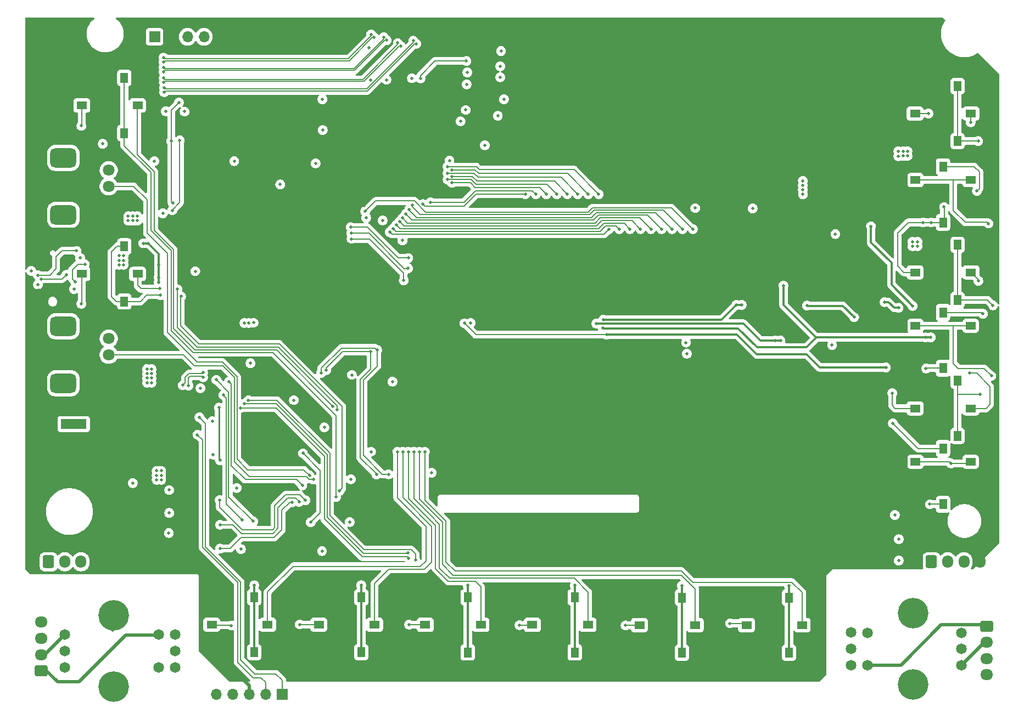
<source format=gtl>
G04 #@! TF.GenerationSoftware,KiCad,Pcbnew,9.0.0*
G04 #@! TF.CreationDate,2025-03-19T22:07:30+07:00*
G04 #@! TF.ProjectId,USB_Screen_V0,5553425f-5363-4726-9565-6e5f56302e6b,rev?*
G04 #@! TF.SameCoordinates,PX3f8d880PY80f7230*
G04 #@! TF.FileFunction,Copper,L1,Top*
G04 #@! TF.FilePolarity,Positive*
%FSLAX46Y46*%
G04 Gerber Fmt 4.6, Leading zero omitted, Abs format (unit mm)*
G04 Created by KiCad (PCBNEW 9.0.0) date 2025-03-19 22:07:30*
%MOMM*%
%LPD*%
G01*
G04 APERTURE LIST*
G04 Aperture macros list*
%AMRoundRect*
0 Rectangle with rounded corners*
0 $1 Rounding radius*
0 $2 $3 $4 $5 $6 $7 $8 $9 X,Y pos of 4 corners*
0 Add a 4 corners polygon primitive as box body*
4,1,4,$2,$3,$4,$5,$6,$7,$8,$9,$2,$3,0*
0 Add four circle primitives for the rounded corners*
1,1,$1+$1,$2,$3*
1,1,$1+$1,$4,$5*
1,1,$1+$1,$6,$7*
1,1,$1+$1,$8,$9*
0 Add four rect primitives between the rounded corners*
20,1,$1+$1,$2,$3,$4,$5,0*
20,1,$1+$1,$4,$5,$6,$7,0*
20,1,$1+$1,$6,$7,$8,$9,0*
20,1,$1+$1,$8,$9,$2,$3,0*%
G04 Aperture macros list end*
G04 #@! TA.AperFunction,SMDPad,CuDef*
%ADD10R,1.200000X1.500000*%
G04 #@! TD*
G04 #@! TA.AperFunction,SMDPad,CuDef*
%ADD11R,1.600000X1.200000*%
G04 #@! TD*
G04 #@! TA.AperFunction,SMDPad,CuDef*
%ADD12R,1.500000X1.200000*%
G04 #@! TD*
G04 #@! TA.AperFunction,SMDPad,CuDef*
%ADD13R,1.200000X1.600000*%
G04 #@! TD*
G04 #@! TA.AperFunction,ComponentPad*
%ADD14R,1.800000X1.800000*%
G04 #@! TD*
G04 #@! TA.AperFunction,ComponentPad*
%ADD15C,1.800000*%
G04 #@! TD*
G04 #@! TA.AperFunction,ComponentPad*
%ADD16RoundRect,0.750000X1.250000X0.750000X-1.250000X0.750000X-1.250000X-0.750000X1.250000X-0.750000X0*%
G04 #@! TD*
G04 #@! TA.AperFunction,ComponentPad*
%ADD17C,1.650000*%
G04 #@! TD*
G04 #@! TA.AperFunction,ComponentPad*
%ADD18C,4.708000*%
G04 #@! TD*
G04 #@! TA.AperFunction,ComponentPad*
%ADD19C,1.900000*%
G04 #@! TD*
G04 #@! TA.AperFunction,ComponentPad*
%ADD20RoundRect,0.250000X-0.600000X-0.725000X0.600000X-0.725000X0.600000X0.725000X-0.600000X0.725000X0*%
G04 #@! TD*
G04 #@! TA.AperFunction,ComponentPad*
%ADD21O,1.700000X1.950000*%
G04 #@! TD*
G04 #@! TA.AperFunction,ComponentPad*
%ADD22R,1.700000X1.700000*%
G04 #@! TD*
G04 #@! TA.AperFunction,ComponentPad*
%ADD23O,1.700000X1.700000*%
G04 #@! TD*
G04 #@! TA.AperFunction,ComponentPad*
%ADD24O,1.100000X1.350000*%
G04 #@! TD*
G04 #@! TA.AperFunction,ComponentPad*
%ADD25RoundRect,0.250000X0.725000X-0.600000X0.725000X0.600000X-0.725000X0.600000X-0.725000X-0.600000X0*%
G04 #@! TD*
G04 #@! TA.AperFunction,ComponentPad*
%ADD26O,1.950000X1.700000*%
G04 #@! TD*
G04 #@! TA.AperFunction,ComponentPad*
%ADD27RoundRect,0.250000X-0.725000X0.600000X-0.725000X-0.600000X0.725000X-0.600000X0.725000X0.600000X0*%
G04 #@! TD*
G04 #@! TA.AperFunction,ComponentPad*
%ADD28R,4.000000X1.500000*%
G04 #@! TD*
G04 #@! TA.AperFunction,ComponentPad*
%ADD29R,1.300000X3.000000*%
G04 #@! TD*
G04 #@! TA.AperFunction,ViaPad*
%ADD30C,0.500000*%
G04 #@! TD*
G04 #@! TA.AperFunction,Conductor*
%ADD31C,0.150000*%
G04 #@! TD*
G04 #@! TA.AperFunction,Conductor*
%ADD32C,0.200000*%
G04 #@! TD*
G04 #@! TA.AperFunction,Conductor*
%ADD33C,0.500000*%
G04 #@! TD*
G04 #@! TA.AperFunction,Conductor*
%ADD34C,0.300000*%
G04 #@! TD*
G04 #@! TA.AperFunction,Conductor*
%ADD35C,0.250000*%
G04 #@! TD*
G04 APERTURE END LIST*
D10*
X139710000Y87647500D03*
X139710000Y96147500D03*
X144210000Y87647500D03*
X144210000Y96147500D03*
D11*
X146260000Y91897500D03*
X137660000Y91897500D03*
D12*
X146210000Y54647500D03*
X137710000Y54647500D03*
X146210000Y59147500D03*
X137710000Y59147500D03*
D13*
X141960000Y61197500D03*
X141960000Y52597500D03*
D10*
X64160000Y8719999D03*
X64160000Y17219999D03*
X68660000Y8719999D03*
X68660000Y17219999D03*
D11*
X70710000Y12969999D03*
X62110000Y12969999D03*
D14*
X13300000Y78160000D03*
D15*
X13300000Y80660000D03*
X13300000Y83160000D03*
D16*
X6300000Y76260000D03*
X6300000Y85060000D03*
D10*
X11210000Y62897500D03*
X11210000Y71397500D03*
X15710000Y62897500D03*
X15710000Y71397500D03*
D11*
X17760000Y67147500D03*
X9160000Y67147500D03*
D10*
X97195000Y8689999D03*
X97195000Y17189999D03*
X101695000Y8689999D03*
X101695000Y17189999D03*
D11*
X103745000Y12939999D03*
X95145000Y12939999D03*
D17*
X144800000Y6760000D03*
X127800000Y6720000D03*
X144800000Y11760000D03*
X127800000Y11800000D03*
X144800000Y9260000D03*
X127800000Y9260000D03*
X130300000Y6760000D03*
X130300000Y11760000D03*
D18*
X137300000Y3760000D03*
X137300000Y14760000D03*
D17*
X6525000Y11435000D03*
X23525000Y11475000D03*
X6525000Y6435000D03*
X23525000Y6395000D03*
X6525000Y8935000D03*
X23525000Y8935000D03*
X21025000Y11435000D03*
X21025000Y6435000D03*
D18*
X14025000Y14435000D03*
X14025000Y3435000D03*
D12*
X146210000Y33647500D03*
X137710000Y33647500D03*
X146210000Y38147500D03*
X137710000Y38147500D03*
D13*
X141960000Y40197500D03*
X141960000Y31597500D03*
D10*
X31250000Y8750000D03*
X31250000Y17250000D03*
X35750000Y8750000D03*
X35750000Y17250000D03*
D11*
X37800000Y13000000D03*
X29200000Y13000000D03*
D12*
X146210000Y77147500D03*
X137710000Y77147500D03*
X146210000Y81647500D03*
X137710000Y81647500D03*
D13*
X141960000Y83697500D03*
X141960000Y75097500D03*
D10*
X113695000Y8689999D03*
X113695000Y17189999D03*
X118195000Y8689999D03*
X118195000Y17189999D03*
D11*
X120245000Y12939999D03*
X111645000Y12939999D03*
D10*
X139710000Y63147500D03*
X139710000Y71647500D03*
X144210000Y63147500D03*
X144210000Y71647500D03*
D11*
X146260000Y67397500D03*
X137660000Y67397500D03*
D10*
X139710000Y42147500D03*
X139710000Y50647500D03*
X144210000Y42147500D03*
X144210000Y50647500D03*
D11*
X146260000Y46397500D03*
X137660000Y46397500D03*
D14*
X13300000Y52160000D03*
D15*
X13300000Y54660000D03*
X13300000Y57160000D03*
D16*
X6300000Y50260000D03*
X6300000Y59060000D03*
D10*
X80660000Y8719999D03*
X80660000Y17219999D03*
X85160000Y8719999D03*
X85160000Y17219999D03*
D11*
X87210000Y12969999D03*
X78610000Y12969999D03*
D10*
X47750000Y8750000D03*
X47750000Y17250000D03*
X52250000Y8750000D03*
X52250000Y17250000D03*
D11*
X54300000Y13000000D03*
X45700000Y13000000D03*
D10*
X11210000Y88897500D03*
X11210000Y97397500D03*
X15710000Y88897500D03*
X15710000Y97397500D03*
D11*
X17760000Y93147500D03*
X9160000Y93147500D03*
D19*
X6137500Y89227500D03*
X2837500Y96477500D03*
X6137500Y103727500D03*
D20*
X140175000Y22710000D03*
D21*
X142675000Y22710000D03*
X145175000Y22710000D03*
X147675000Y22710000D03*
D22*
X20375000Y103760000D03*
D23*
X22915000Y103760000D03*
X25455000Y103760000D03*
X27995000Y103760000D03*
D24*
X6810000Y69030000D03*
X2510000Y69030000D03*
X6810000Y64230000D03*
X2510000Y64230000D03*
D20*
X4025000Y22710000D03*
D21*
X6525000Y22710000D03*
X9025000Y22710000D03*
X11525000Y22710000D03*
D25*
X2875000Y5885000D03*
D26*
X2875000Y8385000D03*
X2875000Y10885000D03*
X2875000Y13385000D03*
D27*
X148700000Y12785000D03*
D26*
X148700000Y10285000D03*
X148700000Y7785000D03*
X148700000Y5285000D03*
D28*
X7900000Y43960000D03*
D29*
X13130000Y41290000D03*
X10630000Y38010000D03*
D22*
X40025000Y2285000D03*
D23*
X37485000Y2285000D03*
X34945000Y2285000D03*
X32405000Y2285000D03*
X29865000Y2285000D03*
D30*
X119400000Y83675000D03*
X56172044Y89201796D03*
X58172044Y87701796D03*
X57950000Y27630000D03*
X85350000Y53520000D03*
X129110000Y28965000D03*
X56172044Y87701796D03*
X58172044Y88451796D03*
X12000000Y99435000D03*
X58172044Y85451796D03*
X54172044Y89251796D03*
X55172044Y85451796D03*
X58150000Y93210000D03*
X44550000Y74390000D03*
X56950000Y29630000D03*
X128876066Y67155952D03*
X101750000Y61010000D03*
X117350000Y68210000D03*
X55650000Y93210000D03*
X52650000Y77710000D03*
X128876066Y66405952D03*
X56172044Y85451796D03*
X54172044Y86251796D03*
X56172044Y88451796D03*
X54172044Y85501796D03*
X58172044Y86951796D03*
X127462500Y67910000D03*
X17100000Y96335000D03*
X44450000Y24310000D03*
X13500000Y91960000D03*
X131800000Y80025000D03*
X55800000Y101710000D03*
X61090000Y81210000D03*
X31500000Y10410000D03*
X27000000Y43460000D03*
X128876066Y65655952D03*
X57950000Y45447500D03*
X57950000Y46447500D03*
X57950000Y29630000D03*
X54172044Y88501796D03*
X61750000Y91560000D03*
X127513264Y63392063D03*
X57950000Y28630000D03*
X56950000Y27630000D03*
X44050000Y86360000D03*
X55172044Y89201796D03*
X53650000Y93210000D03*
X49425000Y10610001D03*
X55950000Y28630000D03*
X39050000Y39360000D03*
X33600000Y4910000D03*
X132350000Y83975000D03*
X12650000Y65410000D03*
X46450000Y44560000D03*
X128876066Y67905952D03*
X127462500Y67160000D03*
X68900000Y53235000D03*
X59600000Y63260000D03*
X57172044Y86951796D03*
X55650000Y81410000D03*
X60500000Y71560000D03*
X57172044Y89201796D03*
X128100000Y33615000D03*
X55172044Y86201796D03*
X51650000Y93210000D03*
X127462500Y69410000D03*
X20400000Y40860000D03*
X62100000Y84160000D03*
X47600000Y65760000D03*
X127462500Y65660000D03*
X56950000Y46447500D03*
X61477500Y48787500D03*
X57172044Y85451796D03*
X127513264Y64892063D03*
X55172044Y87701796D03*
X41850000Y68340000D03*
X55950000Y47447500D03*
X12325000Y96285000D03*
X15750000Y99510000D03*
X56950000Y45447500D03*
X61750000Y90310000D03*
X38850000Y42360000D03*
X58172044Y86201796D03*
X31600000Y18935000D03*
X127513264Y64142063D03*
X54172044Y87001796D03*
X18375000Y39900000D03*
X57172044Y88451796D03*
X46400000Y74390000D03*
X103225000Y56060000D03*
X65150000Y64160000D03*
X128926830Y63388015D03*
X55950000Y46447500D03*
X127462500Y66410000D03*
X59100000Y64610000D03*
X56172044Y86951796D03*
X102575000Y52860000D03*
X55172044Y88451796D03*
X84350000Y53470000D03*
X56172044Y86201796D03*
X118350000Y68210000D03*
X55950000Y27630000D03*
X55950000Y29630000D03*
X45450000Y74390000D03*
X128926830Y64888015D03*
X34450000Y42210000D03*
X56950000Y47447500D03*
X57172044Y87701796D03*
X58172044Y89201796D03*
X43600000Y74390000D03*
X127462500Y68660000D03*
X56650000Y93210000D03*
X50150000Y93210000D03*
X55950000Y45447500D03*
X19300000Y40860000D03*
X56800000Y71810000D03*
X56950000Y28630000D03*
X127850000Y24410000D03*
X139200000Y78260000D03*
X128876066Y68655952D03*
X54172044Y87751796D03*
X128810000Y32865000D03*
X57172044Y86201796D03*
X32446446Y27106446D03*
X37650000Y29110000D03*
X55172044Y86951796D03*
X53450000Y102110000D03*
X50840000Y59850000D03*
X57950000Y47447500D03*
X50120000Y89740000D03*
X128926830Y64138015D03*
X61150000Y93210000D03*
X128876066Y69405952D03*
X69100000Y59585000D03*
X32187500Y12872500D03*
X46550000Y43460000D03*
X134525000Y29935000D03*
X93000000Y12885000D03*
X73675000Y97510000D03*
X139700000Y91910000D03*
X33050000Y34110000D03*
X102450000Y54835000D03*
X102325000Y56560000D03*
X73800000Y101560000D03*
X9075000Y90010000D03*
X59625000Y13010000D03*
X140125000Y75097500D03*
X46200000Y24360000D03*
X76650000Y12932499D03*
X134125000Y48750000D03*
X139920000Y31585000D03*
X33700000Y24660000D03*
X50650000Y35460000D03*
X50450000Y28860000D03*
X50800000Y51560000D03*
X22620000Y30245000D03*
X19400000Y71875000D03*
X120340000Y80145000D03*
X39750000Y80960000D03*
X120360000Y79435000D03*
X21000000Y66610000D03*
X22620000Y33795000D03*
X21000000Y65860000D03*
X135130000Y22905000D03*
X103750000Y77310000D03*
X17000000Y34860000D03*
X142112500Y77476250D03*
X53750000Y39710000D03*
X112600000Y77260000D03*
X120340000Y80840000D03*
X9075000Y62535000D03*
X74250000Y94110000D03*
X26650000Y67560000D03*
X57050000Y50510000D03*
X22570000Y27145000D03*
X21050000Y68560000D03*
X135130000Y26205000D03*
X139325000Y52550000D03*
X109101051Y13211057D03*
X63100000Y36460000D03*
X120340000Y81535000D03*
X41850000Y47660000D03*
X29300000Y44410000D03*
X73675000Y99210000D03*
X42760000Y13037500D03*
X138900000Y75097500D03*
X18625000Y71875000D03*
X135070000Y85330000D03*
X34920000Y59590000D03*
X124850000Y56160000D03*
X14900000Y69960000D03*
X19200000Y52460000D03*
X135065000Y86080000D03*
X19900000Y50360000D03*
X136475000Y85350000D03*
X20700000Y35360000D03*
X14900000Y68560000D03*
X19200000Y50360000D03*
X21400000Y36060000D03*
X14900000Y69260000D03*
X125350000Y73310000D03*
X21400000Y36760000D03*
X137230000Y72135000D03*
X19900000Y52460000D03*
X20700000Y36760000D03*
X19900000Y51760000D03*
X138025000Y72135000D03*
X27450000Y49510000D03*
X15600000Y68560000D03*
X19900000Y51060000D03*
X15600000Y69260000D03*
X135775000Y86100000D03*
X137250000Y71425000D03*
X19200000Y51060000D03*
X135780000Y85350000D03*
X15600000Y69960000D03*
X136470000Y86100000D03*
X20700000Y36060000D03*
X21400000Y35360000D03*
X138025000Y71440000D03*
X34225000Y59590000D03*
X35630000Y59610000D03*
X19200000Y51760000D03*
X8150000Y65880000D03*
X9625000Y68660000D03*
X24700000Y49960000D03*
X2850000Y66360000D03*
X27850000Y51910000D03*
X6750000Y67010000D03*
X25600000Y49910000D03*
X27850000Y51210000D03*
X8350000Y70710000D03*
X2350000Y66960000D03*
X26975000Y42335000D03*
X27300000Y45010000D03*
X68350000Y92460000D03*
X71300000Y87010000D03*
X46300000Y89360000D03*
X68500000Y96410000D03*
X67550000Y90710000D03*
X55550000Y75410000D03*
X73300000Y91560000D03*
X146225000Y90560000D03*
X147175000Y79950000D03*
X147400000Y66075000D03*
X44250000Y36060000D03*
X44850000Y35410000D03*
X147375000Y87647500D03*
X148975000Y74925000D03*
X149650000Y62300000D03*
X44450000Y28810000D03*
X43250000Y39460000D03*
X30420000Y32220000D03*
X43650000Y32210000D03*
X30470000Y28420000D03*
X42650000Y31960000D03*
X30470000Y24745000D03*
X41600000Y31910000D03*
X60600000Y22960000D03*
X34850000Y47660000D03*
X33650000Y46460000D03*
X59550000Y23260000D03*
X30450000Y38360000D03*
X30300000Y46510000D03*
X59468973Y24051740D03*
X34200000Y47110000D03*
X58600000Y72310000D03*
X65850000Y84660000D03*
X45200000Y84210000D03*
X53000000Y75810000D03*
X46250000Y94110000D03*
X56120000Y97110000D03*
X60050000Y97360000D03*
X68600000Y98260000D03*
X53650000Y97110000D03*
X68450000Y100010000D03*
X61375000Y97335000D03*
X22100000Y92260000D03*
X12375000Y87235000D03*
X20350000Y84560000D03*
X32650000Y84560000D03*
X21650000Y76500000D03*
X25000000Y92210000D03*
X140050000Y57360000D03*
X130850000Y74510000D03*
X139250000Y57360000D03*
X89475000Y58785000D03*
X117350000Y65360000D03*
X137257500Y62217500D03*
X134225000Y44085000D03*
X148125000Y61000000D03*
X146025000Y51825000D03*
X62050000Y39710000D03*
X61200000Y39710000D03*
X58650000Y39710000D03*
X47850000Y46685000D03*
X60350000Y39710000D03*
X59500000Y39710000D03*
X57800000Y39710000D03*
X48500000Y46160000D03*
X23900000Y64785000D03*
X21175000Y64860000D03*
X54700000Y55410000D03*
X46050000Y51860000D03*
X56450000Y36210000D03*
X53700000Y55160000D03*
X46850000Y52310000D03*
X54600000Y36160000D03*
X147675000Y48535000D03*
X149412500Y51397500D03*
X143175000Y37900000D03*
X101695000Y19024999D03*
X118195000Y19024999D03*
X68660000Y19054999D03*
X24450000Y63685000D03*
X48900000Y33660000D03*
X21275000Y63860000D03*
X85160000Y19054999D03*
X52250000Y19085000D03*
X35750000Y19085000D03*
X48350000Y32710000D03*
X35150000Y53360000D03*
X29400000Y39260000D03*
X121000000Y62260000D03*
X128250000Y60460000D03*
X116900000Y56860000D03*
X116100000Y56860000D03*
X88500000Y59485000D03*
X110900000Y62360000D03*
X110100000Y62360000D03*
X89550000Y60085000D03*
X90075000Y57760000D03*
X68150000Y59535000D03*
X133150000Y52710000D03*
X23175000Y78085000D03*
X22950000Y87660000D03*
X24116054Y93618946D03*
X58329810Y102330190D03*
X21800000Y96722500D03*
X21750000Y99885000D03*
X54229810Y103680190D03*
X53770190Y104139810D03*
X21750000Y100535000D03*
X55720190Y103689810D03*
X21750000Y99035000D03*
X21850000Y95872500D03*
X60270190Y103139810D03*
X21800000Y97372500D03*
X57870190Y102789810D03*
X21850000Y95222500D03*
X60729810Y102680190D03*
X24265000Y87760000D03*
X23100000Y76960000D03*
X21750000Y98385000D03*
X56179810Y103230190D03*
X65550000Y83710000D03*
X88866662Y79460000D03*
X87249996Y79460000D03*
X66250000Y83210000D03*
X85633330Y79460000D03*
X65550000Y82710000D03*
X84016664Y79460000D03*
X66250000Y82210000D03*
X65550000Y81710000D03*
X82399998Y79460000D03*
X66250000Y81210000D03*
X80783332Y79460000D03*
X79166666Y79460000D03*
X62900000Y78210000D03*
X61750000Y77910000D03*
X77550000Y79460000D03*
X60120000Y77780000D03*
X101766662Y74060000D03*
X59620000Y77080000D03*
X100149996Y74060000D03*
X98533330Y74060000D03*
X59120000Y76410000D03*
X96916664Y74060000D03*
X58620000Y75792503D03*
X50700000Y73410000D03*
X59450000Y68010000D03*
X58150000Y75260000D03*
X95299998Y74060000D03*
X59500000Y69610000D03*
X50600000Y74360000D03*
X29900000Y50810000D03*
X35600000Y28960000D03*
X31000000Y48460000D03*
X33850000Y29210000D03*
X93683332Y74060000D03*
X57650000Y74710000D03*
X57120000Y74160000D03*
X92066666Y74060000D03*
X90450000Y74060000D03*
X56620000Y73610000D03*
X50750000Y72560000D03*
X58800000Y66160000D03*
X103383344Y74060000D03*
X52850000Y76810000D03*
X132950000Y62810000D03*
X135100000Y61910000D03*
X43150000Y34510000D03*
X31850000Y50510000D03*
X2400000Y65510000D03*
X17700000Y75360000D03*
X17700000Y76060000D03*
X17000000Y76060000D03*
X17000000Y75360000D03*
X8875000Y69635000D03*
X16300000Y76060000D03*
X7950000Y64810000D03*
X1350000Y67610000D03*
X16300000Y75360000D03*
D31*
X49405000Y8950003D02*
X49405000Y10590001D01*
D32*
X31250000Y17250000D02*
X31250000Y18585000D01*
D33*
X34945000Y2285000D02*
X34945000Y3565000D01*
D32*
X37130000Y15540001D02*
X37120000Y15530001D01*
X31500000Y9000000D02*
X31250000Y8750000D01*
D33*
X34945000Y3565000D02*
X33600000Y4910000D01*
D32*
X31250000Y18585000D02*
X31600000Y18935000D01*
X31500000Y10410000D02*
X31500000Y9000000D01*
D31*
X49405000Y10590001D02*
X49425000Y10610001D01*
D32*
X139372500Y52597500D02*
X139325000Y52550000D01*
X111373942Y13211057D02*
X111645000Y12939999D01*
D34*
X19400000Y71875000D02*
X19400000Y71860000D01*
D32*
X93000000Y12885000D02*
X95122500Y12885000D01*
X136597500Y75097500D02*
X138900000Y75097500D01*
X109101051Y13211057D02*
X111373942Y13211057D01*
X9160000Y93147500D02*
X9160000Y90095000D01*
X140125000Y75097500D02*
X141960000Y75097500D01*
X32150000Y12910000D02*
X29247500Y12910000D01*
D34*
X19400000Y71860000D02*
X21000000Y70260000D01*
D32*
X95122500Y12885000D02*
X95185000Y12947500D01*
X134975000Y73475000D02*
X136597500Y75097500D01*
X141960000Y31597500D02*
X139932500Y31597500D01*
X142125000Y77463750D02*
X142112500Y77476250D01*
X78572500Y12932499D02*
X78610000Y12969999D01*
X134975000Y68350000D02*
X134975000Y73475000D01*
X142125000Y75436250D02*
X142125000Y77463750D01*
X135927500Y67397500D02*
X134975000Y68350000D01*
X138900000Y75097500D02*
X140125000Y75097500D01*
X9160000Y62620000D02*
X9075000Y62535000D01*
X134125000Y46825000D02*
X134125000Y48750000D01*
X137660000Y67397500D02*
X135927500Y67397500D01*
X59625000Y13010000D02*
X62069999Y13010000D01*
D34*
X21000000Y66610000D02*
X21000000Y65860000D01*
D32*
X141960000Y52597500D02*
X139372500Y52597500D01*
X62069999Y13010000D02*
X62110000Y12969999D01*
X32187500Y12872500D02*
X32150000Y12910000D01*
X134552500Y46397500D02*
X134125000Y46825000D01*
X137660000Y91897500D02*
X139687500Y91897500D01*
X42760000Y13037500D02*
X42797500Y13000000D01*
X9160000Y67147500D02*
X9160000Y62620000D01*
D34*
X21000000Y70260000D02*
X21000000Y66610000D01*
D32*
X137660000Y46397500D02*
X134552500Y46397500D01*
X9160000Y90095000D02*
X9075000Y90010000D01*
X42797500Y13000000D02*
X45700000Y13000000D01*
X76650000Y12932499D02*
X78572500Y12932499D01*
X139687500Y91897500D02*
X139700000Y91910000D01*
D34*
X19400000Y71875000D02*
X18625000Y71875000D01*
D32*
X139932500Y31597500D02*
X139920000Y31585000D01*
X8525000Y68660000D02*
X7675000Y67810000D01*
X8150000Y65885000D02*
X8150000Y65880000D01*
X7675000Y67810000D02*
X7675000Y66360000D01*
X9625000Y68660000D02*
X8525000Y68660000D01*
X7675000Y66360000D02*
X8150000Y65885000D01*
X24700000Y49960000D02*
X25050000Y50310000D01*
X6100000Y66360000D02*
X2850000Y66360000D01*
X27700000Y51760000D02*
X27850000Y51910000D01*
X25050000Y50310000D02*
X25050000Y51142844D01*
X25667156Y51760000D02*
X27700000Y51760000D01*
X25050000Y51142844D02*
X25667156Y51760000D01*
X6750000Y67010000D02*
X6100000Y66360000D01*
X25600000Y49910000D02*
X25550000Y49960000D01*
X25550000Y49960000D02*
X25550000Y51077156D01*
X25832844Y51360000D02*
X27700000Y51360000D01*
X27700000Y51360000D02*
X27850000Y51210000D01*
X25550000Y51077156D02*
X25832844Y51360000D01*
X5200000Y69810000D02*
X6100000Y70710000D01*
X6100000Y70710000D02*
X8350000Y70710000D01*
X2350000Y66960000D02*
X4225000Y66960000D01*
X4225000Y66960000D02*
X5200000Y67935000D01*
X5200000Y67935000D02*
X5200000Y69810000D01*
X27775000Y24935000D02*
X33200000Y19510000D01*
X26975000Y42335000D02*
X27775000Y41535000D01*
X36750000Y4810000D02*
X37485000Y4075000D01*
X37485000Y4075000D02*
X37485000Y2285000D01*
X33200000Y7185000D02*
X35575000Y4810000D01*
X27775000Y41535000D02*
X27775000Y24935000D01*
X35575000Y4810000D02*
X36750000Y4810000D01*
X33200000Y19510000D02*
X33200000Y7185000D01*
X28175000Y39260000D02*
X28175000Y25060000D01*
X40050000Y4435000D02*
X40050000Y2310000D01*
X33625000Y19610000D02*
X33625000Y7610000D01*
X39075000Y5410000D02*
X40050000Y4435000D01*
X33625000Y7610000D02*
X35825000Y5410000D01*
X27300000Y45010000D02*
X28200000Y44110000D01*
X35825000Y5410000D02*
X39075000Y5410000D01*
X28200000Y44110000D02*
X28200000Y39285000D01*
X28200000Y39285000D02*
X28175000Y39260000D01*
X28175000Y25060000D02*
X33625000Y19610000D01*
X40050000Y2310000D02*
X40025000Y2285000D01*
X146260000Y91897500D02*
X146260000Y90595000D01*
X146260000Y90595000D02*
X146225000Y90560000D01*
X147175000Y79950000D02*
X147575000Y80350000D01*
X147575000Y82900000D02*
X146777500Y83697500D01*
X146777500Y83697500D02*
X141960000Y83697500D01*
X147575000Y80350000D02*
X147575000Y82900000D01*
X147400000Y66075000D02*
X147400000Y66257500D01*
X147400000Y66257500D02*
X146260000Y67397500D01*
X26925000Y53560000D02*
X30800000Y53560000D01*
X13300000Y80660000D02*
X17150000Y80660000D01*
X30800000Y53560000D02*
X33100000Y51260000D01*
X17150000Y80660000D02*
X19200000Y78610000D01*
X12800000Y80160000D02*
X13300000Y80660000D01*
X34750000Y36910000D02*
X43400000Y36910000D01*
X43400000Y36910000D02*
X44250000Y36060000D01*
X22350000Y58135000D02*
X26925000Y53560000D01*
X19200000Y78610000D02*
X19200000Y73460000D01*
X22350000Y70310000D02*
X22350000Y58135000D01*
X33100000Y38560000D02*
X34750000Y36910000D01*
X33100000Y51260000D02*
X33100000Y38560000D01*
X19200000Y73460000D02*
X22350000Y70310000D01*
X32650000Y38160000D02*
X34950000Y35860000D01*
X24850000Y54660000D02*
X26550000Y52960000D01*
X34950000Y35860000D02*
X43742893Y35860000D01*
X26550000Y52960000D02*
X30900000Y52960000D01*
X30900000Y52960000D02*
X32650000Y51210000D01*
X43742893Y35860000D02*
X44192893Y35410000D01*
X32650000Y51210000D02*
X32650000Y38160000D01*
X13300000Y54660000D02*
X24850000Y54660000D01*
X44192893Y35410000D02*
X44850000Y35410000D01*
X147375000Y87647500D02*
X144210000Y87647500D01*
X144210000Y87647500D02*
X144210000Y96147500D01*
X148765000Y75135000D02*
X145365000Y75135000D01*
X143550000Y76950000D02*
X143550000Y81597500D01*
X143202500Y81647500D02*
X137710000Y81647500D01*
X148975000Y74925000D02*
X148765000Y75135000D01*
X146210000Y81647500D02*
X143202500Y81647500D01*
X145365000Y75135000D02*
X143550000Y76950000D01*
X148802500Y63147500D02*
X149650000Y62300000D01*
X144210000Y63147500D02*
X144210000Y71347500D01*
X144210000Y63147500D02*
X148802500Y63147500D01*
X43250000Y39460000D02*
X45900000Y36810000D01*
X45900000Y30260000D02*
X44450000Y28810000D01*
X45900000Y36810000D02*
X45900000Y30260000D01*
X38900000Y31360000D02*
X40600000Y33060000D01*
X30420000Y32220000D02*
X30420000Y31140000D01*
X40600000Y33060000D02*
X42800000Y33060000D01*
X38600000Y27660000D02*
X38900000Y27960000D01*
X33900000Y27660000D02*
X38600000Y27660000D01*
X42800000Y33060000D02*
X43650000Y32210000D01*
X38900000Y27960000D02*
X38900000Y31360000D01*
X30420000Y31140000D02*
X33900000Y27660000D01*
X42100000Y32560000D02*
X40900000Y32560000D01*
X32440000Y28420000D02*
X30470000Y28420000D01*
X39400000Y31060000D02*
X39400000Y27860000D01*
X33800000Y27060000D02*
X32440000Y28420000D01*
X42650000Y32010000D02*
X42100000Y32560000D01*
X42650000Y31960000D02*
X42650000Y32010000D01*
X40900000Y32560000D02*
X39400000Y31060000D01*
X38600000Y27060000D02*
X33800000Y27060000D01*
X39400000Y27860000D02*
X38600000Y27060000D01*
X41250000Y31910000D02*
X41600000Y31910000D01*
X31985000Y24745000D02*
X33700000Y26460000D01*
X30470000Y24745000D02*
X31985000Y24745000D01*
X33700000Y26460000D02*
X38800000Y26460000D01*
X38800000Y26460000D02*
X40000000Y27660000D01*
X40000000Y27660000D02*
X40000000Y30660000D01*
X40000000Y30660000D02*
X41250000Y31910000D01*
X60600000Y23910000D02*
X60600000Y22960000D01*
X34850000Y47660000D02*
X39250000Y47660000D01*
X47400000Y39510000D02*
X47400000Y29810000D01*
X52650000Y24560000D02*
X59950000Y24560000D01*
X59950000Y24560000D02*
X60600000Y23910000D01*
X47400000Y29810000D02*
X52650000Y24560000D01*
X39250000Y47660000D02*
X47400000Y39510000D01*
X59550000Y23260000D02*
X59350000Y23460000D01*
X46550000Y29310000D02*
X46550000Y39010000D01*
X52400000Y23460000D02*
X46550000Y29310000D01*
X39100000Y46460000D02*
X33650000Y46460000D01*
X46550000Y39010000D02*
X39100000Y46460000D01*
X59350000Y23460000D02*
X52400000Y23460000D01*
D35*
X30300000Y38510000D02*
X30450000Y38360000D01*
X30300000Y46510000D02*
X30300000Y38510000D01*
D32*
X59468973Y24051740D02*
X59427233Y24010000D01*
X39100000Y47110000D02*
X34200000Y47110000D01*
X59427233Y24010000D02*
X52550000Y24010000D01*
X47000000Y39210000D02*
X39100000Y47110000D01*
X47000000Y29560000D02*
X47000000Y39210000D01*
X52550000Y24010000D02*
X47000000Y29560000D01*
X61375000Y97785000D02*
X61375000Y97335000D01*
X68450000Y100010000D02*
X63600000Y100010000D01*
X63600000Y100010000D02*
X61375000Y97785000D01*
D34*
X110350000Y58760000D02*
X113300000Y55810000D01*
X122450000Y57360000D02*
X140050000Y57360000D01*
X137257500Y62217500D02*
X134000000Y65475000D01*
X89500000Y58760000D02*
X110350000Y58760000D01*
X130850000Y72010000D02*
X130850000Y74510000D01*
X134000000Y65475000D02*
X134000000Y68860000D01*
X134000000Y68860000D02*
X130850000Y72010000D01*
X122450000Y57360000D02*
X122350000Y57360000D01*
X120900000Y55810000D02*
X122450000Y57360000D01*
X89475000Y58785000D02*
X89500000Y58760000D01*
X117350000Y62360000D02*
X117350000Y65360000D01*
X113300000Y55810000D02*
X120900000Y55810000D01*
X139250000Y57360000D02*
X140050000Y57360000D01*
X122350000Y57360000D02*
X117350000Y62360000D01*
D32*
X134225000Y44085000D02*
X138112500Y40197500D01*
X138112500Y40197500D02*
X141960000Y40197500D01*
X147927500Y61197500D02*
X148125000Y61000000D01*
X141960000Y61197500D02*
X147927500Y61197500D01*
X149200000Y47025000D02*
X148572500Y46397500D01*
X146025000Y51825000D02*
X147125000Y51825000D01*
X147125000Y51825000D02*
X149200000Y49750000D01*
X148572500Y46397500D02*
X146260000Y46397500D01*
X149200000Y49750000D02*
X149200000Y47025000D01*
X66725000Y21260000D02*
X101650000Y21260000D01*
X65325000Y28960000D02*
X65325000Y22660000D01*
X120245000Y17965000D02*
X120245000Y12939999D01*
X62050000Y39710000D02*
X62050000Y32235000D01*
X101650000Y21260000D02*
X103350000Y19560000D01*
X62050000Y32235000D02*
X65325000Y28960000D01*
X118650000Y19560000D02*
X120245000Y17965000D01*
X103350000Y19560000D02*
X118650000Y19560000D01*
X65325000Y22660000D02*
X66725000Y21260000D01*
X103745000Y18490000D02*
X103745000Y12939999D01*
X66425000Y20660000D02*
X101575000Y20660000D01*
X101575000Y20660000D02*
X103745000Y18490000D01*
X61200000Y39710000D02*
X61200000Y32410000D01*
X61200000Y32410000D02*
X64775000Y28835000D01*
X64775000Y28835000D02*
X64775000Y22310000D01*
X64775000Y22310000D02*
X66425000Y20660000D01*
X62025000Y21535000D02*
X63100000Y22610000D01*
X63100000Y22610000D02*
X63100000Y28160000D01*
X56475000Y21535000D02*
X62025000Y21535000D01*
X58650000Y32610000D02*
X58650000Y39710000D01*
X54300000Y19360000D02*
X56475000Y21535000D01*
X63100000Y28160000D02*
X58650000Y32610000D01*
X54300000Y13000000D02*
X54300000Y19360000D01*
X26600000Y55410000D02*
X23300000Y58710000D01*
X17700000Y85535000D02*
X17700000Y93087500D01*
X20300000Y82935000D02*
X17700000Y85535000D01*
X23300000Y58710000D02*
X23300000Y70899949D01*
X47850000Y46735000D02*
X39175000Y55410000D01*
X23300000Y70899949D02*
X20300000Y73899949D01*
X47850000Y46685000D02*
X47850000Y46735000D01*
X39175000Y55410000D02*
X26600000Y55410000D01*
X20300000Y73899949D02*
X20300000Y82935000D01*
X17700000Y93087500D02*
X17760000Y93147500D01*
X87210000Y18025000D02*
X87210000Y12969999D01*
X64300000Y28510000D02*
X64300000Y21735000D01*
X85075000Y20160000D02*
X87210000Y18025000D01*
X65875000Y20160000D02*
X85075000Y20160000D01*
X64300000Y21735000D02*
X65875000Y20160000D01*
X60350000Y32460000D02*
X62825000Y29985000D01*
X60350000Y39710000D02*
X60350000Y32460000D01*
X62825000Y29985000D02*
X64300000Y28510000D01*
X65650000Y19685000D02*
X69825000Y19685000D01*
X59500000Y32510000D02*
X63700000Y28310000D01*
X59500000Y39710000D02*
X59500000Y32510000D01*
X69825000Y19685000D02*
X70710000Y18800000D01*
X63700000Y21635000D02*
X65650000Y19685000D01*
X63700000Y28310000D02*
X63700000Y21635000D01*
X70710000Y18800000D02*
X70710000Y12969999D01*
X62200000Y22860000D02*
X61350000Y22010000D01*
X62200000Y28185000D02*
X62200000Y22860000D01*
X57800000Y32585000D02*
X62200000Y28185000D01*
X57800000Y39710000D02*
X57800000Y32585000D01*
X41750000Y22010000D02*
X37800000Y18060000D01*
X61350000Y22010000D02*
X41750000Y22010000D01*
X37800000Y18060000D02*
X37800000Y13000000D01*
X48500000Y46160000D02*
X48500000Y46810000D01*
X23900000Y58910000D02*
X23900000Y64785000D01*
X48500000Y46810000D02*
X39450000Y55860000D01*
X17760000Y65375000D02*
X17760000Y67147500D01*
X18275000Y64860000D02*
X17760000Y65375000D01*
X26950000Y55860000D02*
X23900000Y58910000D01*
X39450000Y55860000D02*
X26950000Y55860000D01*
X21175000Y64860000D02*
X18275000Y64860000D01*
X49175000Y55710000D02*
X54400000Y55710000D01*
X54700000Y52910000D02*
X52550000Y50760000D01*
X54400000Y55710000D02*
X54700000Y55410000D01*
X55500000Y36210000D02*
X56450000Y36210000D01*
X46050000Y51860000D02*
X46050000Y52585000D01*
X52550000Y39160000D02*
X55500000Y36210000D01*
X54700000Y55410000D02*
X54700000Y52910000D01*
X52550000Y50760000D02*
X52550000Y39160000D01*
X46050000Y52585000D02*
X49175000Y55710000D01*
X49375000Y55160000D02*
X53700000Y55160000D01*
X53700000Y52460000D02*
X53700000Y55160000D01*
X46850000Y52635000D02*
X49375000Y55160000D01*
X54600000Y36160000D02*
X54600000Y36260000D01*
X46850000Y52310000D02*
X46850000Y52635000D01*
X52100000Y38760000D02*
X52100000Y50860000D01*
X52100000Y50860000D02*
X53700000Y52460000D01*
X54600000Y36260000D02*
X52100000Y38760000D01*
X147675000Y48535000D02*
X144220000Y48535000D01*
X144210000Y50647500D02*
X144210000Y48525000D01*
X144220000Y48535000D02*
X144210000Y48525000D01*
X144210000Y48525000D02*
X144210000Y42147500D01*
X137710000Y59147500D02*
X143525000Y59147500D01*
X144322500Y52535000D02*
X143525000Y53332500D01*
X149412500Y51397500D02*
X148275000Y52535000D01*
X143525000Y53332500D02*
X143525000Y59147500D01*
X143525000Y59147500D02*
X146210000Y59147500D01*
X148275000Y52535000D02*
X144322500Y52535000D01*
X145962500Y37900000D02*
X146210000Y38147500D01*
X143175000Y37900000D02*
X142927500Y38147500D01*
X143175000Y37900000D02*
X145962500Y37900000D01*
X142927500Y38147500D02*
X137710000Y38147500D01*
D34*
X101695000Y17189999D02*
X101695000Y19024999D01*
X101695000Y8689999D02*
X101695000Y16699999D01*
X118195000Y17189999D02*
X118195000Y19024999D01*
X118195000Y8689999D02*
X118195000Y16699999D01*
X68660000Y17219999D02*
X68660000Y19054999D01*
X68660000Y8719999D02*
X68660000Y16729999D01*
D32*
X14512500Y62897500D02*
X13750000Y63660000D01*
X19147500Y63860000D02*
X18185000Y62897500D01*
X13750000Y63660000D02*
X13750000Y70585000D01*
X21275000Y63860000D02*
X19147500Y63860000D01*
X13750000Y70585000D02*
X14562500Y71397500D01*
X39600000Y56360000D02*
X49300000Y46660000D01*
X24400000Y59110000D02*
X27150000Y56360000D01*
X24400000Y63635000D02*
X24400000Y59110000D01*
X24450000Y63685000D02*
X24400000Y63635000D01*
X18185000Y62897500D02*
X15710000Y62897500D01*
X49300000Y46660000D02*
X49300000Y34060000D01*
X27150000Y56360000D02*
X39600000Y56360000D01*
X15710000Y62897500D02*
X14512500Y62897500D01*
X49300000Y34060000D02*
X48900000Y33660000D01*
X14562500Y71397500D02*
X15710000Y71397500D01*
D34*
X85160000Y8719999D02*
X85160000Y16729999D01*
X85160000Y17219999D02*
X85160000Y19054999D01*
X52250000Y17250000D02*
X52250000Y19085000D01*
X52250000Y8750000D02*
X52250000Y16760000D01*
X35750000Y8750000D02*
X35750000Y16760000D01*
X35750000Y17250000D02*
X35750000Y19085000D01*
D32*
X22950000Y70754974D02*
X22950000Y58360000D01*
X19800000Y73904974D02*
X22950000Y70754974D01*
X15710000Y86950000D02*
X19800000Y82860000D01*
X22950000Y58360000D02*
X26300000Y55010000D01*
X48350000Y45285000D02*
X48350000Y32710000D01*
X19800000Y82860000D02*
X19800000Y73904974D01*
X26300000Y55010000D02*
X38625000Y55010000D01*
X15710000Y88897500D02*
X15710000Y97397500D01*
X38625000Y55010000D02*
X48350000Y45285000D01*
X15710000Y88897500D02*
X15710000Y86950000D01*
D33*
X148700000Y10285000D02*
X148325000Y10285000D01*
X148325000Y10285000D02*
X144800000Y6760000D01*
X148500000Y12985000D02*
X141675000Y12985000D01*
X141675000Y12985000D02*
X135450000Y6760000D01*
X135450000Y6760000D02*
X130300000Y6760000D01*
X148700000Y12785000D02*
X148500000Y12985000D01*
X15970000Y11430000D02*
X8700000Y4160000D01*
X3675000Y5885000D02*
X3075000Y5885000D01*
X5400000Y4160000D02*
X3675000Y5885000D01*
X20960000Y11430000D02*
X15970000Y11430000D01*
X8700000Y4160000D02*
X5400000Y4160000D01*
X13960000Y16530000D02*
X13910000Y16480000D01*
X13910000Y16480000D02*
X13910000Y12130000D01*
X3425000Y8385000D02*
X3075000Y8385000D01*
X6460000Y11420000D02*
X3425000Y8385000D01*
X6460000Y11430000D02*
X6460000Y11420000D01*
D34*
X121000000Y62260000D02*
X121050000Y62210000D01*
X121050000Y62210000D02*
X126500000Y62210000D01*
X126500000Y62210000D02*
X128250000Y60460000D01*
X116100000Y56860000D02*
X113825000Y56860000D01*
X116900000Y56860000D02*
X116100000Y56860000D01*
X111200000Y59485000D02*
X88500000Y59485000D01*
X113825000Y56860000D02*
X111200000Y59485000D01*
X107775000Y60085000D02*
X110050000Y62360000D01*
X89550000Y60085000D02*
X107775000Y60085000D01*
X110050000Y62360000D02*
X110100000Y62360000D01*
X110100000Y62360000D02*
X110900000Y62360000D01*
X113250000Y54710000D02*
X120950000Y54710000D01*
D32*
X69925000Y57760000D02*
X68150000Y59535000D01*
X90075000Y57760000D02*
X69925000Y57760000D01*
D34*
X122950000Y52710000D02*
X133150000Y52710000D01*
X90075000Y57760000D02*
X110200000Y57760000D01*
X120950000Y54710000D02*
X122950000Y52710000D01*
X110200000Y57760000D02*
X113250000Y54710000D01*
D32*
X23175000Y78085000D02*
X22950000Y78310000D01*
X22950000Y78310000D02*
X22950000Y87660000D01*
X24116054Y93618946D02*
X22950000Y92452892D01*
X22950000Y92452892D02*
X22950000Y87660000D01*
X23200000Y78060000D02*
X23175000Y78085000D01*
D31*
X58082323Y102330190D02*
X58329810Y102330190D01*
X52649632Y96897499D02*
X58082323Y102330190D01*
X21974999Y96897499D02*
X52649632Y96897499D01*
X21800000Y96722500D02*
X21974999Y96897499D01*
X50362132Y100059999D02*
X53982323Y103680190D01*
X21924999Y100059999D02*
X50362132Y100059999D01*
X53982323Y103680190D02*
X54229810Y103680190D01*
X21750000Y99885000D02*
X21924999Y100059999D01*
X21750000Y100535000D02*
X21924999Y100360001D01*
X53770190Y103892323D02*
X53770190Y104139810D01*
X50237868Y100360001D02*
X53770190Y103892323D01*
X21924999Y100360001D02*
X50237868Y100360001D01*
X21924999Y98860001D02*
X51137868Y98860001D01*
X55720190Y103442323D02*
X55720190Y103689810D01*
X51137868Y98860001D02*
X55720190Y103442323D01*
X21750000Y99035000D02*
X21924999Y98860001D01*
X60270190Y102892323D02*
X60270190Y103139810D01*
X22024999Y95697501D02*
X53075368Y95697501D01*
X53075368Y95697501D02*
X60270190Y102892323D01*
X21850000Y95872500D02*
X22024999Y95697501D01*
X57870190Y102542323D02*
X57870190Y102789810D01*
X52525368Y97197501D02*
X57870190Y102542323D01*
X21800000Y97372500D02*
X21974999Y97197501D01*
X21974999Y97197501D02*
X52525368Y97197501D01*
X21850000Y95222500D02*
X22024999Y95397499D01*
X22024999Y95397499D02*
X53199632Y95397499D01*
X60482323Y102680190D02*
X60729810Y102680190D01*
X53199632Y95397499D02*
X60482323Y102680190D01*
D32*
X24265000Y78175000D02*
X24265000Y87760000D01*
X23100000Y77010000D02*
X24265000Y78175000D01*
X23100000Y76960000D02*
X23100000Y77010000D01*
D31*
X51262132Y98559999D02*
X55932323Y103230190D01*
X21750000Y98385000D02*
X21924999Y98559999D01*
X21924999Y98559999D02*
X51262132Y98559999D01*
X55932323Y103230190D02*
X56179810Y103230190D01*
D32*
X65550000Y83710000D02*
X70000000Y83710000D01*
X70000000Y83710000D02*
X70450000Y83260000D01*
X85066662Y83260000D02*
X88866662Y79460000D01*
X70450000Y83260000D02*
X85066662Y83260000D01*
X69800000Y83210000D02*
X70350000Y82660000D01*
X70350000Y82660000D02*
X84049996Y82660000D01*
X66250000Y83210000D02*
X69800000Y83210000D01*
X84049996Y82660000D02*
X87249996Y79460000D01*
X83033330Y82060000D02*
X85633330Y79460000D01*
X65550000Y82710000D02*
X69600000Y82710000D01*
X70250000Y82060000D02*
X83033330Y82060000D01*
X69600000Y82710000D02*
X70250000Y82060000D01*
X66250000Y82210000D02*
X69350000Y82210000D01*
X69350000Y82210000D02*
X70100000Y81460000D01*
X82016664Y81460000D02*
X84016664Y79460000D01*
X70100000Y81460000D02*
X82016664Y81460000D01*
X69950000Y80960000D02*
X80899998Y80960000D01*
X65550000Y81710000D02*
X69200000Y81710000D01*
X69200000Y81710000D02*
X69950000Y80960000D01*
X80899998Y80960000D02*
X82399998Y79460000D01*
X69100000Y81210000D02*
X69800000Y80510000D01*
X79733332Y80510000D02*
X80783332Y79460000D01*
X69800000Y80510000D02*
X79733332Y80510000D01*
X66250000Y81210000D02*
X69100000Y81210000D01*
X68050000Y78210000D02*
X69850000Y80010000D01*
X62900000Y78210000D02*
X68050000Y78210000D01*
X78616666Y80010000D02*
X79166666Y79460000D01*
X69850000Y80010000D02*
X78616666Y80010000D01*
X61750000Y77910000D02*
X62100000Y77560000D01*
X62100000Y77560000D02*
X68050000Y77560000D01*
X68050000Y77560000D02*
X69950000Y79460000D01*
X69950000Y79460000D02*
X77550000Y79460000D01*
X98816662Y77010000D02*
X101766662Y74060000D01*
X61300000Y76310000D02*
X87450000Y76310000D01*
X60120000Y77780000D02*
X60120000Y77490000D01*
X88150000Y77010000D02*
X98816662Y77010000D01*
X87450000Y76310000D02*
X88150000Y77010000D01*
X60120000Y77490000D02*
X61300000Y76310000D01*
X88500000Y76610000D02*
X97599996Y76610000D01*
X59620000Y77040000D02*
X60800000Y75860000D01*
X60800000Y75860000D02*
X87750000Y75860000D01*
X59620000Y77080000D02*
X59620000Y77040000D01*
X97599996Y76610000D02*
X100149996Y74060000D01*
X87750000Y75860000D02*
X88500000Y76610000D01*
X60070000Y75460000D02*
X88100000Y75460000D01*
X88850000Y76210000D02*
X96383330Y76210000D01*
X59120000Y76410000D02*
X60070000Y75460000D01*
X88100000Y75460000D02*
X88850000Y76210000D01*
X96383330Y76210000D02*
X98533330Y74060000D01*
X95166664Y75810000D02*
X89100000Y75810000D01*
X59402503Y75010000D02*
X58620000Y75792503D01*
X96916664Y74060000D02*
X95166664Y75810000D01*
X88300000Y75010000D02*
X59402503Y75010000D01*
X89100000Y75810000D02*
X88300000Y75010000D01*
X59400000Y67960000D02*
X58850000Y67960000D01*
X59450000Y68010000D02*
X59400000Y67960000D01*
X53400000Y73410000D02*
X50700000Y73410000D01*
X58850000Y67960000D02*
X53400000Y73410000D01*
X58850000Y74560000D02*
X88500000Y74560000D01*
X93999998Y75360000D02*
X95299998Y74060000D01*
X58150000Y75260000D02*
X58850000Y74560000D01*
X88500000Y74560000D02*
X89300000Y75360000D01*
X89300000Y75360000D02*
X93999998Y75360000D01*
X50600000Y74360000D02*
X53200000Y74360000D01*
X53200000Y74360000D02*
X57950000Y69610000D01*
X57950000Y69610000D02*
X59500000Y69610000D01*
X29900000Y50810000D02*
X31800000Y48910000D01*
X31800000Y32760000D02*
X35600000Y28960000D01*
X31800000Y48910000D02*
X31800000Y32760000D01*
X31000000Y48460000D02*
X31000000Y48360000D01*
X31400000Y47960000D02*
X31400000Y31660000D01*
X31000000Y48360000D02*
X31400000Y47960000D01*
X31400000Y31660000D02*
X33850000Y29210000D01*
X58250000Y74110000D02*
X88800000Y74110000D01*
X57650000Y74710000D02*
X58250000Y74110000D01*
X88800000Y74110000D02*
X89650000Y74960000D01*
X92783332Y74960000D02*
X93683332Y74060000D01*
X89650000Y74960000D02*
X92783332Y74960000D01*
X57570000Y73710000D02*
X57120000Y74160000D01*
X89900000Y74560000D02*
X89050000Y73710000D01*
X92066666Y74060000D02*
X91566666Y74560000D01*
X91566666Y74560000D02*
X89900000Y74560000D01*
X89050000Y73710000D02*
X57570000Y73710000D01*
X89650000Y73260000D02*
X56970000Y73260000D01*
X56970000Y73260000D02*
X56620000Y73610000D01*
X90450000Y74060000D02*
X89650000Y73260000D01*
X58800000Y67260000D02*
X58800000Y66160000D01*
X50750000Y72560000D02*
X53500000Y72560000D01*
X53500000Y72560000D02*
X58800000Y67260000D01*
X100083344Y77360000D02*
X103383344Y74060000D01*
X52850000Y76810000D02*
X54450000Y78410000D01*
X87250000Y76710000D02*
X87900000Y77360000D01*
X54450000Y78410000D02*
X60450000Y78410000D01*
X87900000Y77360000D02*
X100083344Y77360000D01*
X62150000Y76710000D02*
X87250000Y76710000D01*
X60450000Y78410000D02*
X62150000Y76710000D01*
D34*
X134450000Y61910000D02*
X133550000Y62810000D01*
X133550000Y62810000D02*
X132950000Y62810000D01*
X135100000Y61910000D02*
X134450000Y61910000D01*
D32*
X43150000Y34510000D02*
X42250000Y35410000D01*
X32200000Y50160000D02*
X31850000Y50510000D01*
X42250000Y35410000D02*
X34350000Y35410000D01*
X32200000Y37560000D02*
X32200000Y50160000D01*
X34350000Y35410000D02*
X32200000Y37560000D01*
G04 #@! TA.AperFunction,Conductor*
G36*
X11038262Y106690315D02*
G01*
X11084017Y106637511D01*
X11093961Y106568353D01*
X11064936Y106504797D01*
X11048536Y106489053D01*
X10847587Y106328803D01*
X10621197Y106102413D01*
X10421580Y105852100D01*
X10251243Y105581011D01*
X10112332Y105292560D01*
X10006590Y104990365D01*
X10006589Y104990363D01*
X9935347Y104678229D01*
X9935345Y104678217D01*
X9899500Y104360086D01*
X9899500Y104039915D01*
X9935345Y103721784D01*
X9935347Y103721772D01*
X10006589Y103409638D01*
X10006590Y103409636D01*
X10112332Y103107441D01*
X10251243Y102818990D01*
X10251245Y102818987D01*
X10421581Y102547899D01*
X10570502Y102361158D01*
X10599574Y102324702D01*
X10621198Y102297587D01*
X10847587Y102071198D01*
X11097899Y101871581D01*
X11368987Y101701245D01*
X11657442Y101562332D01*
X11959637Y101456590D01*
X12271771Y101385347D01*
X12589915Y101349501D01*
X12589916Y101349500D01*
X12589919Y101349500D01*
X12910084Y101349500D01*
X12910084Y101349501D01*
X13228229Y101385347D01*
X13540363Y101456590D01*
X13842558Y101562332D01*
X14131013Y101701245D01*
X14402101Y101871581D01*
X14652413Y102071198D01*
X14878802Y102297587D01*
X15078419Y102547899D01*
X15248755Y102818987D01*
X15387668Y103107442D01*
X15493410Y103409637D01*
X15564653Y103721771D01*
X15600500Y104039919D01*
X15600500Y104360081D01*
X15571413Y104618230D01*
X15568137Y104647310D01*
X15568137Y104647311D01*
X15566948Y104657865D01*
X19024500Y104657865D01*
X19024500Y102862130D01*
X19024501Y102862124D01*
X19030908Y102802517D01*
X19081202Y102667672D01*
X19081206Y102667665D01*
X19167452Y102552456D01*
X19167455Y102552453D01*
X19282664Y102466207D01*
X19282671Y102466203D01*
X19417517Y102415909D01*
X19417516Y102415909D01*
X19424444Y102415165D01*
X19477127Y102409500D01*
X21272872Y102409501D01*
X21332483Y102415909D01*
X21467331Y102466204D01*
X21582546Y102552454D01*
X21668796Y102667669D01*
X21719091Y102802517D01*
X21725500Y102862127D01*
X21725499Y103866287D01*
X24104500Y103866287D01*
X24104500Y103653714D01*
X24135990Y103454891D01*
X24137754Y103443757D01*
X24194786Y103268230D01*
X24203444Y103241586D01*
X24299951Y103052180D01*
X24424890Y102880214D01*
X24575213Y102729891D01*
X24747179Y102604952D01*
X24747181Y102604951D01*
X24747184Y102604949D01*
X24936588Y102508443D01*
X25138757Y102442754D01*
X25348713Y102409500D01*
X25348714Y102409500D01*
X25561286Y102409500D01*
X25561287Y102409500D01*
X25771243Y102442754D01*
X25973412Y102508443D01*
X26162816Y102604949D01*
X26224997Y102650126D01*
X26334786Y102729891D01*
X26334788Y102729894D01*
X26334792Y102729896D01*
X26485104Y102880208D01*
X26485106Y102880212D01*
X26485109Y102880214D01*
X26610048Y103052180D01*
X26610047Y103052180D01*
X26610051Y103052184D01*
X26614514Y103060946D01*
X26662488Y103111741D01*
X26730308Y103128537D01*
X26796444Y103106001D01*
X26835486Y103060944D01*
X26839951Y103052180D01*
X26964890Y102880214D01*
X27115213Y102729891D01*
X27287179Y102604952D01*
X27287181Y102604951D01*
X27287184Y102604949D01*
X27476588Y102508443D01*
X27678757Y102442754D01*
X27888713Y102409500D01*
X27888714Y102409500D01*
X28101286Y102409500D01*
X28101287Y102409500D01*
X28311243Y102442754D01*
X28513412Y102508443D01*
X28702816Y102604949D01*
X28764997Y102650126D01*
X28874786Y102729891D01*
X28874788Y102729894D01*
X28874792Y102729896D01*
X29025104Y102880208D01*
X29025106Y102880212D01*
X29025109Y102880214D01*
X29150048Y103052180D01*
X29150047Y103052180D01*
X29150051Y103052184D01*
X29246557Y103241588D01*
X29312246Y103443757D01*
X29345500Y103653713D01*
X29345500Y103866287D01*
X29312246Y104076243D01*
X29246557Y104278412D01*
X29150051Y104467816D01*
X29150049Y104467819D01*
X29150048Y104467821D01*
X29025109Y104639787D01*
X28874786Y104790110D01*
X28702820Y104915049D01*
X28513414Y105011556D01*
X28513413Y105011557D01*
X28513412Y105011557D01*
X28311243Y105077246D01*
X28311241Y105077247D01*
X28311240Y105077247D01*
X28149957Y105102792D01*
X28101287Y105110500D01*
X27888713Y105110500D01*
X27840042Y105102792D01*
X27678760Y105077247D01*
X27476585Y105011556D01*
X27287179Y104915049D01*
X27115213Y104790110D01*
X26964890Y104639787D01*
X26839949Y104467818D01*
X26835484Y104459054D01*
X26787509Y104408258D01*
X26719688Y104391464D01*
X26653553Y104414002D01*
X26614516Y104459054D01*
X26610050Y104467818D01*
X26485109Y104639787D01*
X26334786Y104790110D01*
X26162820Y104915049D01*
X25973414Y105011556D01*
X25973413Y105011557D01*
X25973412Y105011557D01*
X25771243Y105077246D01*
X25771241Y105077247D01*
X25771240Y105077247D01*
X25609957Y105102792D01*
X25561287Y105110500D01*
X25348713Y105110500D01*
X25300042Y105102792D01*
X25138760Y105077247D01*
X24936585Y105011556D01*
X24747179Y104915049D01*
X24575213Y104790110D01*
X24424890Y104639787D01*
X24299951Y104467821D01*
X24203444Y104278415D01*
X24137753Y104076240D01*
X24104500Y103866287D01*
X21725499Y103866287D01*
X21725499Y104657872D01*
X21719091Y104717483D01*
X21717123Y104722759D01*
X21668797Y104852329D01*
X21668793Y104852336D01*
X21582547Y104967545D01*
X21582544Y104967548D01*
X21467335Y105053794D01*
X21467328Y105053798D01*
X21332482Y105104092D01*
X21332483Y105104092D01*
X21272883Y105110499D01*
X21272881Y105110500D01*
X21272873Y105110500D01*
X21272864Y105110500D01*
X19477129Y105110500D01*
X19477123Y105110499D01*
X19417516Y105104092D01*
X19282671Y105053798D01*
X19282664Y105053794D01*
X19167455Y104967548D01*
X19167452Y104967545D01*
X19081206Y104852336D01*
X19081202Y104852329D01*
X19030908Y104717483D01*
X19026687Y104678217D01*
X19024501Y104657877D01*
X19024500Y104657865D01*
X15566948Y104657865D01*
X15564655Y104678216D01*
X15564653Y104678221D01*
X15564653Y104678229D01*
X15493410Y104990363D01*
X15387668Y105292558D01*
X15248755Y105581013D01*
X15078419Y105852101D01*
X14878802Y106102413D01*
X14652413Y106328802D01*
X14451463Y106489054D01*
X14411324Y106546241D01*
X14408474Y106616053D01*
X14443819Y106676323D01*
X14506138Y106707916D01*
X14528777Y106710000D01*
X141883638Y106710000D01*
X141950677Y106690315D01*
X141971319Y106673681D01*
X142259788Y106385212D01*
X142293273Y106323889D01*
X142288289Y106254197D01*
X142275209Y106228640D01*
X142158032Y106053273D01*
X142158021Y106053255D01*
X141991264Y105741277D01*
X141991262Y105741272D01*
X141855882Y105414437D01*
X141753188Y105075896D01*
X141753185Y105075885D01*
X141684176Y104728947D01*
X141684173Y104728930D01*
X141661164Y104495305D01*
X141649500Y104376881D01*
X141649500Y104023119D01*
X141654791Y103969398D01*
X141684173Y103671071D01*
X141684176Y103671054D01*
X141753185Y103324116D01*
X141753188Y103324105D01*
X141855882Y102985564D01*
X141931703Y102802517D01*
X141987560Y102667665D01*
X141991262Y102658729D01*
X141991264Y102658724D01*
X142158017Y102346753D01*
X142158028Y102346735D01*
X142354558Y102052607D01*
X142354568Y102052593D01*
X142578992Y101779131D01*
X142829130Y101528993D01*
X142829135Y101528989D01*
X142829136Y101528988D01*
X143102598Y101304564D01*
X143396741Y101108024D01*
X143396750Y101108019D01*
X143396752Y101108018D01*
X143708723Y100941265D01*
X143708725Y100941265D01*
X143708731Y100941261D01*
X144035565Y100805882D01*
X144374095Y100703191D01*
X144374101Y100703190D01*
X144374104Y100703189D01*
X144374115Y100703186D01*
X144591674Y100659912D01*
X144721060Y100634175D01*
X145073119Y100599500D01*
X145073122Y100599500D01*
X145426878Y100599500D01*
X145426881Y100599500D01*
X145778940Y100634175D01*
X145950679Y100668337D01*
X146125884Y100703186D01*
X146125895Y100703189D01*
X146125895Y100703190D01*
X146125905Y100703191D01*
X146464435Y100805882D01*
X146791269Y100941261D01*
X147103259Y101108024D01*
X147278641Y101225211D01*
X147345316Y101246088D01*
X147412697Y101227604D01*
X147435211Y101209789D01*
X150583681Y98061319D01*
X150617166Y97999996D01*
X150620000Y97973638D01*
X150620000Y62529408D01*
X150600315Y62462369D01*
X150547511Y62416614D01*
X150478353Y62406670D01*
X150414797Y62435695D01*
X150377023Y62494473D01*
X150374383Y62505216D01*
X150371659Y62518908D01*
X150371658Y62518909D01*
X150371658Y62518913D01*
X150348393Y62575081D01*
X150315087Y62655489D01*
X150315080Y62655502D01*
X150232951Y62778416D01*
X150232948Y62778420D01*
X150128419Y62882949D01*
X150128415Y62882952D01*
X150005501Y62965081D01*
X150005488Y62965088D01*
X149868917Y63021657D01*
X149868907Y63021660D01*
X149791788Y63037000D01*
X149729877Y63069385D01*
X149728299Y63070936D01*
X149290090Y63509145D01*
X149290088Y63509148D01*
X149171217Y63628019D01*
X149171209Y63628025D01*
X149054559Y63695372D01*
X149054556Y63695373D01*
X149034285Y63707077D01*
X148881557Y63748001D01*
X148723443Y63748001D01*
X148715847Y63748001D01*
X148715831Y63748000D01*
X145434499Y63748000D01*
X145367460Y63767685D01*
X145321705Y63820489D01*
X145310499Y63872000D01*
X145310499Y63945371D01*
X145310498Y63945377D01*
X145310497Y63945384D01*
X145304091Y64004983D01*
X145290843Y64040502D01*
X145253797Y64139829D01*
X145253793Y64139836D01*
X145167547Y64255045D01*
X145167544Y64255048D01*
X145052335Y64341294D01*
X145052328Y64341298D01*
X144917482Y64391592D01*
X144909938Y64393374D01*
X144910474Y64395647D01*
X144856688Y64417929D01*
X144816843Y64475323D01*
X144810500Y64514476D01*
X144810500Y66457398D01*
X144830185Y66524437D01*
X144882989Y66570192D01*
X144952147Y66580136D01*
X145015703Y66551111D01*
X145033762Y66531714D01*
X145102454Y66439954D01*
X145115090Y66430495D01*
X145217664Y66353707D01*
X145217671Y66353703D01*
X145352517Y66303409D01*
X145352516Y66303409D01*
X145359444Y66302665D01*
X145412127Y66297000D01*
X146459902Y66297001D01*
X146489348Y66288355D01*
X146519329Y66281833D01*
X146524342Y66278081D01*
X146526941Y66277317D01*
X146547583Y66260682D01*
X146613181Y66195084D01*
X146646666Y66133761D01*
X146649500Y66107403D01*
X146649500Y66001082D01*
X146649500Y66001080D01*
X146649499Y66001080D01*
X146678340Y65856093D01*
X146678343Y65856083D01*
X146734912Y65719512D01*
X146734919Y65719499D01*
X146817048Y65596585D01*
X146817051Y65596581D01*
X146921580Y65492052D01*
X146921584Y65492049D01*
X147044498Y65409920D01*
X147044511Y65409913D01*
X147181082Y65353344D01*
X147181087Y65353342D01*
X147181091Y65353342D01*
X147181092Y65353341D01*
X147326079Y65324500D01*
X147326082Y65324500D01*
X147473920Y65324500D01*
X147571462Y65343904D01*
X147618913Y65353342D01*
X147755495Y65409916D01*
X147878416Y65492049D01*
X147982951Y65596584D01*
X148065084Y65719505D01*
X148121658Y65856087D01*
X148138567Y65941093D01*
X148150500Y66001080D01*
X148150500Y66148921D01*
X148121659Y66293908D01*
X148121658Y66293909D01*
X148121658Y66293913D01*
X148120379Y66297001D01*
X148065087Y66430489D01*
X148065080Y66430502D01*
X147982951Y66553416D01*
X147982948Y66553420D01*
X147878419Y66657949D01*
X147878411Y66657955D01*
X147799272Y66710834D01*
X147780488Y66726248D01*
X147768716Y66738020D01*
X147768713Y66738022D01*
X147596818Y66909917D01*
X147563333Y66971240D01*
X147560499Y66997598D01*
X147560499Y68045371D01*
X147560498Y68045377D01*
X147554091Y68104984D01*
X147503797Y68239829D01*
X147503793Y68239836D01*
X147417547Y68355045D01*
X147417544Y68355048D01*
X147302335Y68441294D01*
X147302328Y68441298D01*
X147167482Y68491592D01*
X147167483Y68491592D01*
X147107883Y68497999D01*
X147107881Y68498000D01*
X147107873Y68498000D01*
X147107864Y68498000D01*
X145412129Y68498000D01*
X145412123Y68497999D01*
X145352516Y68491592D01*
X145217671Y68441298D01*
X145217664Y68441294D01*
X145102455Y68355048D01*
X145102452Y68355045D01*
X145033766Y68263292D01*
X144977832Y68221421D01*
X144908141Y68216437D01*
X144846818Y68249923D01*
X144813334Y68311246D01*
X144810500Y68337603D01*
X144810500Y70280524D01*
X144830185Y70347563D01*
X144882989Y70393318D01*
X144910135Y70400764D01*
X144909932Y70401624D01*
X144917479Y70403408D01*
X144917481Y70403409D01*
X144917483Y70403409D01*
X145052331Y70453704D01*
X145167546Y70539954D01*
X145253796Y70655169D01*
X145304091Y70790017D01*
X145310500Y70849627D01*
X145310499Y72445372D01*
X145304091Y72504983D01*
X145291000Y72540081D01*
X145253797Y72639829D01*
X145253793Y72639836D01*
X145167547Y72755045D01*
X145167544Y72755048D01*
X145052335Y72841294D01*
X145052328Y72841298D01*
X144917482Y72891592D01*
X144917483Y72891592D01*
X144857883Y72897999D01*
X144857881Y72898000D01*
X144857873Y72898000D01*
X144857864Y72898000D01*
X143562129Y72898000D01*
X143562123Y72897999D01*
X143502516Y72891592D01*
X143367671Y72841298D01*
X143367664Y72841294D01*
X143252455Y72755048D01*
X143252452Y72755045D01*
X143166206Y72639836D01*
X143166202Y72639829D01*
X143115908Y72504983D01*
X143110852Y72457952D01*
X143109501Y72445377D01*
X143109500Y72445365D01*
X143109500Y70849630D01*
X143109501Y70849624D01*
X143115908Y70790017D01*
X143166202Y70655172D01*
X143166206Y70655165D01*
X143252452Y70539956D01*
X143252455Y70539953D01*
X143367664Y70453707D01*
X143367671Y70453703D01*
X143502517Y70403409D01*
X143510062Y70401626D01*
X143509523Y70399349D01*
X143563287Y70377092D01*
X143603147Y70319707D01*
X143609500Y70280525D01*
X143609500Y64514477D01*
X143589815Y64447438D01*
X143537011Y64401683D01*
X143509865Y64394234D01*
X143510068Y64393376D01*
X143502520Y64391593D01*
X143367671Y64341298D01*
X143367664Y64341294D01*
X143252455Y64255048D01*
X143252452Y64255045D01*
X143166206Y64139836D01*
X143166202Y64139829D01*
X143115908Y64004983D01*
X143111083Y63960097D01*
X143109501Y63945377D01*
X143109500Y63945365D01*
X143109500Y62459071D01*
X143089815Y62392032D01*
X143037011Y62346277D01*
X142967853Y62336333D01*
X142911189Y62359805D01*
X142802335Y62441294D01*
X142802328Y62441298D01*
X142667482Y62491592D01*
X142667483Y62491592D01*
X142607883Y62497999D01*
X142607881Y62498000D01*
X142607873Y62498000D01*
X142607864Y62498000D01*
X141312129Y62498000D01*
X141312123Y62497999D01*
X141252516Y62491592D01*
X141117671Y62441298D01*
X141117664Y62441294D01*
X141002455Y62355048D01*
X141002452Y62355045D01*
X140916206Y62239836D01*
X140916202Y62239829D01*
X140865908Y62104983D01*
X140859501Y62045384D01*
X140859500Y62045365D01*
X140859500Y60349630D01*
X140859501Y60349624D01*
X140865908Y60290017D01*
X140916202Y60155172D01*
X140916206Y60155165D01*
X141002452Y60039956D01*
X141002455Y60039953D01*
X141094208Y59971266D01*
X141136079Y59915332D01*
X141141063Y59845641D01*
X141107577Y59784318D01*
X141046254Y59750834D01*
X141019897Y59748000D01*
X139076977Y59748000D01*
X139009938Y59767685D01*
X138964183Y59820489D01*
X138956733Y59847635D01*
X138955876Y59847432D01*
X138954092Y59854980D01*
X138946917Y59874216D01*
X138922195Y59940502D01*
X138903797Y59989829D01*
X138903793Y59989836D01*
X138817547Y60105045D01*
X138817544Y60105048D01*
X138702335Y60191294D01*
X138702328Y60191298D01*
X138567482Y60241592D01*
X138567483Y60241592D01*
X138507883Y60247999D01*
X138507881Y60248000D01*
X138507873Y60248000D01*
X138507864Y60248000D01*
X136912129Y60248000D01*
X136912123Y60247999D01*
X136852516Y60241592D01*
X136717671Y60191298D01*
X136717664Y60191294D01*
X136602455Y60105048D01*
X136602452Y60105045D01*
X136516206Y59989836D01*
X136516202Y59989829D01*
X136465908Y59854983D01*
X136459501Y59795384D01*
X136459501Y59795377D01*
X136459500Y59795365D01*
X136459500Y58499630D01*
X136459501Y58499624D01*
X136465908Y58440017D01*
X136516202Y58305172D01*
X136516203Y58305170D01*
X136516207Y58305165D01*
X136584410Y58214057D01*
X136588338Y58208811D01*
X136612755Y58143347D01*
X136597904Y58075074D01*
X136548499Y58025668D01*
X136489071Y58010500D01*
X122670808Y58010500D01*
X122603769Y58030185D01*
X122583127Y58046819D01*
X118443866Y62186080D01*
X120249499Y62186080D01*
X120278340Y62041093D01*
X120278343Y62041083D01*
X120334912Y61904512D01*
X120334919Y61904499D01*
X120417048Y61781585D01*
X120417051Y61781581D01*
X120521580Y61677052D01*
X120521584Y61677049D01*
X120644498Y61594920D01*
X120644511Y61594913D01*
X120754149Y61549500D01*
X120781087Y61538342D01*
X120781091Y61538342D01*
X120781092Y61538341D01*
X120926079Y61509500D01*
X120926082Y61509500D01*
X121073920Y61509500D01*
X121171462Y61528904D01*
X121218913Y61538342D01*
X121233372Y61544332D01*
X121247206Y61550061D01*
X121294658Y61559500D01*
X126179192Y61559500D01*
X126246231Y61539815D01*
X126266873Y61523181D01*
X127497398Y60292656D01*
X127525149Y60246357D01*
X127526011Y60246714D01*
X127584912Y60104512D01*
X127584919Y60104499D01*
X127667048Y59981585D01*
X127667051Y59981581D01*
X127771580Y59877052D01*
X127771584Y59877049D01*
X127894498Y59794920D01*
X127894511Y59794913D01*
X128007770Y59748000D01*
X128031087Y59738342D01*
X128031091Y59738342D01*
X128031092Y59738341D01*
X128176079Y59709500D01*
X128176082Y59709500D01*
X128323920Y59709500D01*
X128421462Y59728904D01*
X128468913Y59738342D01*
X128579909Y59784318D01*
X128605488Y59794913D01*
X128605488Y59794914D01*
X128605495Y59794916D01*
X128728416Y59877049D01*
X128832951Y59981584D01*
X128915084Y60104505D01*
X128971658Y60241087D01*
X128990323Y60334920D01*
X129000500Y60386080D01*
X129000500Y60533921D01*
X128971659Y60678908D01*
X128971658Y60678909D01*
X128971658Y60678913D01*
X128942787Y60748615D01*
X128915087Y60815489D01*
X128915080Y60815502D01*
X128832951Y60938416D01*
X128832948Y60938420D01*
X128728419Y61042949D01*
X128728415Y61042952D01*
X128605501Y61125081D01*
X128605488Y61125088D01*
X128463286Y61183989D01*
X128463643Y61184851D01*
X128417344Y61212602D01*
X126914674Y62715273D01*
X126914673Y62715274D01*
X126914351Y62715489D01*
X126883534Y62736080D01*
X132199499Y62736080D01*
X132228340Y62591093D01*
X132228343Y62591083D01*
X132284912Y62454512D01*
X132284919Y62454499D01*
X132367048Y62331585D01*
X132367051Y62331581D01*
X132471580Y62227052D01*
X132471584Y62227049D01*
X132594498Y62144920D01*
X132594511Y62144913D01*
X132731082Y62088344D01*
X132731087Y62088342D01*
X132731091Y62088342D01*
X132731092Y62088341D01*
X132876079Y62059500D01*
X132876082Y62059500D01*
X133023920Y62059500D01*
X133132420Y62081083D01*
X133168913Y62088342D01*
X133221625Y62110177D01*
X133291091Y62117646D01*
X133353571Y62086372D01*
X133356732Y62083322D01*
X133944724Y61495331D01*
X134008470Y61431585D01*
X134035332Y61404723D01*
X134141866Y61333539D01*
X134141875Y61333534D01*
X134168692Y61322426D01*
X134260256Y61284499D01*
X134260260Y61284499D01*
X134260261Y61284498D01*
X134385928Y61259500D01*
X134385931Y61259500D01*
X134686160Y61259500D01*
X134738520Y61246386D01*
X134738878Y61247247D01*
X134744504Y61244917D01*
X134744505Y61244916D01*
X134881087Y61188342D01*
X134881091Y61188342D01*
X134881092Y61188341D01*
X135026079Y61159500D01*
X135026082Y61159500D01*
X135173920Y61159500D01*
X135285311Y61181658D01*
X135318913Y61188342D01*
X135455495Y61244916D01*
X135578416Y61327049D01*
X135682951Y61431584D01*
X135765084Y61554505D01*
X135821658Y61691087D01*
X135833476Y61750500D01*
X135850500Y61836080D01*
X135850500Y61983921D01*
X135821659Y62128908D01*
X135821658Y62128909D01*
X135821658Y62128913D01*
X135810784Y62155165D01*
X135765087Y62265489D01*
X135765080Y62265502D01*
X135682951Y62388416D01*
X135682948Y62388420D01*
X135578419Y62492949D01*
X135578415Y62492952D01*
X135455501Y62575081D01*
X135455488Y62575088D01*
X135318917Y62631657D01*
X135318907Y62631660D01*
X135173920Y62660500D01*
X135173918Y62660500D01*
X135026082Y62660500D01*
X135026080Y62660500D01*
X134881092Y62631660D01*
X134881091Y62631659D01*
X134881090Y62631659D01*
X134881087Y62631658D01*
X134826195Y62608921D01*
X134793018Y62595179D01*
X134723548Y62587711D01*
X134661069Y62618987D01*
X134657885Y62622060D01*
X133964674Y63315273D01*
X133964673Y63315274D01*
X133964669Y63315277D01*
X133858127Y63386465D01*
X133842473Y63392949D01*
X133739744Y63435501D01*
X133739738Y63435503D01*
X133614071Y63460500D01*
X133614069Y63460500D01*
X133363840Y63460500D01*
X133311479Y63473615D01*
X133311122Y63472753D01*
X133305495Y63475084D01*
X133168913Y63531658D01*
X133168907Y63531660D01*
X133023920Y63560500D01*
X133023918Y63560500D01*
X132876082Y63560500D01*
X132876080Y63560500D01*
X132731092Y63531660D01*
X132731082Y63531657D01*
X132594511Y63475088D01*
X132594498Y63475081D01*
X132471584Y63392952D01*
X132471580Y63392949D01*
X132367051Y63288420D01*
X132367048Y63288416D01*
X132284919Y63165502D01*
X132284912Y63165489D01*
X132228343Y63028918D01*
X132228340Y63028908D01*
X132199500Y62883921D01*
X132199500Y62883918D01*
X132199500Y62736082D01*
X132199500Y62736080D01*
X132199499Y62736080D01*
X126883534Y62736080D01*
X126808127Y62786465D01*
X126689744Y62835501D01*
X126679277Y62837583D01*
X126668032Y62839820D01*
X126564071Y62860500D01*
X126564069Y62860500D01*
X121489767Y62860500D01*
X121422728Y62880185D01*
X121420876Y62881398D01*
X121355501Y62925081D01*
X121355488Y62925088D01*
X121218917Y62981657D01*
X121218907Y62981660D01*
X121073920Y63010500D01*
X121073918Y63010500D01*
X120926082Y63010500D01*
X120926080Y63010500D01*
X120781092Y62981660D01*
X120781082Y62981657D01*
X120644511Y62925088D01*
X120644498Y62925081D01*
X120521584Y62842952D01*
X120521580Y62842949D01*
X120417051Y62738420D01*
X120417048Y62738416D01*
X120334919Y62615502D01*
X120334912Y62615489D01*
X120278343Y62478918D01*
X120278340Y62478908D01*
X120249500Y62333921D01*
X120249500Y62333918D01*
X120249500Y62186082D01*
X120249500Y62186080D01*
X120249499Y62186080D01*
X118443866Y62186080D01*
X118036819Y62593127D01*
X118003334Y62654450D01*
X118000500Y62680808D01*
X118000500Y64946160D01*
X118013616Y64998519D01*
X118012753Y64998876D01*
X118062147Y65118126D01*
X118071658Y65141087D01*
X118093522Y65251001D01*
X118100500Y65286080D01*
X118100500Y65433921D01*
X118071659Y65578908D01*
X118071658Y65578909D01*
X118071658Y65578913D01*
X118068136Y65587416D01*
X118015087Y65715489D01*
X118015080Y65715502D01*
X117932951Y65838416D01*
X117932948Y65838420D01*
X117828419Y65942949D01*
X117828415Y65942952D01*
X117705501Y66025081D01*
X117705488Y66025088D01*
X117568917Y66081657D01*
X117568907Y66081660D01*
X117423920Y66110500D01*
X117423918Y66110500D01*
X117276082Y66110500D01*
X117276080Y66110500D01*
X117131092Y66081660D01*
X117131082Y66081657D01*
X116994511Y66025088D01*
X116994498Y66025081D01*
X116871584Y65942952D01*
X116871580Y65942949D01*
X116767051Y65838420D01*
X116767048Y65838416D01*
X116684919Y65715502D01*
X116684912Y65715489D01*
X116628343Y65578918D01*
X116628340Y65578908D01*
X116599500Y65433921D01*
X116599500Y65433918D01*
X116599500Y65286082D01*
X116599500Y65286080D01*
X116599499Y65286080D01*
X116628340Y65141093D01*
X116628343Y65141083D01*
X116687247Y64998876D01*
X116686383Y64998519D01*
X116699500Y64946160D01*
X116699500Y62295930D01*
X116701516Y62285794D01*
X116714977Y62218127D01*
X116723953Y62173000D01*
X116724499Y62170256D01*
X116771583Y62056584D01*
X116773535Y62051873D01*
X116844723Y61945331D01*
X116844726Y61945327D01*
X121392372Y57397681D01*
X121425857Y57336358D01*
X121420873Y57266666D01*
X121392372Y57222319D01*
X120666873Y56496819D01*
X120605550Y56463334D01*
X120579192Y56460500D01*
X117732435Y56460500D01*
X117665396Y56480185D01*
X117619641Y56532989D01*
X117609697Y56602147D01*
X117617875Y56631955D01*
X117621658Y56641087D01*
X117635267Y56709500D01*
X117650500Y56786080D01*
X117650500Y56933921D01*
X117621659Y57078908D01*
X117621658Y57078909D01*
X117621658Y57078913D01*
X117615028Y57094920D01*
X117565087Y57215489D01*
X117565080Y57215502D01*
X117482951Y57338416D01*
X117482948Y57338420D01*
X117378419Y57442949D01*
X117378415Y57442952D01*
X117255501Y57525081D01*
X117255488Y57525088D01*
X117118917Y57581657D01*
X117118907Y57581660D01*
X116973920Y57610500D01*
X116973918Y57610500D01*
X116826082Y57610500D01*
X116826080Y57610500D01*
X116681092Y57581660D01*
X116681086Y57581658D01*
X116547453Y57526305D01*
X116477983Y57518836D01*
X116452547Y57526305D01*
X116318913Y57581658D01*
X116318907Y57581660D01*
X116173920Y57610500D01*
X116173918Y57610500D01*
X116026082Y57610500D01*
X116026080Y57610500D01*
X115881092Y57581660D01*
X115881086Y57581658D01*
X115738878Y57522753D01*
X115738520Y57523615D01*
X115686160Y57510500D01*
X114145808Y57510500D01*
X114078769Y57530185D01*
X114058127Y57546819D01*
X111614674Y59990273D01*
X111614673Y59990274D01*
X111614669Y59990277D01*
X111508127Y60061465D01*
X111503407Y60063420D01*
X111404234Y60104499D01*
X111389744Y60110501D01*
X111389742Y60110502D01*
X111389741Y60110502D01*
X111384903Y60111464D01*
X111384898Y60111465D01*
X111264071Y60135500D01*
X111264069Y60135500D01*
X109044808Y60135500D01*
X108977769Y60155185D01*
X108932014Y60207989D01*
X108922070Y60277147D01*
X108951095Y60340703D01*
X108957127Y60347181D01*
X109254458Y60644512D01*
X110204154Y61594210D01*
X110214407Y61600645D01*
X110219663Y61607361D01*
X110237236Y61614974D01*
X110250995Y61623609D01*
X110259158Y61626457D01*
X110318913Y61638342D01*
X110455495Y61694916D01*
X110455564Y61694963D01*
X110459161Y61696217D01*
X110490657Y61697794D01*
X110522015Y61701165D01*
X110527257Y61699626D01*
X110528943Y61699710D01*
X110531007Y61698525D01*
X110547446Y61693698D01*
X110681087Y61638342D01*
X110681091Y61638342D01*
X110681092Y61638341D01*
X110826079Y61609500D01*
X110826082Y61609500D01*
X110973920Y61609500D01*
X111071462Y61628904D01*
X111118913Y61638342D01*
X111246251Y61691087D01*
X111255488Y61694913D01*
X111255488Y61694914D01*
X111255495Y61694916D01*
X111378416Y61777049D01*
X111482951Y61881584D01*
X111565084Y62004505D01*
X111621658Y62141087D01*
X111636798Y62217200D01*
X111650500Y62286080D01*
X111650500Y62433921D01*
X111621659Y62578908D01*
X111621658Y62578909D01*
X111621658Y62578913D01*
X111615770Y62593127D01*
X111565087Y62715489D01*
X111565080Y62715502D01*
X111482951Y62838416D01*
X111482948Y62838420D01*
X111378419Y62942949D01*
X111378415Y62942952D01*
X111255501Y63025081D01*
X111255488Y63025088D01*
X111118917Y63081657D01*
X111118907Y63081660D01*
X110973920Y63110500D01*
X110973918Y63110500D01*
X110826082Y63110500D01*
X110826080Y63110500D01*
X110681092Y63081660D01*
X110681086Y63081658D01*
X110547453Y63026305D01*
X110477983Y63018836D01*
X110452547Y63026305D01*
X110409011Y63044338D01*
X110318913Y63081658D01*
X110318907Y63081660D01*
X110173920Y63110500D01*
X110173918Y63110500D01*
X110026082Y63110500D01*
X110026080Y63110500D01*
X109881092Y63081660D01*
X109881082Y63081657D01*
X109744511Y63025088D01*
X109744498Y63025081D01*
X109621584Y62942952D01*
X109621580Y62942949D01*
X109517051Y62838420D01*
X109517048Y62838416D01*
X109434919Y62715502D01*
X109434916Y62715495D01*
X109408551Y62651846D01*
X109381671Y62611619D01*
X107541873Y60771819D01*
X107480550Y60738334D01*
X107454192Y60735500D01*
X89963840Y60735500D01*
X89911479Y60748615D01*
X89911122Y60747753D01*
X89905495Y60750084D01*
X89768913Y60806658D01*
X89768907Y60806660D01*
X89623920Y60835500D01*
X89623918Y60835500D01*
X89476082Y60835500D01*
X89476080Y60835500D01*
X89331092Y60806660D01*
X89331082Y60806657D01*
X89194511Y60750088D01*
X89194498Y60750081D01*
X89071584Y60667952D01*
X89071580Y60667949D01*
X88967051Y60563420D01*
X88967048Y60563416D01*
X88884919Y60440502D01*
X88884912Y60440489D01*
X88828340Y60303911D01*
X88826913Y60299205D01*
X88788612Y60240769D01*
X88724798Y60212316D01*
X88684064Y60213591D01*
X88573921Y60235500D01*
X88573918Y60235500D01*
X88426082Y60235500D01*
X88426080Y60235500D01*
X88281092Y60206660D01*
X88281082Y60206657D01*
X88144511Y60150088D01*
X88144498Y60150081D01*
X88021584Y60067952D01*
X88021580Y60067949D01*
X87917051Y59963420D01*
X87917048Y59963416D01*
X87834919Y59840502D01*
X87834912Y59840489D01*
X87778343Y59703918D01*
X87778340Y59703908D01*
X87749500Y59558921D01*
X87749500Y59558918D01*
X87749500Y59411082D01*
X87749500Y59411080D01*
X87749499Y59411080D01*
X87778340Y59266093D01*
X87778343Y59266083D01*
X87834912Y59129512D01*
X87834919Y59129499D01*
X87917048Y59006585D01*
X87917051Y59006581D01*
X88021580Y58902052D01*
X88021584Y58902049D01*
X88144498Y58819920D01*
X88144511Y58819913D01*
X88275498Y58765657D01*
X88281087Y58763342D01*
X88281091Y58763342D01*
X88281092Y58763341D01*
X88426079Y58734500D01*
X88426082Y58734500D01*
X88573918Y58734500D01*
X88592668Y58738230D01*
X88597300Y58737816D01*
X88601567Y58739666D01*
X88631767Y58734732D01*
X88662258Y58732004D01*
X88665932Y58729151D01*
X88670523Y58728400D01*
X88693267Y58707917D01*
X88717437Y58689142D01*
X88719945Y58683891D01*
X88722441Y58681643D01*
X88729016Y58664900D01*
X88736485Y58649263D01*
X88737634Y58645050D01*
X88753342Y58566087D01*
X88770479Y58524713D01*
X88772544Y58517150D01*
X88772019Y58489745D01*
X88774950Y58462484D01*
X88771359Y58455312D01*
X88771206Y58447293D01*
X88755946Y58424521D01*
X88743675Y58400004D01*
X88736777Y58395912D01*
X88732313Y58389249D01*
X88707162Y58378341D01*
X88683586Y58364352D01*
X88671375Y58362819D01*
X88668214Y58361447D01*
X88664843Y58361998D01*
X88652920Y58360500D01*
X70225097Y58360500D01*
X70158058Y58380185D01*
X70137416Y58396819D01*
X69642982Y58891253D01*
X69609497Y58952576D01*
X69614481Y59022268D01*
X69642983Y59066616D01*
X69682948Y59106581D01*
X69682951Y59106584D01*
X69765084Y59229505D01*
X69821658Y59366087D01*
X69850500Y59511082D01*
X69850500Y59658918D01*
X69850500Y59658921D01*
X69821659Y59803908D01*
X69821658Y59803909D01*
X69821658Y59803913D01*
X69806505Y59840495D01*
X69765087Y59940489D01*
X69765080Y59940502D01*
X69682951Y60063416D01*
X69682948Y60063420D01*
X69578419Y60167949D01*
X69578415Y60167952D01*
X69455501Y60250081D01*
X69455488Y60250088D01*
X69318917Y60306657D01*
X69318907Y60306660D01*
X69173920Y60335500D01*
X69173918Y60335500D01*
X69026082Y60335500D01*
X69026080Y60335500D01*
X68881092Y60306660D01*
X68881082Y60306657D01*
X68744511Y60250088D01*
X68744493Y60250078D01*
X68656475Y60191266D01*
X68589798Y60170388D01*
X68522418Y60188873D01*
X68518697Y60191264D01*
X68505502Y60200080D01*
X68505488Y60200088D01*
X68368917Y60256657D01*
X68368907Y60256660D01*
X68223920Y60285500D01*
X68223918Y60285500D01*
X68076082Y60285500D01*
X68076080Y60285500D01*
X67931092Y60256660D01*
X67931082Y60256657D01*
X67794511Y60200088D01*
X67794498Y60200081D01*
X67671584Y60117952D01*
X67671580Y60117949D01*
X67567051Y60013420D01*
X67567048Y60013416D01*
X67484919Y59890502D01*
X67484912Y59890489D01*
X67428343Y59753918D01*
X67428340Y59753908D01*
X67399500Y59608921D01*
X67399500Y59608918D01*
X67399500Y59461082D01*
X67399500Y59461080D01*
X67399499Y59461080D01*
X67428340Y59316093D01*
X67428343Y59316083D01*
X67484912Y59179512D01*
X67484919Y59179499D01*
X67567048Y59056585D01*
X67567051Y59056581D01*
X67671580Y58952052D01*
X67671584Y58952049D01*
X67794498Y58869920D01*
X67794511Y58869913D01*
X67915206Y58819920D01*
X67931087Y58813342D01*
X68008212Y58798001D01*
X68070119Y58765618D01*
X68071699Y58764066D01*
X69440139Y57395626D01*
X69440149Y57395615D01*
X69444479Y57391285D01*
X69444480Y57391284D01*
X69556284Y57279480D01*
X69643095Y57229361D01*
X69643097Y57229359D01*
X69681151Y57207389D01*
X69693215Y57200423D01*
X69845943Y57159500D01*
X89585233Y57159500D01*
X89652272Y57139815D01*
X89654124Y57138602D01*
X89719498Y57094920D01*
X89719511Y57094913D01*
X89828478Y57049778D01*
X89856087Y57038342D01*
X89856091Y57038342D01*
X89856092Y57038341D01*
X90001079Y57009500D01*
X90001082Y57009500D01*
X90148920Y57009500D01*
X90246462Y57028904D01*
X90293913Y57038342D01*
X90430495Y57094916D01*
X90430496Y57094917D01*
X90436122Y57097247D01*
X90436479Y57096386D01*
X90488840Y57109500D01*
X101557558Y57109500D01*
X101624597Y57089815D01*
X101670352Y57037011D01*
X101680296Y56967853D01*
X101662376Y56921091D01*
X101662789Y56920870D01*
X101661032Y56917585D01*
X101660658Y56916606D01*
X101659918Y56915500D01*
X101659912Y56915489D01*
X101603343Y56778918D01*
X101603340Y56778908D01*
X101574500Y56633921D01*
X101574500Y56633918D01*
X101574500Y56486082D01*
X101574500Y56486080D01*
X101574499Y56486080D01*
X101603340Y56341093D01*
X101603343Y56341083D01*
X101659912Y56204512D01*
X101659919Y56204499D01*
X101742048Y56081585D01*
X101742051Y56081581D01*
X101846580Y55977052D01*
X101846584Y55977049D01*
X101969498Y55894920D01*
X101969511Y55894913D01*
X102106082Y55838344D01*
X102106087Y55838342D01*
X102106091Y55838342D01*
X102106092Y55838341D01*
X102251079Y55809500D01*
X102255954Y55809020D01*
X102320742Y55782861D01*
X102361102Y55725827D01*
X102364220Y55656027D01*
X102329106Y55595621D01*
X102267994Y55564000D01*
X102231092Y55556660D01*
X102231082Y55556657D01*
X102094511Y55500088D01*
X102094498Y55500081D01*
X101971584Y55417952D01*
X101971580Y55417949D01*
X101867051Y55313420D01*
X101867048Y55313416D01*
X101784919Y55190502D01*
X101784912Y55190489D01*
X101728343Y55053918D01*
X101728340Y55053908D01*
X101699500Y54908921D01*
X101699500Y54908918D01*
X101699500Y54761082D01*
X101699500Y54761080D01*
X101699499Y54761080D01*
X101728340Y54616093D01*
X101728343Y54616083D01*
X101784912Y54479512D01*
X101784919Y54479499D01*
X101867048Y54356585D01*
X101867051Y54356581D01*
X101971580Y54252052D01*
X101971584Y54252049D01*
X102094498Y54169920D01*
X102094511Y54169913D01*
X102209226Y54122397D01*
X102231087Y54113342D01*
X102231091Y54113342D01*
X102231092Y54113341D01*
X102376079Y54084500D01*
X102376082Y54084500D01*
X102523920Y54084500D01*
X102621462Y54103904D01*
X102668913Y54113342D01*
X102805495Y54169916D01*
X102928416Y54252049D01*
X103032951Y54356584D01*
X103115084Y54479505D01*
X103171658Y54616087D01*
X103200500Y54761082D01*
X103200500Y54908918D01*
X103200500Y54908921D01*
X103171659Y55053908D01*
X103171658Y55053909D01*
X103171658Y55053913D01*
X103171410Y55054512D01*
X103115087Y55190489D01*
X103115080Y55190502D01*
X103032951Y55313416D01*
X103032948Y55313420D01*
X102928419Y55417949D01*
X102928415Y55417952D01*
X102805501Y55500081D01*
X102805488Y55500088D01*
X102668917Y55556657D01*
X102668907Y55556660D01*
X102523915Y55585502D01*
X102519035Y55585982D01*
X102454249Y55612147D01*
X102413894Y55669184D01*
X102410782Y55738984D01*
X102445900Y55799387D01*
X102507004Y55831001D01*
X102543913Y55838342D01*
X102680495Y55894916D01*
X102803416Y55977049D01*
X102907951Y56081584D01*
X102990084Y56204505D01*
X103046658Y56341087D01*
X103063544Y56425978D01*
X103075500Y56486080D01*
X103075500Y56633921D01*
X103046659Y56778908D01*
X103046658Y56778909D01*
X103046658Y56778913D01*
X103024649Y56832048D01*
X102990087Y56915489D01*
X102990081Y56915500D01*
X102989342Y56916606D01*
X102989132Y56917275D01*
X102987211Y56920870D01*
X102987892Y56921235D01*
X102968462Y56983282D01*
X102986944Y57050663D01*
X103038921Y57097355D01*
X103092442Y57109500D01*
X109879192Y57109500D01*
X109946231Y57089815D01*
X109966873Y57073181D01*
X112835324Y54204729D01*
X112835327Y54204726D01*
X112835330Y54204724D01*
X112901515Y54160501D01*
X112941873Y54133535D01*
X113060256Y54084499D01*
X113060260Y54084499D01*
X113060261Y54084498D01*
X113185928Y54059500D01*
X113185931Y54059500D01*
X120629192Y54059500D01*
X120696231Y54039815D01*
X120716873Y54023181D01*
X121584870Y53155185D01*
X122444724Y52295331D01*
X122498961Y52241094D01*
X122535332Y52204723D01*
X122641866Y52133539D01*
X122641875Y52133534D01*
X122668692Y52122426D01*
X122760256Y52084499D01*
X122760260Y52084499D01*
X122760261Y52084498D01*
X122885928Y52059500D01*
X122885931Y52059500D01*
X132736160Y52059500D01*
X132788520Y52046386D01*
X132788878Y52047247D01*
X132794504Y52044917D01*
X132794505Y52044916D01*
X132931087Y51988342D01*
X132931091Y51988342D01*
X132931092Y51988341D01*
X133076079Y51959500D01*
X133076082Y51959500D01*
X133223920Y51959500D01*
X133329248Y51980452D01*
X133368913Y51988342D01*
X133505495Y52044916D01*
X133628416Y52127049D01*
X133732951Y52231584D01*
X133815084Y52354505D01*
X133815558Y52355648D01*
X133846139Y52429479D01*
X133871658Y52491087D01*
X133884940Y52557857D01*
X133900500Y52636080D01*
X133900500Y52783921D01*
X133871659Y52928908D01*
X133871658Y52928909D01*
X133871658Y52928913D01*
X133846746Y52989057D01*
X133815087Y53065489D01*
X133815080Y53065502D01*
X133732951Y53188416D01*
X133732948Y53188420D01*
X133628419Y53292949D01*
X133628415Y53292952D01*
X133505501Y53375081D01*
X133505488Y53375088D01*
X133368917Y53431657D01*
X133368907Y53431660D01*
X133223920Y53460500D01*
X133223918Y53460500D01*
X133076082Y53460500D01*
X133076080Y53460500D01*
X132931092Y53431660D01*
X132931086Y53431658D01*
X132788878Y53372753D01*
X132788520Y53373615D01*
X132736160Y53360500D01*
X123270807Y53360500D01*
X123203768Y53380185D01*
X123183126Y53396819D01*
X121382627Y55197320D01*
X121349142Y55258643D01*
X121354126Y55328335D01*
X121382625Y55372680D01*
X122683127Y56673181D01*
X122744450Y56706666D01*
X122770808Y56709500D01*
X124082558Y56709500D01*
X124149597Y56689815D01*
X124195352Y56637011D01*
X124205296Y56567853D01*
X124187376Y56521091D01*
X124187789Y56520870D01*
X124186032Y56517585D01*
X124185658Y56516606D01*
X124184918Y56515500D01*
X124184912Y56515489D01*
X124128343Y56378918D01*
X124128340Y56378908D01*
X124099500Y56233921D01*
X124099500Y56233918D01*
X124099500Y56086082D01*
X124099500Y56086080D01*
X124099499Y56086080D01*
X124128340Y55941093D01*
X124128343Y55941083D01*
X124184912Y55804512D01*
X124184919Y55804499D01*
X124267048Y55681585D01*
X124267051Y55681581D01*
X124371580Y55577052D01*
X124371584Y55577049D01*
X124494498Y55494920D01*
X124494511Y55494913D01*
X124631082Y55438344D01*
X124631087Y55438342D01*
X124631091Y55438342D01*
X124631092Y55438341D01*
X124776079Y55409500D01*
X124776082Y55409500D01*
X124923920Y55409500D01*
X125021462Y55428904D01*
X125068913Y55438342D01*
X125205495Y55494916D01*
X125328416Y55577049D01*
X125432951Y55681584D01*
X125515084Y55804505D01*
X125571658Y55941087D01*
X125585429Y56010318D01*
X125600500Y56086080D01*
X125600500Y56233921D01*
X125571659Y56378908D01*
X125571658Y56378909D01*
X125571658Y56378913D01*
X125571656Y56378918D01*
X125515087Y56515489D01*
X125515081Y56515500D01*
X125514342Y56516606D01*
X125514132Y56517275D01*
X125512211Y56520870D01*
X125512892Y56521235D01*
X125493462Y56583282D01*
X125511944Y56650663D01*
X125563921Y56697355D01*
X125617442Y56709500D01*
X138836160Y56709500D01*
X138888520Y56696386D01*
X138888878Y56697247D01*
X138894504Y56694917D01*
X138894505Y56694916D01*
X139031087Y56638342D01*
X139031091Y56638342D01*
X139031092Y56638341D01*
X139176079Y56609500D01*
X139176082Y56609500D01*
X139323920Y56609500D01*
X139436804Y56631955D01*
X139468913Y56638342D01*
X139602550Y56693697D01*
X139672016Y56701165D01*
X139697443Y56693699D01*
X139831087Y56638342D01*
X139831091Y56638342D01*
X139831092Y56638341D01*
X139976079Y56609500D01*
X139976082Y56609500D01*
X140123920Y56609500D01*
X140236804Y56631955D01*
X140268913Y56638342D01*
X140405495Y56694916D01*
X140528416Y56777049D01*
X140632951Y56881584D01*
X140715084Y57004505D01*
X140771658Y57141087D01*
X140786459Y57215495D01*
X140800500Y57286080D01*
X140800500Y57433921D01*
X140771659Y57578908D01*
X140771658Y57578909D01*
X140771658Y57578913D01*
X140740358Y57654479D01*
X140715087Y57715489D01*
X140715080Y57715502D01*
X140632951Y57838416D01*
X140632948Y57838420D01*
X140528419Y57942949D01*
X140528415Y57942952D01*
X140405501Y58025081D01*
X140405488Y58025088D01*
X140268917Y58081657D01*
X140268907Y58081660D01*
X140123920Y58110500D01*
X140123918Y58110500D01*
X139976082Y58110500D01*
X139976080Y58110500D01*
X139831092Y58081660D01*
X139831086Y58081658D01*
X139697453Y58026305D01*
X139627983Y58018836D01*
X139602547Y58026305D01*
X139552582Y58047001D01*
X139468913Y58081658D01*
X139468907Y58081660D01*
X139323920Y58110500D01*
X139323918Y58110500D01*
X139176082Y58110500D01*
X139176080Y58110500D01*
X139031092Y58081660D01*
X139031079Y58081656D01*
X139021654Y58077752D01*
X138952184Y58070288D01*
X138889707Y58101567D01*
X138854059Y58161658D01*
X138856557Y58231483D01*
X138874941Y58266625D01*
X138903796Y58305169D01*
X138954091Y58440017D01*
X138954091Y58440019D01*
X138955874Y58447562D01*
X138958146Y58447026D01*
X138980429Y58500812D01*
X139037823Y58540657D01*
X139076976Y58547000D01*
X142800500Y58547000D01*
X142867539Y58527315D01*
X142913294Y58474511D01*
X142924500Y58423000D01*
X142924500Y53974324D01*
X142904815Y53907285D01*
X142852011Y53861530D01*
X142782853Y53851586D01*
X142757168Y53858142D01*
X142667485Y53891591D01*
X142667483Y53891592D01*
X142607883Y53897999D01*
X142607881Y53898000D01*
X142607873Y53898000D01*
X142607864Y53898000D01*
X141312129Y53898000D01*
X141312123Y53897999D01*
X141252516Y53891592D01*
X141117671Y53841298D01*
X141117664Y53841294D01*
X141002455Y53755048D01*
X141002452Y53755045D01*
X140916206Y53639836D01*
X140916202Y53639829D01*
X140865908Y53504983D01*
X140859501Y53445384D01*
X140859500Y53445365D01*
X140859500Y53322000D01*
X140839815Y53254961D01*
X140787011Y53209206D01*
X140735500Y53198000D01*
X139743518Y53198000D01*
X139685066Y53212641D01*
X139680491Y53215086D01*
X139543917Y53271657D01*
X139543907Y53271660D01*
X139398920Y53300500D01*
X139398918Y53300500D01*
X139251082Y53300500D01*
X139251080Y53300500D01*
X139106092Y53271660D01*
X139106082Y53271657D01*
X138969511Y53215088D01*
X138969498Y53215081D01*
X138846584Y53132952D01*
X138846580Y53132949D01*
X138742051Y53028420D01*
X138742048Y53028416D01*
X138659919Y52905502D01*
X138659912Y52905489D01*
X138603343Y52768918D01*
X138603340Y52768908D01*
X138574500Y52623921D01*
X138574500Y52623918D01*
X138574500Y52476082D01*
X138574500Y52476080D01*
X138574499Y52476080D01*
X138603340Y52331093D01*
X138603343Y52331083D01*
X138659912Y52194512D01*
X138659919Y52194499D01*
X138742048Y52071585D01*
X138742051Y52071581D01*
X138846580Y51967052D01*
X138846584Y51967049D01*
X138969498Y51884920D01*
X138969511Y51884913D01*
X139098260Y51831584D01*
X139106087Y51828342D01*
X139106091Y51828342D01*
X139106092Y51828341D01*
X139251079Y51799500D01*
X139251082Y51799500D01*
X139398920Y51799500D01*
X139496462Y51818904D01*
X139543913Y51828342D01*
X139680495Y51884916D01*
X139803416Y51967049D01*
X139803420Y51967054D01*
X139805617Y51968855D01*
X139806995Y51969441D01*
X139808481Y51970433D01*
X139808669Y51970152D01*
X139869928Y51996167D01*
X139884280Y51997000D01*
X140735501Y51997000D01*
X140802540Y51977315D01*
X140848295Y51924511D01*
X140859501Y51873000D01*
X140859501Y51749624D01*
X140865908Y51690017D01*
X140916202Y51555172D01*
X140916206Y51555165D01*
X141002452Y51439956D01*
X141002455Y51439953D01*
X141117664Y51353707D01*
X141117671Y51353703D01*
X141252517Y51303409D01*
X141252516Y51303409D01*
X141259444Y51302665D01*
X141312127Y51297000D01*
X142607872Y51297001D01*
X142667483Y51303409D01*
X142802331Y51353704D01*
X142830283Y51374629D01*
X142911189Y51435195D01*
X142976653Y51459613D01*
X143044926Y51444762D01*
X143094332Y51395357D01*
X143109500Y51335929D01*
X143109500Y49849630D01*
X143109501Y49849624D01*
X143115908Y49790017D01*
X143166202Y49655172D01*
X143166206Y49655165D01*
X143252452Y49539956D01*
X143252455Y49539953D01*
X143367664Y49453707D01*
X143367671Y49453703D01*
X143502517Y49403409D01*
X143510062Y49401626D01*
X143509523Y49399349D01*
X143563287Y49377092D01*
X143603147Y49319707D01*
X143609500Y49280525D01*
X143609500Y48604061D01*
X143609499Y48604057D01*
X143609499Y48445943D01*
X143609500Y48445940D01*
X143609500Y43514477D01*
X143589815Y43447438D01*
X143537011Y43401683D01*
X143509865Y43394234D01*
X143510068Y43393376D01*
X143502520Y43391593D01*
X143367671Y43341298D01*
X143367664Y43341294D01*
X143252455Y43255048D01*
X143252452Y43255045D01*
X143166206Y43139836D01*
X143166202Y43139829D01*
X143115908Y43004983D01*
X143109914Y42949227D01*
X143109501Y42945377D01*
X143109500Y42945365D01*
X143109500Y41459071D01*
X143089815Y41392032D01*
X143037011Y41346277D01*
X142967853Y41336333D01*
X142911189Y41359805D01*
X142802335Y41441294D01*
X142802328Y41441298D01*
X142667482Y41491592D01*
X142667483Y41491592D01*
X142607883Y41497999D01*
X142607881Y41498000D01*
X142607873Y41498000D01*
X142607864Y41498000D01*
X141312129Y41498000D01*
X141312123Y41497999D01*
X141252516Y41491592D01*
X141117671Y41441298D01*
X141117664Y41441294D01*
X141002455Y41355048D01*
X141002452Y41355045D01*
X140916206Y41239836D01*
X140916202Y41239829D01*
X140865908Y41104983D01*
X140859501Y41045384D01*
X140859500Y41045365D01*
X140859500Y40922000D01*
X140839815Y40854961D01*
X140787011Y40809206D01*
X140735500Y40798000D01*
X138412597Y40798000D01*
X138345558Y40817685D01*
X138324916Y40834319D01*
X134995934Y44163301D01*
X134962449Y44224624D01*
X134962025Y44226654D01*
X134946658Y44303913D01*
X134929674Y44344916D01*
X134890087Y44440489D01*
X134890080Y44440502D01*
X134807951Y44563416D01*
X134807948Y44563420D01*
X134703419Y44667949D01*
X134703415Y44667952D01*
X134580501Y44750081D01*
X134580488Y44750088D01*
X134443917Y44806657D01*
X134443907Y44806660D01*
X134298920Y44835500D01*
X134298918Y44835500D01*
X134151082Y44835500D01*
X134151080Y44835500D01*
X134006092Y44806660D01*
X134006082Y44806657D01*
X133869511Y44750088D01*
X133869498Y44750081D01*
X133746584Y44667952D01*
X133746580Y44667949D01*
X133642051Y44563420D01*
X133642048Y44563416D01*
X133559919Y44440502D01*
X133559912Y44440489D01*
X133503343Y44303918D01*
X133503340Y44303908D01*
X133474500Y44158921D01*
X133474500Y44158918D01*
X133474500Y44011082D01*
X133474500Y44011080D01*
X133474499Y44011080D01*
X133503340Y43866093D01*
X133503343Y43866083D01*
X133559912Y43729512D01*
X133559919Y43729499D01*
X133642048Y43606585D01*
X133642051Y43606581D01*
X133746580Y43502052D01*
X133746584Y43502049D01*
X133869498Y43419920D01*
X133869511Y43419913D01*
X133951192Y43386080D01*
X134006087Y43363342D01*
X134083212Y43348001D01*
X134145119Y43315618D01*
X134146699Y43314066D01*
X137627639Y39833126D01*
X137627649Y39833115D01*
X137631979Y39828785D01*
X137631980Y39828784D01*
X137743784Y39716980D01*
X137830595Y39666861D01*
X137830597Y39666859D01*
X137880713Y39637924D01*
X137880715Y39637923D01*
X138033442Y39597000D01*
X138033443Y39597000D01*
X140735501Y39597000D01*
X140802540Y39577315D01*
X140848295Y39524511D01*
X140859501Y39473000D01*
X140859501Y39349624D01*
X140865908Y39290017D01*
X140916202Y39155172D01*
X140916206Y39155165D01*
X141002452Y39039956D01*
X141002455Y39039953D01*
X141094208Y38971266D01*
X141136079Y38915332D01*
X141141063Y38845641D01*
X141107577Y38784318D01*
X141046254Y38750834D01*
X141019897Y38748000D01*
X139076977Y38748000D01*
X139009938Y38767685D01*
X138964183Y38820489D01*
X138956733Y38847635D01*
X138955876Y38847432D01*
X138954092Y38854980D01*
X138952183Y38860097D01*
X138917457Y38953204D01*
X138903797Y38989829D01*
X138903793Y38989836D01*
X138817547Y39105045D01*
X138817544Y39105048D01*
X138702335Y39191294D01*
X138702328Y39191298D01*
X138567482Y39241592D01*
X138567483Y39241592D01*
X138507883Y39247999D01*
X138507881Y39248000D01*
X138507873Y39248000D01*
X138507864Y39248000D01*
X136912129Y39248000D01*
X136912123Y39247999D01*
X136852516Y39241592D01*
X136717671Y39191298D01*
X136717664Y39191294D01*
X136602455Y39105048D01*
X136602452Y39105045D01*
X136516206Y38989836D01*
X136516202Y38989829D01*
X136465908Y38854983D01*
X136459738Y38797584D01*
X136459501Y38795377D01*
X136459500Y38795365D01*
X136459500Y37499630D01*
X136459501Y37499624D01*
X136465908Y37440017D01*
X136516202Y37305172D01*
X136516206Y37305165D01*
X136602452Y37189956D01*
X136602455Y37189953D01*
X136717664Y37103707D01*
X136717671Y37103703D01*
X136852517Y37053409D01*
X136852516Y37053409D01*
X136859444Y37052665D01*
X136912127Y37047000D01*
X138507872Y37047001D01*
X138567483Y37053409D01*
X138702331Y37103704D01*
X138817546Y37189954D01*
X138903796Y37305169D01*
X138954091Y37440017D01*
X138954091Y37440019D01*
X138955874Y37447562D01*
X138958146Y37447026D01*
X138980429Y37500812D01*
X139037823Y37540657D01*
X139076976Y37547000D01*
X142441970Y37547000D01*
X142509009Y37527315D01*
X142545070Y37491893D01*
X142574691Y37447562D01*
X142592050Y37421582D01*
X142696580Y37317052D01*
X142696584Y37317049D01*
X142819498Y37234920D01*
X142819511Y37234913D01*
X142948081Y37181658D01*
X142956087Y37178342D01*
X142956091Y37178342D01*
X142956092Y37178341D01*
X143101079Y37149500D01*
X143101082Y37149500D01*
X143248920Y37149500D01*
X143346462Y37168904D01*
X143393913Y37178342D01*
X143530495Y37234916D01*
X143539689Y37241059D01*
X143595876Y37278602D01*
X143662553Y37299480D01*
X143664767Y37299500D01*
X144958378Y37299500D01*
X145025417Y37279815D01*
X145057644Y37249812D01*
X145102455Y37189953D01*
X145217664Y37103707D01*
X145217671Y37103703D01*
X145352517Y37053409D01*
X145352516Y37053409D01*
X145359444Y37052665D01*
X145412127Y37047000D01*
X147007872Y37047001D01*
X147067483Y37053409D01*
X147202331Y37103704D01*
X147317546Y37189954D01*
X147403796Y37305169D01*
X147454091Y37440017D01*
X147460500Y37499627D01*
X147460499Y38795372D01*
X147454091Y38854983D01*
X147438419Y38897001D01*
X147403797Y38989829D01*
X147403793Y38989836D01*
X147317547Y39105045D01*
X147317544Y39105048D01*
X147202335Y39191294D01*
X147202328Y39191298D01*
X147067482Y39241592D01*
X147067483Y39241592D01*
X147007883Y39247999D01*
X147007881Y39248000D01*
X147007873Y39248000D01*
X147007864Y39248000D01*
X145412129Y39248000D01*
X145412123Y39247999D01*
X145352516Y39241592D01*
X145217671Y39191298D01*
X145217664Y39191294D01*
X145102455Y39105048D01*
X145102452Y39105045D01*
X145016206Y38989836D01*
X145016202Y38989829D01*
X144965908Y38854983D01*
X144959738Y38797584D01*
X144959501Y38795377D01*
X144959500Y38795365D01*
X144959500Y38624500D01*
X144939815Y38557461D01*
X144887011Y38511706D01*
X144835500Y38500500D01*
X143664767Y38500500D01*
X143597728Y38520185D01*
X143595876Y38521398D01*
X143530501Y38565081D01*
X143530488Y38565088D01*
X143393915Y38621658D01*
X143393907Y38621660D01*
X143281753Y38643969D01*
X143278564Y38645170D01*
X143276713Y38645081D01*
X143243972Y38658189D01*
X143243947Y38658198D01*
X143204550Y38680943D01*
X143204548Y38680945D01*
X143204547Y38680945D01*
X143159285Y38707077D01*
X143006557Y38748001D01*
X142900104Y38748001D01*
X142833065Y38767686D01*
X142787310Y38820490D01*
X142777366Y38889648D01*
X142806391Y38953204D01*
X142825793Y38971267D01*
X142878244Y39010533D01*
X142917546Y39039954D01*
X143003796Y39155169D01*
X143054091Y39290017D01*
X143060500Y39349627D01*
X143060499Y40935931D01*
X143080184Y41002969D01*
X143132987Y41048724D01*
X143202146Y41058668D01*
X143258808Y41035198D01*
X143301860Y41002969D01*
X143367668Y40953705D01*
X143367671Y40953703D01*
X143502517Y40903409D01*
X143502516Y40903409D01*
X143509444Y40902665D01*
X143562127Y40897000D01*
X144857872Y40897001D01*
X144917483Y40903409D01*
X145052331Y40953704D01*
X145167546Y41039954D01*
X145253796Y41155169D01*
X145304091Y41290017D01*
X145310500Y41349627D01*
X145310499Y42945372D01*
X145304091Y43004983D01*
X145284817Y43056658D01*
X145253797Y43139829D01*
X145253793Y43139836D01*
X145167547Y43255045D01*
X145167544Y43255048D01*
X145052335Y43341294D01*
X145052328Y43341298D01*
X144917482Y43391592D01*
X144909938Y43393374D01*
X144910474Y43395647D01*
X144856688Y43417929D01*
X144816843Y43475323D01*
X144810500Y43514476D01*
X144810500Y45457398D01*
X144830185Y45524437D01*
X144882989Y45570192D01*
X144952147Y45580136D01*
X145015703Y45551111D01*
X145033762Y45531714D01*
X145102454Y45439954D01*
X145148643Y45405377D01*
X145217664Y45353707D01*
X145217671Y45353703D01*
X145352517Y45303409D01*
X145352516Y45303409D01*
X145359444Y45302665D01*
X145412127Y45297000D01*
X147107872Y45297001D01*
X147167483Y45303409D01*
X147302331Y45353704D01*
X147417546Y45439954D01*
X147503796Y45555169D01*
X147554091Y45690017D01*
X147554091Y45690019D01*
X147555874Y45697562D01*
X147558146Y45697026D01*
X147580429Y45750812D01*
X147637823Y45790657D01*
X147676976Y45797000D01*
X148485831Y45797000D01*
X148485847Y45796999D01*
X148493443Y45796999D01*
X148651554Y45796999D01*
X148651557Y45796999D01*
X148804285Y45837923D01*
X148854404Y45866861D01*
X148941216Y45916980D01*
X149053020Y46028784D01*
X149053020Y46028786D01*
X149063228Y46038993D01*
X149063230Y46038996D01*
X149558506Y46534272D01*
X149558511Y46534276D01*
X149568714Y46544480D01*
X149568716Y46544480D01*
X149680520Y46656284D01*
X149734089Y46749069D01*
X149759577Y46793215D01*
X149800501Y46945943D01*
X149800501Y47104057D01*
X149800501Y47111652D01*
X149800500Y47111670D01*
X149800500Y49829055D01*
X149800499Y49829059D01*
X149798617Y49836082D01*
X149792343Y49859500D01*
X149759577Y49981785D01*
X149703902Y50078216D01*
X149680520Y50118716D01*
X149568716Y50230520D01*
X149568713Y50230522D01*
X149363916Y50435319D01*
X149330431Y50496642D01*
X149335415Y50566334D01*
X149377287Y50622267D01*
X149442751Y50646684D01*
X149451597Y50647000D01*
X149486420Y50647000D01*
X149594880Y50668575D01*
X149631413Y50675842D01*
X149765979Y50731581D01*
X149767988Y50732413D01*
X149767988Y50732414D01*
X149767995Y50732416D01*
X149890916Y50814549D01*
X149995451Y50919084D01*
X150077584Y51042005D01*
X150134158Y51178587D01*
X150153204Y51274335D01*
X150163000Y51323580D01*
X150163000Y51471421D01*
X150134159Y51616408D01*
X150134158Y51616409D01*
X150134158Y51616413D01*
X150105301Y51686080D01*
X150077587Y51752989D01*
X150077580Y51753002D01*
X149995451Y51875916D01*
X149995448Y51875920D01*
X149890919Y51980449D01*
X149890915Y51980452D01*
X149768001Y52062581D01*
X149767988Y52062588D01*
X149631417Y52119157D01*
X149631407Y52119160D01*
X149554288Y52134500D01*
X149492377Y52166885D01*
X149490799Y52168436D01*
X148762590Y52896645D01*
X148762588Y52896648D01*
X148643717Y53015519D01*
X148643716Y53015520D01*
X148532934Y53079480D01*
X148532934Y53079481D01*
X148532929Y53079482D01*
X148523806Y53084750D01*
X148506786Y53094577D01*
X148468603Y53104808D01*
X148354057Y53135501D01*
X148195943Y53135501D01*
X148188347Y53135501D01*
X148188331Y53135500D01*
X144622597Y53135500D01*
X144555558Y53155185D01*
X144534916Y53171819D01*
X144161819Y53544916D01*
X144128334Y53606239D01*
X144125500Y53632597D01*
X144125500Y58423000D01*
X144145185Y58490039D01*
X144197989Y58535794D01*
X144249500Y58547000D01*
X144843023Y58547000D01*
X144910062Y58527315D01*
X144955817Y58474511D01*
X144963266Y58447366D01*
X144964124Y58447568D01*
X144965907Y58440021D01*
X145016202Y58305172D01*
X145016206Y58305165D01*
X145102452Y58189956D01*
X145102455Y58189953D01*
X145217664Y58103707D01*
X145217671Y58103703D01*
X145352517Y58053409D01*
X145352516Y58053409D01*
X145359444Y58052665D01*
X145412127Y58047000D01*
X147007872Y58047001D01*
X147067483Y58053409D01*
X147202331Y58103704D01*
X147317546Y58189954D01*
X147403796Y58305169D01*
X147454091Y58440017D01*
X147460500Y58499627D01*
X147460499Y59795372D01*
X147454091Y59854983D01*
X147446920Y59874209D01*
X147403797Y59989829D01*
X147403793Y59989836D01*
X147317547Y60105045D01*
X147317544Y60105048D01*
X147202335Y60191294D01*
X147202328Y60191298D01*
X147067482Y60241592D01*
X147067483Y60241592D01*
X147007883Y60247999D01*
X147007881Y60248000D01*
X147007873Y60248000D01*
X147007864Y60248000D01*
X145412129Y60248000D01*
X145412123Y60247999D01*
X145352516Y60241592D01*
X145217671Y60191298D01*
X145217664Y60191294D01*
X145102455Y60105048D01*
X145102452Y60105045D01*
X145016206Y59989836D01*
X145016202Y59989829D01*
X144965908Y59854983D01*
X144964126Y59847438D01*
X144961853Y59847975D01*
X144939571Y59794188D01*
X144882177Y59754343D01*
X144843024Y59748000D01*
X142900103Y59748000D01*
X142833064Y59767685D01*
X142787309Y59820489D01*
X142777365Y59889647D01*
X142806390Y59953203D01*
X142825792Y59971266D01*
X142885240Y60015770D01*
X142917546Y60039954D01*
X143003796Y60155169D01*
X143054091Y60290017D01*
X143060500Y60349627D01*
X143060500Y60473000D01*
X143080185Y60540039D01*
X143132989Y60585794D01*
X143184500Y60597000D01*
X147425378Y60597000D01*
X147492417Y60577315D01*
X147528480Y60541891D01*
X147542048Y60521584D01*
X147646580Y60417052D01*
X147646584Y60417049D01*
X147769498Y60334920D01*
X147769511Y60334913D01*
X147877901Y60290017D01*
X147906087Y60278342D01*
X147906091Y60278342D01*
X147906092Y60278341D01*
X148051079Y60249500D01*
X148051082Y60249500D01*
X148198920Y60249500D01*
X148339559Y60277476D01*
X148343913Y60278342D01*
X148472627Y60331657D01*
X148480488Y60334913D01*
X148480488Y60334914D01*
X148480495Y60334916D01*
X148603416Y60417049D01*
X148707951Y60521584D01*
X148790084Y60644505D01*
X148846658Y60781087D01*
X148857482Y60835500D01*
X148875500Y60926080D01*
X148875500Y61073921D01*
X148846659Y61218908D01*
X148846658Y61218909D01*
X148846658Y61218913D01*
X148846656Y61218918D01*
X148790087Y61355489D01*
X148790080Y61355502D01*
X148707951Y61478416D01*
X148707948Y61478420D01*
X148603419Y61582949D01*
X148603415Y61582952D01*
X148480501Y61665081D01*
X148480488Y61665088D01*
X148343917Y61721657D01*
X148343907Y61721660D01*
X148198920Y61750501D01*
X148192858Y61751097D01*
X148192934Y61751871D01*
X148167650Y61756898D01*
X148167135Y61754973D01*
X148159286Y61757076D01*
X148159285Y61757077D01*
X148006557Y61798001D01*
X147848443Y61798001D01*
X147840847Y61798001D01*
X147840831Y61798000D01*
X145216894Y61798000D01*
X145149855Y61817685D01*
X145104100Y61870489D01*
X145094156Y61939647D01*
X145123181Y62003203D01*
X145142582Y62021266D01*
X145146680Y62024334D01*
X145167546Y62039954D01*
X145253796Y62155169D01*
X145304091Y62290017D01*
X145310500Y62349627D01*
X145310500Y62423000D01*
X145330185Y62490039D01*
X145382989Y62535794D01*
X145434500Y62547000D01*
X148502403Y62547000D01*
X148569442Y62527315D01*
X148590084Y62510681D01*
X148879064Y62221701D01*
X148912549Y62160378D01*
X148913000Y62158212D01*
X148928340Y62081093D01*
X148928343Y62081083D01*
X148984912Y61944512D01*
X148984919Y61944499D01*
X149067048Y61821585D01*
X149067051Y61821581D01*
X149171580Y61717052D01*
X149171584Y61717049D01*
X149294498Y61634920D01*
X149294511Y61634913D01*
X149431082Y61578344D01*
X149431087Y61578342D01*
X149431091Y61578342D01*
X149431092Y61578341D01*
X149576079Y61549500D01*
X149576082Y61549500D01*
X149723920Y61549500D01*
X149821462Y61568904D01*
X149868913Y61578342D01*
X150005495Y61634916D01*
X150128416Y61717049D01*
X150232951Y61821584D01*
X150315084Y61944505D01*
X150315425Y61945327D01*
X150354646Y62040017D01*
X150371658Y62081087D01*
X150374383Y62094784D01*
X150406768Y62156695D01*
X150467483Y62191269D01*
X150537253Y62187530D01*
X150593925Y62146663D01*
X150619506Y62081645D01*
X150620000Y62070593D01*
X150620000Y25591362D01*
X150600315Y25524323D01*
X150583681Y25503681D01*
X146671319Y21591319D01*
X146644391Y21576616D01*
X146618573Y21560023D01*
X146612372Y21559132D01*
X146609996Y21557834D01*
X146583638Y21555000D01*
X146339336Y21555000D01*
X146272297Y21574685D01*
X146226542Y21627489D01*
X146216598Y21696647D01*
X146239017Y21751885D01*
X146297369Y21832201D01*
X146330051Y21877184D01*
X146426557Y22066588D01*
X146492246Y22268757D01*
X146525500Y22478713D01*
X146525500Y22941287D01*
X146492246Y23151243D01*
X146426557Y23353412D01*
X146330051Y23542816D01*
X146330049Y23542819D01*
X146330048Y23542821D01*
X146205109Y23714787D01*
X146054786Y23865110D01*
X145882820Y23990049D01*
X145693414Y24086556D01*
X145693413Y24086557D01*
X145693412Y24086557D01*
X145491243Y24152246D01*
X145491241Y24152247D01*
X145491240Y24152247D01*
X145306005Y24181585D01*
X145281287Y24185500D01*
X145068713Y24185500D01*
X145043995Y24181585D01*
X144858760Y24152247D01*
X144656585Y24086556D01*
X144467179Y23990049D01*
X144295213Y23865110D01*
X144144894Y23714791D01*
X144144890Y23714786D01*
X144025318Y23550207D01*
X143969989Y23507541D01*
X143900375Y23501562D01*
X143838580Y23534167D01*
X143824682Y23550207D01*
X143705109Y23714786D01*
X143705105Y23714791D01*
X143554786Y23865110D01*
X143382820Y23990049D01*
X143193414Y24086556D01*
X143193413Y24086557D01*
X143193412Y24086557D01*
X142991243Y24152246D01*
X142991241Y24152247D01*
X142991240Y24152247D01*
X142806005Y24181585D01*
X142781287Y24185500D01*
X142568713Y24185500D01*
X142543995Y24181585D01*
X142358760Y24152247D01*
X142156585Y24086556D01*
X141967179Y23990049D01*
X141795215Y23865111D01*
X141656398Y23726294D01*
X141595075Y23692810D01*
X141525383Y23697794D01*
X141469450Y23739666D01*
X141463178Y23748880D01*
X141445801Y23777052D01*
X141367712Y23903656D01*
X141243656Y24027712D01*
X141094334Y24119814D01*
X140927797Y24174999D01*
X140927795Y24175000D01*
X140825010Y24185500D01*
X139524998Y24185500D01*
X139524981Y24185499D01*
X139422203Y24175000D01*
X139422200Y24174999D01*
X139255668Y24119815D01*
X139255663Y24119813D01*
X139106342Y24027711D01*
X138982289Y23903658D01*
X138890187Y23754337D01*
X138890185Y23754332D01*
X138885325Y23739666D01*
X138835001Y23587797D01*
X138835001Y23587796D01*
X138835000Y23587796D01*
X138824500Y23485017D01*
X138824500Y21934999D01*
X138824501Y21934982D01*
X138835000Y21832204D01*
X138835001Y21832201D01*
X138872843Y21718004D01*
X138875245Y21648176D01*
X138839513Y21588134D01*
X138776993Y21556941D01*
X138755137Y21555000D01*
X124909999Y21555000D01*
X123965000Y20610001D01*
X123965000Y5311362D01*
X123945315Y5244323D01*
X123928681Y5223681D01*
X122976321Y4271321D01*
X122914998Y4237836D01*
X122888640Y4235002D01*
X40774500Y4235002D01*
X40707461Y4254687D01*
X40661706Y4307491D01*
X40650500Y4359002D01*
X40650500Y4514055D01*
X40650498Y4514064D01*
X40646472Y4529091D01*
X40645023Y4534500D01*
X40609577Y4666785D01*
X40565602Y4742951D01*
X40565602Y4742953D01*
X40530524Y4803710D01*
X40530521Y4803714D01*
X40530520Y4803716D01*
X40418716Y4915520D01*
X40418715Y4915521D01*
X40414385Y4919851D01*
X40414374Y4919861D01*
X39562590Y5771645D01*
X39562588Y5771648D01*
X39443717Y5890519D01*
X39443709Y5890525D01*
X39325249Y5958917D01*
X39325246Y5958918D01*
X39306785Y5969577D01*
X39295145Y5972696D01*
X39154057Y6010501D01*
X38995943Y6010501D01*
X38988347Y6010501D01*
X38988331Y6010500D01*
X36125097Y6010500D01*
X36058058Y6030185D01*
X36037416Y6046819D01*
X34261819Y7822416D01*
X34228334Y7883739D01*
X34225500Y7910097D01*
X34225500Y19520941D01*
X34225501Y19520954D01*
X34225501Y19689055D01*
X34225501Y19689057D01*
X34184577Y19841785D01*
X34141276Y19916784D01*
X34105520Y19978716D01*
X33993716Y20090520D01*
X33993715Y20090521D01*
X33989385Y20094851D01*
X33989374Y20094861D01*
X30301318Y23782917D01*
X30267833Y23844240D01*
X30272817Y23913932D01*
X30314689Y23969865D01*
X30380153Y23994282D01*
X30389990Y23994149D01*
X30389990Y23994500D01*
X30543920Y23994500D01*
X30641462Y24013904D01*
X30688913Y24023342D01*
X30794547Y24067098D01*
X30825488Y24079913D01*
X30825488Y24079914D01*
X30825495Y24079916D01*
X30825501Y24079920D01*
X30890876Y24123602D01*
X30957553Y24144480D01*
X30959767Y24144500D01*
X31898331Y24144500D01*
X31898347Y24144499D01*
X31905943Y24144499D01*
X32064054Y24144499D01*
X32064057Y24144499D01*
X32216785Y24185423D01*
X32266904Y24214361D01*
X32353716Y24264480D01*
X32465520Y24376284D01*
X32465520Y24376286D01*
X32475728Y24386493D01*
X32475730Y24386496D01*
X32739971Y24650738D01*
X32801292Y24684221D01*
X32870984Y24679237D01*
X32926917Y24637365D01*
X32949267Y24587247D01*
X32978340Y24441093D01*
X32978343Y24441083D01*
X33034912Y24304512D01*
X33034919Y24304499D01*
X33117048Y24181585D01*
X33117051Y24181581D01*
X33221580Y24077052D01*
X33221584Y24077049D01*
X33344498Y23994920D01*
X33344511Y23994913D01*
X33481082Y23938344D01*
X33481087Y23938342D01*
X33481091Y23938342D01*
X33481092Y23938341D01*
X33626079Y23909500D01*
X33626082Y23909500D01*
X33773920Y23909500D01*
X33871462Y23928904D01*
X33918913Y23938342D01*
X34043750Y23990051D01*
X34055488Y23994913D01*
X34055488Y23994914D01*
X34055495Y23994916D01*
X34178416Y24077049D01*
X34282951Y24181584D01*
X34352773Y24286080D01*
X45449499Y24286080D01*
X45478340Y24141093D01*
X45478343Y24141083D01*
X45534912Y24004512D01*
X45534919Y24004499D01*
X45617048Y23881585D01*
X45617051Y23881581D01*
X45721580Y23777052D01*
X45721584Y23777049D01*
X45844498Y23694920D01*
X45844511Y23694913D01*
X45981082Y23638344D01*
X45981087Y23638342D01*
X45981091Y23638342D01*
X45981092Y23638341D01*
X46126079Y23609500D01*
X46126082Y23609500D01*
X46273920Y23609500D01*
X46371462Y23628904D01*
X46418913Y23638342D01*
X46555495Y23694916D01*
X46678416Y23777049D01*
X46782951Y23881584D01*
X46865084Y24004505D01*
X46921658Y24141087D01*
X46936233Y24214358D01*
X46950500Y24286080D01*
X46950500Y24433921D01*
X46921659Y24578908D01*
X46921658Y24578909D01*
X46921658Y24578913D01*
X46909837Y24607452D01*
X46865087Y24715489D01*
X46865080Y24715502D01*
X46782951Y24838416D01*
X46782948Y24838420D01*
X46678419Y24942949D01*
X46678415Y24942952D01*
X46555501Y25025081D01*
X46555488Y25025088D01*
X46418917Y25081657D01*
X46418907Y25081660D01*
X46273920Y25110500D01*
X46273918Y25110500D01*
X46126082Y25110500D01*
X46126080Y25110500D01*
X45981092Y25081660D01*
X45981082Y25081657D01*
X45844511Y25025088D01*
X45844498Y25025081D01*
X45721584Y24942952D01*
X45721580Y24942949D01*
X45617051Y24838420D01*
X45617048Y24838416D01*
X45534919Y24715502D01*
X45534912Y24715489D01*
X45478343Y24578918D01*
X45478340Y24578908D01*
X45449500Y24433921D01*
X45449500Y24433918D01*
X45449500Y24286082D01*
X45449500Y24286080D01*
X45449499Y24286080D01*
X34352773Y24286080D01*
X34365084Y24304505D01*
X34421658Y24441087D01*
X34450500Y24586082D01*
X34450500Y24733918D01*
X34450500Y24733921D01*
X34421659Y24878908D01*
X34421658Y24878909D01*
X34421658Y24878913D01*
X34421656Y24878918D01*
X34365087Y25015489D01*
X34365080Y25015502D01*
X34282951Y25138416D01*
X34282948Y25138420D01*
X34178419Y25242949D01*
X34178415Y25242952D01*
X34055501Y25325081D01*
X34055488Y25325088D01*
X33918917Y25381657D01*
X33918907Y25381660D01*
X33772753Y25410733D01*
X33710842Y25443119D01*
X33676268Y25503835D01*
X33680009Y25573604D01*
X33709259Y25620026D01*
X33912418Y25823184D01*
X33973740Y25856666D01*
X34000097Y25859500D01*
X38713331Y25859500D01*
X38713347Y25859499D01*
X38720943Y25859499D01*
X38879054Y25859499D01*
X38879057Y25859499D01*
X39031785Y25900423D01*
X39081904Y25929361D01*
X39168716Y25979480D01*
X39280520Y26091284D01*
X39280520Y26091286D01*
X39290728Y26101493D01*
X39290730Y26101496D01*
X40358506Y27169272D01*
X40358511Y27169276D01*
X40368714Y27179480D01*
X40368716Y27179480D01*
X40480520Y27291284D01*
X40543531Y27400423D01*
X40559577Y27428215D01*
X40600500Y27580942D01*
X40600500Y27739057D01*
X40600500Y27739058D01*
X40600500Y30359904D01*
X40620185Y30426943D01*
X40636815Y30447581D01*
X41331293Y31142060D01*
X41392614Y31175543D01*
X41443163Y31175994D01*
X41497698Y31165146D01*
X41526081Y31159500D01*
X41526082Y31159500D01*
X41673920Y31159500D01*
X41771462Y31178904D01*
X41818913Y31188342D01*
X41955495Y31244916D01*
X42078416Y31327049D01*
X42078417Y31327050D01*
X42082719Y31330580D01*
X42147028Y31357895D01*
X42215896Y31346105D01*
X42230277Y31337831D01*
X42294498Y31294920D01*
X42294511Y31294913D01*
X42415206Y31244920D01*
X42431087Y31238342D01*
X42431091Y31238342D01*
X42431092Y31238341D01*
X42576079Y31209500D01*
X42576082Y31209500D01*
X42723920Y31209500D01*
X42824523Y31229512D01*
X42868913Y31238342D01*
X43005495Y31294916D01*
X43128416Y31377049D01*
X43232951Y31481584D01*
X43232952Y31481587D01*
X43237174Y31485808D01*
X43298497Y31519294D01*
X43368189Y31514310D01*
X43372289Y31512697D01*
X43431087Y31488342D01*
X43431091Y31488342D01*
X43431092Y31488341D01*
X43576079Y31459500D01*
X43576082Y31459500D01*
X43723920Y31459500D01*
X43834939Y31481584D01*
X43868913Y31488342D01*
X44005495Y31544916D01*
X44128416Y31627049D01*
X44232951Y31731584D01*
X44315084Y31854505D01*
X44371658Y31991087D01*
X44382366Y32044920D01*
X44400500Y32136080D01*
X44400500Y32283921D01*
X44371659Y32428908D01*
X44371658Y32428909D01*
X44371658Y32428913D01*
X44364841Y32445371D01*
X44315087Y32565489D01*
X44315080Y32565502D01*
X44232951Y32688416D01*
X44232948Y32688420D01*
X44128419Y32792949D01*
X44128415Y32792952D01*
X44005501Y32875081D01*
X44005488Y32875088D01*
X43868915Y32931658D01*
X43868907Y32931660D01*
X43791789Y32947000D01*
X43729878Y32979385D01*
X43728300Y32980936D01*
X43287833Y33421402D01*
X43280521Y33428714D01*
X43280520Y33428716D01*
X43168716Y33540520D01*
X43166337Y33541894D01*
X43158738Y33549430D01*
X43145512Y33573413D01*
X43129365Y33595528D01*
X43128886Y33603564D01*
X43124999Y33610613D01*
X43126839Y33637942D01*
X43125212Y33665274D01*
X43129152Y33672292D01*
X43129694Y33680325D01*
X43146017Y33702320D01*
X43159425Y33726194D01*
X43166535Y33729968D01*
X43171333Y33736432D01*
X43196951Y33746109D01*
X43221143Y33758946D01*
X43221863Y33759091D01*
X43300941Y33774822D01*
X43368913Y33788342D01*
X43505495Y33844916D01*
X43628416Y33927049D01*
X43732951Y34031584D01*
X43815084Y34154505D01*
X43871658Y34291087D01*
X43881096Y34338538D01*
X43900500Y34436080D01*
X43900500Y34583920D01*
X43881297Y34680454D01*
X43879994Y34687006D01*
X43886221Y34756596D01*
X43929083Y34811774D01*
X43994973Y34835019D01*
X44033698Y34830973D01*
X44113836Y34809500D01*
X44360233Y34809500D01*
X44427272Y34789815D01*
X44429124Y34788602D01*
X44494498Y34744920D01*
X44494511Y34744913D01*
X44629421Y34689032D01*
X44631087Y34688342D01*
X44631091Y34688342D01*
X44631092Y34688341D01*
X44776079Y34659500D01*
X44776082Y34659500D01*
X44923920Y34659500D01*
X45029258Y34680454D01*
X45068913Y34688342D01*
X45128050Y34712838D01*
X45197515Y34720306D01*
X45259995Y34689032D01*
X45295648Y34628943D01*
X45299500Y34598276D01*
X45299500Y30560098D01*
X45279815Y30493059D01*
X45263181Y30472417D01*
X44371699Y29580936D01*
X44310376Y29547451D01*
X44308210Y29547000D01*
X44231092Y29531660D01*
X44231084Y29531658D01*
X44094511Y29475088D01*
X44094498Y29475081D01*
X43971584Y29392952D01*
X43971580Y29392949D01*
X43867051Y29288420D01*
X43867048Y29288416D01*
X43784919Y29165502D01*
X43784912Y29165489D01*
X43728343Y29028918D01*
X43728340Y29028908D01*
X43699500Y28883921D01*
X43699500Y28883918D01*
X43699500Y28736082D01*
X43699500Y28736080D01*
X43699499Y28736080D01*
X43728340Y28591093D01*
X43728343Y28591083D01*
X43784912Y28454512D01*
X43784919Y28454499D01*
X43867048Y28331585D01*
X43867051Y28331581D01*
X43971580Y28227052D01*
X43971584Y28227049D01*
X44094498Y28144920D01*
X44094511Y28144913D01*
X44231082Y28088344D01*
X44231087Y28088342D01*
X44231091Y28088342D01*
X44231092Y28088341D01*
X44376079Y28059500D01*
X44376082Y28059500D01*
X44523920Y28059500D01*
X44621462Y28078904D01*
X44668913Y28088342D01*
X44805495Y28144916D01*
X44928416Y28227049D01*
X45032951Y28331584D01*
X45115084Y28454505D01*
X45118928Y28463784D01*
X45131411Y28493921D01*
X45171658Y28591087D01*
X45186999Y28668214D01*
X45219381Y28730121D01*
X45220874Y28731641D01*
X45749172Y29259939D01*
X45752076Y29261524D01*
X45753813Y29264347D01*
X45782537Y29278157D01*
X45810492Y29293421D01*
X45813796Y29293185D01*
X45816784Y29294621D01*
X45848405Y29290710D01*
X45880184Y29288437D01*
X45882837Y29286451D01*
X45886125Y29286044D01*
X45910613Y29265657D01*
X45936117Y29246565D01*
X45938032Y29242831D01*
X45939822Y29241341D01*
X45947749Y29223888D01*
X45955114Y29209532D01*
X45955929Y29206947D01*
X45990423Y29078215D01*
X45997023Y29066784D01*
X46003815Y29055020D01*
X46003816Y29055017D01*
X46069477Y28941288D01*
X46069481Y28941283D01*
X46188349Y28822415D01*
X46188355Y28822410D01*
X51915139Y23095626D01*
X51915149Y23095615D01*
X51919479Y23091285D01*
X51919480Y23091284D01*
X52031284Y22979480D01*
X52031286Y22979479D01*
X52031290Y22979476D01*
X52125366Y22925162D01*
X52168216Y22900423D01*
X52280019Y22870466D01*
X52320942Y22859500D01*
X52320943Y22859500D01*
X58848708Y22859500D01*
X58856333Y22857262D01*
X58864177Y22858531D01*
X58889378Y22847558D01*
X58915747Y22839815D01*
X58922582Y22833101D01*
X58928237Y22830638D01*
X58951816Y22804381D01*
X58952487Y22803378D01*
X58973357Y22736698D01*
X58954863Y22669320D01*
X58902879Y22622636D01*
X58849376Y22610500D01*
X41836670Y22610500D01*
X41836654Y22610501D01*
X41829058Y22610501D01*
X41670943Y22610501D01*
X41594579Y22590039D01*
X41518214Y22569577D01*
X41518209Y22569574D01*
X41381290Y22490525D01*
X41381282Y22490519D01*
X37319481Y18428718D01*
X37319477Y18428713D01*
X37271728Y18346007D01*
X37271728Y18346006D01*
X37240423Y18291786D01*
X37231045Y18256787D01*
X37199499Y18139057D01*
X37199499Y18139055D01*
X37199499Y17970954D01*
X37199500Y17970941D01*
X37199500Y14224500D01*
X37179815Y14157461D01*
X37127011Y14111706D01*
X37075501Y14100500D01*
X36952130Y14100500D01*
X36952123Y14100499D01*
X36892516Y14094092D01*
X36757671Y14043798D01*
X36757664Y14043794D01*
X36642455Y13957548D01*
X36623766Y13932582D01*
X36567832Y13890712D01*
X36498140Y13885728D01*
X36436818Y13919214D01*
X36403333Y13980538D01*
X36400500Y14006894D01*
X36400500Y15898561D01*
X36420185Y15965600D01*
X36472989Y16011355D01*
X36481168Y16014743D01*
X36592326Y16056202D01*
X36592326Y16056203D01*
X36592331Y16056204D01*
X36707546Y16142454D01*
X36793796Y16257669D01*
X36844091Y16392517D01*
X36850500Y16452127D01*
X36850499Y18047872D01*
X36845299Y18096243D01*
X36844091Y18107484D01*
X36793797Y18242329D01*
X36793793Y18242336D01*
X36707547Y18357545D01*
X36707544Y18357548D01*
X36592335Y18443794D01*
X36592329Y18443797D01*
X36481166Y18485259D01*
X36463439Y18498530D01*
X36443297Y18507728D01*
X36436014Y18519060D01*
X36425233Y18527131D01*
X36417495Y18547877D01*
X36405523Y18566506D01*
X36402371Y18588425D01*
X36400816Y18592595D01*
X36400500Y18601441D01*
X36400500Y18671160D01*
X36413616Y18723519D01*
X36412753Y18723876D01*
X36458039Y18833207D01*
X36471658Y18866087D01*
X36488473Y18950618D01*
X36500500Y19011080D01*
X36500500Y19158921D01*
X36471659Y19303908D01*
X36471658Y19303909D01*
X36471658Y19303913D01*
X36439937Y19380494D01*
X36415087Y19440489D01*
X36415080Y19440502D01*
X36332951Y19563416D01*
X36332948Y19563420D01*
X36228419Y19667949D01*
X36228414Y19667953D01*
X36105501Y19750081D01*
X36105488Y19750088D01*
X35968917Y19806657D01*
X35968907Y19806660D01*
X35823920Y19835500D01*
X35823918Y19835500D01*
X35676082Y19835500D01*
X35676080Y19835500D01*
X35531092Y19806660D01*
X35531082Y19806657D01*
X35394511Y19750088D01*
X35394498Y19750081D01*
X35271586Y19667953D01*
X35271580Y19667949D01*
X35167051Y19563420D01*
X35167048Y19563416D01*
X35084919Y19440502D01*
X35084912Y19440489D01*
X35028343Y19303918D01*
X35028340Y19303908D01*
X34999500Y19158921D01*
X34999500Y19158918D01*
X34999500Y19011082D01*
X34999500Y19011080D01*
X34999499Y19011080D01*
X35028340Y18866093D01*
X35028343Y18866083D01*
X35087247Y18723876D01*
X35086383Y18723519D01*
X35088366Y18715604D01*
X35094477Y18706095D01*
X35099500Y18671160D01*
X35099500Y18601440D01*
X35079815Y18534401D01*
X35027011Y18488646D01*
X35018833Y18485258D01*
X34907671Y18443798D01*
X34907664Y18443794D01*
X34792455Y18357548D01*
X34792452Y18357545D01*
X34706206Y18242336D01*
X34706202Y18242329D01*
X34655908Y18107483D01*
X34649501Y18047884D01*
X34649501Y18047877D01*
X34649500Y18047865D01*
X34649500Y16452130D01*
X34649501Y16452124D01*
X34655908Y16392517D01*
X34706202Y16257672D01*
X34706206Y16257665D01*
X34792452Y16142456D01*
X34792455Y16142453D01*
X34907664Y16056207D01*
X34907673Y16056202D01*
X35018832Y16014743D01*
X35074766Y15972873D01*
X35099184Y15907408D01*
X35099500Y15898561D01*
X35099500Y10101440D01*
X35079815Y10034401D01*
X35027011Y9988646D01*
X35018833Y9985258D01*
X34907671Y9943798D01*
X34907664Y9943794D01*
X34792455Y9857548D01*
X34792452Y9857545D01*
X34706206Y9742336D01*
X34706202Y9742329D01*
X34655908Y9607483D01*
X34651765Y9568942D01*
X34649501Y9547877D01*
X34649500Y9547865D01*
X34649500Y7952130D01*
X34649501Y7952124D01*
X34655908Y7892517D01*
X34706202Y7757672D01*
X34706206Y7757665D01*
X34792300Y7642659D01*
X34792302Y7642657D01*
X34792454Y7642454D01*
X34792656Y7642303D01*
X34792657Y7642302D01*
X34907664Y7556207D01*
X34907671Y7556203D01*
X35042517Y7505909D01*
X35042516Y7505909D01*
X35049037Y7505208D01*
X35102127Y7499500D01*
X36397872Y7499501D01*
X36457483Y7505909D01*
X36592331Y7556204D01*
X36707546Y7642454D01*
X36793796Y7757669D01*
X36844091Y7892517D01*
X36850500Y7952127D01*
X36850499Y9547872D01*
X36844091Y9607483D01*
X36835799Y9629714D01*
X36793797Y9742329D01*
X36793793Y9742336D01*
X36707547Y9857545D01*
X36707544Y9857548D01*
X36592335Y9943794D01*
X36592329Y9943797D01*
X36481166Y9985259D01*
X36425233Y10027131D01*
X36400816Y10092595D01*
X36400500Y10101441D01*
X36400500Y11993107D01*
X36420185Y12060146D01*
X36472989Y12105901D01*
X36542147Y12115845D01*
X36605703Y12086820D01*
X36623765Y12067419D01*
X36632430Y12055844D01*
X36642454Y12042454D01*
X36642455Y12042453D01*
X36757664Y11956207D01*
X36757671Y11956203D01*
X36892517Y11905909D01*
X36892516Y11905909D01*
X36896321Y11905500D01*
X36952127Y11899500D01*
X38647872Y11899501D01*
X38707483Y11905909D01*
X38842331Y11956204D01*
X38957546Y12042454D01*
X39043796Y12157669D01*
X39094091Y12292517D01*
X39100500Y12352127D01*
X39100500Y12963580D01*
X42009499Y12963580D01*
X42038340Y12818593D01*
X42038343Y12818583D01*
X42094912Y12682012D01*
X42094919Y12681999D01*
X42177048Y12559085D01*
X42177051Y12559081D01*
X42281580Y12454552D01*
X42281584Y12454549D01*
X42404498Y12372420D01*
X42404511Y12372413D01*
X42525916Y12322126D01*
X42541087Y12315842D01*
X42541091Y12315842D01*
X42541092Y12315841D01*
X42686079Y12287000D01*
X42686082Y12287000D01*
X42833920Y12287000D01*
X42947030Y12309500D01*
X42978913Y12315842D01*
X43115495Y12372416D01*
X43115501Y12372420D01*
X43124754Y12378602D01*
X43191432Y12399480D01*
X43193645Y12399500D01*
X44283023Y12399500D01*
X44350062Y12379815D01*
X44395817Y12327011D01*
X44403266Y12299866D01*
X44404124Y12300068D01*
X44405907Y12292521D01*
X44456202Y12157672D01*
X44456206Y12157665D01*
X44542452Y12042456D01*
X44542455Y12042453D01*
X44657664Y11956207D01*
X44657671Y11956203D01*
X44792517Y11905909D01*
X44792516Y11905909D01*
X44796321Y11905500D01*
X44852127Y11899500D01*
X46547872Y11899501D01*
X46607483Y11905909D01*
X46742331Y11956204D01*
X46857546Y12042454D01*
X46943796Y12157669D01*
X46994091Y12292517D01*
X47000500Y12352127D01*
X47000499Y13647872D01*
X46994091Y13707483D01*
X46985074Y13731658D01*
X46943797Y13842329D01*
X46943793Y13842336D01*
X46857547Y13957545D01*
X46857544Y13957548D01*
X46742335Y14043794D01*
X46742328Y14043798D01*
X46607482Y14094092D01*
X46607483Y14094092D01*
X46547883Y14100499D01*
X46547881Y14100500D01*
X46547873Y14100500D01*
X46547864Y14100500D01*
X44852129Y14100500D01*
X44852123Y14100499D01*
X44792516Y14094092D01*
X44657671Y14043798D01*
X44657664Y14043794D01*
X44542455Y13957548D01*
X44542452Y13957545D01*
X44456206Y13842336D01*
X44456202Y13842329D01*
X44405908Y13707483D01*
X44404126Y13699938D01*
X44401853Y13700475D01*
X44379571Y13646688D01*
X44322177Y13606843D01*
X44283024Y13600500D01*
X43305890Y13600500D01*
X43238851Y13620185D01*
X43236999Y13621398D01*
X43115501Y13702581D01*
X43115488Y13702588D01*
X42978917Y13759157D01*
X42978907Y13759160D01*
X42833920Y13788000D01*
X42833918Y13788000D01*
X42686082Y13788000D01*
X42686080Y13788000D01*
X42541092Y13759160D01*
X42541082Y13759157D01*
X42404511Y13702588D01*
X42404498Y13702581D01*
X42281584Y13620452D01*
X42281580Y13620449D01*
X42177051Y13515920D01*
X42177048Y13515916D01*
X42094919Y13393002D01*
X42094912Y13392989D01*
X42038343Y13256418D01*
X42038340Y13256408D01*
X42009500Y13111421D01*
X42009500Y13111418D01*
X42009500Y12963582D01*
X42009500Y12963580D01*
X42009499Y12963580D01*
X39100500Y12963580D01*
X39100499Y13647872D01*
X39094091Y13707483D01*
X39085074Y13731658D01*
X39043797Y13842329D01*
X39043793Y13842336D01*
X38957547Y13957545D01*
X38957544Y13957548D01*
X38842335Y14043794D01*
X38842328Y14043798D01*
X38707482Y14094092D01*
X38707483Y14094092D01*
X38647883Y14100499D01*
X38647881Y14100500D01*
X38647873Y14100500D01*
X38647865Y14100500D01*
X38524500Y14100500D01*
X38457461Y14120185D01*
X38411706Y14172989D01*
X38400500Y14224500D01*
X38400500Y17759903D01*
X38420185Y17826942D01*
X38436819Y17847584D01*
X41962417Y21373181D01*
X42023740Y21406666D01*
X42050098Y21409500D01*
X55200903Y21409500D01*
X55267942Y21389815D01*
X55313697Y21337011D01*
X55323641Y21267853D01*
X55294616Y21204297D01*
X55288585Y21197821D01*
X54496264Y20405500D01*
X53931286Y19840522D01*
X53819481Y19728718D01*
X53819475Y19728710D01*
X53784398Y19667953D01*
X53784398Y19667951D01*
X53740423Y19591786D01*
X53740423Y19591785D01*
X53699499Y19439057D01*
X53699499Y19439055D01*
X53699499Y19270954D01*
X53699500Y19270941D01*
X53699500Y14224500D01*
X53679815Y14157461D01*
X53627011Y14111706D01*
X53575501Y14100500D01*
X53452130Y14100500D01*
X53452123Y14100499D01*
X53392516Y14094092D01*
X53257671Y14043798D01*
X53257664Y14043794D01*
X53142455Y13957548D01*
X53123766Y13932582D01*
X53067832Y13890712D01*
X52998140Y13885728D01*
X52936818Y13919214D01*
X52903333Y13980538D01*
X52900500Y14006894D01*
X52900500Y15898561D01*
X52920185Y15965600D01*
X52972989Y16011355D01*
X52981168Y16014743D01*
X53092326Y16056202D01*
X53092326Y16056203D01*
X53092331Y16056204D01*
X53207546Y16142454D01*
X53293796Y16257669D01*
X53344091Y16392517D01*
X53350500Y16452127D01*
X53350499Y18047872D01*
X53345299Y18096243D01*
X53344091Y18107484D01*
X53293797Y18242329D01*
X53293793Y18242336D01*
X53207547Y18357545D01*
X53207544Y18357548D01*
X53092335Y18443794D01*
X53092329Y18443797D01*
X52981166Y18485259D01*
X52963439Y18498530D01*
X52943297Y18507728D01*
X52936014Y18519060D01*
X52925233Y18527131D01*
X52917495Y18547877D01*
X52905523Y18566506D01*
X52902371Y18588425D01*
X52900816Y18592595D01*
X52900500Y18601441D01*
X52900500Y18671160D01*
X52913616Y18723519D01*
X52912753Y18723876D01*
X52958039Y18833207D01*
X52971658Y18866087D01*
X52988473Y18950618D01*
X53000500Y19011080D01*
X53000500Y19158921D01*
X52971659Y19303908D01*
X52971658Y19303909D01*
X52971658Y19303913D01*
X52939937Y19380494D01*
X52915087Y19440489D01*
X52915080Y19440502D01*
X52832951Y19563416D01*
X52832948Y19563420D01*
X52728419Y19667949D01*
X52728414Y19667953D01*
X52605501Y19750081D01*
X52605488Y19750088D01*
X52468917Y19806657D01*
X52468907Y19806660D01*
X52323920Y19835500D01*
X52323918Y19835500D01*
X52176082Y19835500D01*
X52176080Y19835500D01*
X52031092Y19806660D01*
X52031082Y19806657D01*
X51894511Y19750088D01*
X51894498Y19750081D01*
X51771586Y19667953D01*
X51771580Y19667949D01*
X51667051Y19563420D01*
X51667048Y19563416D01*
X51584919Y19440502D01*
X51584912Y19440489D01*
X51528343Y19303918D01*
X51528340Y19303908D01*
X51499500Y19158921D01*
X51499500Y19158918D01*
X51499500Y19011082D01*
X51499500Y19011080D01*
X51499499Y19011080D01*
X51528340Y18866093D01*
X51528343Y18866083D01*
X51587247Y18723876D01*
X51586383Y18723519D01*
X51588366Y18715604D01*
X51594477Y18706095D01*
X51599500Y18671160D01*
X51599500Y18601440D01*
X51579815Y18534401D01*
X51527011Y18488646D01*
X51518833Y18485258D01*
X51407671Y18443798D01*
X51407664Y18443794D01*
X51292455Y18357548D01*
X51292452Y18357545D01*
X51206206Y18242336D01*
X51206202Y18242329D01*
X51155908Y18107483D01*
X51149501Y18047884D01*
X51149501Y18047877D01*
X51149500Y18047865D01*
X51149500Y16452130D01*
X51149501Y16452124D01*
X51155908Y16392517D01*
X51206202Y16257672D01*
X51206206Y16257665D01*
X51292452Y16142456D01*
X51292455Y16142453D01*
X51407664Y16056207D01*
X51407673Y16056202D01*
X51518832Y16014743D01*
X51574766Y15972873D01*
X51599184Y15907408D01*
X51599500Y15898561D01*
X51599500Y10101440D01*
X51579815Y10034401D01*
X51527011Y9988646D01*
X51518833Y9985258D01*
X51407671Y9943798D01*
X51407664Y9943794D01*
X51292455Y9857548D01*
X51292452Y9857545D01*
X51206206Y9742336D01*
X51206202Y9742329D01*
X51155908Y9607483D01*
X51151765Y9568942D01*
X51149501Y9547877D01*
X51149500Y9547865D01*
X51149500Y7952130D01*
X51149501Y7952124D01*
X51155908Y7892517D01*
X51206202Y7757672D01*
X51206206Y7757665D01*
X51292452Y7642456D01*
X51292455Y7642453D01*
X51407664Y7556207D01*
X51407671Y7556203D01*
X51542517Y7505909D01*
X51542516Y7505909D01*
X51549037Y7505208D01*
X51602127Y7499500D01*
X52897872Y7499501D01*
X52957483Y7505909D01*
X53092331Y7556204D01*
X53207546Y7642454D01*
X53293796Y7757669D01*
X53344091Y7892517D01*
X53350500Y7952127D01*
X53350499Y9547872D01*
X53344091Y9607483D01*
X53335799Y9629714D01*
X53293797Y9742329D01*
X53293793Y9742336D01*
X53207547Y9857545D01*
X53207544Y9857548D01*
X53092335Y9943794D01*
X53092329Y9943797D01*
X52981166Y9985259D01*
X52925233Y10027131D01*
X52900816Y10092595D01*
X52900500Y10101441D01*
X52900500Y11993107D01*
X52920185Y12060146D01*
X52972989Y12105901D01*
X53042147Y12115845D01*
X53105703Y12086820D01*
X53123765Y12067419D01*
X53132430Y12055844D01*
X53142454Y12042454D01*
X53142455Y12042453D01*
X53257664Y11956207D01*
X53257671Y11956203D01*
X53392517Y11905909D01*
X53392516Y11905909D01*
X53396321Y11905500D01*
X53452127Y11899500D01*
X55147872Y11899501D01*
X55207483Y11905909D01*
X55342331Y11956204D01*
X55457546Y12042454D01*
X55543796Y12157669D01*
X55594091Y12292517D01*
X55600500Y12352127D01*
X55600500Y12936080D01*
X58874499Y12936080D01*
X58903340Y12791093D01*
X58903343Y12791083D01*
X58959912Y12654512D01*
X58959919Y12654499D01*
X59042048Y12531585D01*
X59042051Y12531581D01*
X59146580Y12427052D01*
X59146584Y12427049D01*
X59269498Y12344920D01*
X59269511Y12344913D01*
X59402531Y12289815D01*
X59406087Y12288342D01*
X59406091Y12288342D01*
X59406092Y12288341D01*
X59551079Y12259500D01*
X59551082Y12259500D01*
X59698920Y12259500D01*
X59796462Y12278904D01*
X59843913Y12288342D01*
X59961411Y12337011D01*
X59980488Y12344913D01*
X59980488Y12344914D01*
X59980495Y12344916D01*
X60045876Y12388602D01*
X60112553Y12409480D01*
X60114767Y12409500D01*
X60688723Y12409500D01*
X60755762Y12389815D01*
X60801517Y12337011D01*
X60812013Y12298755D01*
X60815909Y12262516D01*
X60866202Y12127671D01*
X60866206Y12127664D01*
X60952452Y12012455D01*
X60952455Y12012452D01*
X61067664Y11926206D01*
X61067671Y11926202D01*
X61202517Y11875908D01*
X61202516Y11875908D01*
X61209444Y11875164D01*
X61262127Y11869499D01*
X62957872Y11869500D01*
X63017483Y11875908D01*
X63152331Y11926203D01*
X63267546Y12012453D01*
X63353796Y12127668D01*
X63404091Y12262516D01*
X63410500Y12322126D01*
X63410499Y13617871D01*
X63404091Y13677482D01*
X63402033Y13682999D01*
X63353797Y13812328D01*
X63353793Y13812335D01*
X63267547Y13927544D01*
X63267544Y13927547D01*
X63152335Y14013793D01*
X63152328Y14013797D01*
X63017482Y14064091D01*
X63017483Y14064091D01*
X62957883Y14070498D01*
X62957881Y14070499D01*
X62957873Y14070499D01*
X62957864Y14070499D01*
X61262129Y14070499D01*
X61262123Y14070498D01*
X61202516Y14064091D01*
X61067671Y14013797D01*
X61067664Y14013793D01*
X60952455Y13927547D01*
X60952452Y13927544D01*
X60866206Y13812335D01*
X60866202Y13812328D01*
X60821013Y13691167D01*
X60779142Y13635233D01*
X60713678Y13610816D01*
X60704831Y13610500D01*
X60114767Y13610500D01*
X60047728Y13630185D01*
X60045876Y13631398D01*
X59980501Y13675081D01*
X59980488Y13675088D01*
X59843917Y13731657D01*
X59843907Y13731660D01*
X59698920Y13760500D01*
X59698918Y13760500D01*
X59551082Y13760500D01*
X59551080Y13760500D01*
X59406092Y13731660D01*
X59406082Y13731657D01*
X59269511Y13675088D01*
X59269498Y13675081D01*
X59146584Y13592952D01*
X59146580Y13592949D01*
X59042051Y13488420D01*
X59042048Y13488416D01*
X58959919Y13365502D01*
X58959912Y13365489D01*
X58903343Y13228918D01*
X58903340Y13228908D01*
X58874500Y13083921D01*
X58874500Y13083918D01*
X58874500Y12936082D01*
X58874500Y12936080D01*
X58874499Y12936080D01*
X55600500Y12936080D01*
X55600499Y13647872D01*
X55594091Y13707483D01*
X55585074Y13731658D01*
X55543797Y13842329D01*
X55543793Y13842336D01*
X55457547Y13957545D01*
X55457544Y13957548D01*
X55342335Y14043794D01*
X55342328Y14043798D01*
X55207482Y14094092D01*
X55207483Y14094092D01*
X55147883Y14100499D01*
X55147881Y14100500D01*
X55147873Y14100500D01*
X55147865Y14100500D01*
X55024500Y14100500D01*
X54957461Y14120185D01*
X54911706Y14172989D01*
X54900500Y14224500D01*
X54900500Y19059903D01*
X54920185Y19126942D01*
X54936819Y19147584D01*
X56687416Y20898181D01*
X56748739Y20931666D01*
X56775097Y20934500D01*
X61938331Y20934500D01*
X61938347Y20934499D01*
X61945943Y20934499D01*
X62104054Y20934499D01*
X62104057Y20934499D01*
X62256785Y20975423D01*
X62306904Y21004361D01*
X62393716Y21054480D01*
X62505520Y21166284D01*
X62505520Y21166286D01*
X62515728Y21176493D01*
X62515729Y21176496D01*
X62904455Y21565222D01*
X62934943Y21581869D01*
X62965604Y21598667D01*
X62965695Y21598661D01*
X62965775Y21598704D01*
X63000463Y21596224D01*
X63035302Y21593781D01*
X63035374Y21593727D01*
X63035467Y21593720D01*
X63063326Y21572865D01*
X63091295Y21551989D01*
X63091342Y21551891D01*
X63091400Y21551848D01*
X63108253Y21521036D01*
X63110358Y21515415D01*
X63140423Y21403215D01*
X63169360Y21353096D01*
X63174490Y21344210D01*
X63174491Y21344208D01*
X63219479Y21266286D01*
X63219481Y21266283D01*
X63338349Y21147415D01*
X63338355Y21147410D01*
X65165139Y19320626D01*
X65165149Y19320615D01*
X65169479Y19316285D01*
X65169480Y19316284D01*
X65281284Y19204480D01*
X65281286Y19204479D01*
X65281290Y19204476D01*
X65386879Y19143515D01*
X65418216Y19125423D01*
X65517138Y19098917D01*
X65570942Y19084500D01*
X65570943Y19084500D01*
X67787164Y19084500D01*
X67854203Y19064815D01*
X67899958Y19012011D01*
X67908781Y18984692D01*
X67938340Y18836092D01*
X67938343Y18836082D01*
X67997247Y18693875D01*
X67996383Y18693518D01*
X67998366Y18685603D01*
X68004477Y18676094D01*
X68009500Y18641159D01*
X68009500Y18571439D01*
X67989815Y18504400D01*
X67937011Y18458645D01*
X67928833Y18455257D01*
X67817671Y18413797D01*
X67817664Y18413793D01*
X67702455Y18327547D01*
X67702452Y18327544D01*
X67616206Y18212335D01*
X67616202Y18212328D01*
X67565908Y18077482D01*
X67562315Y18044057D01*
X67559501Y18017876D01*
X67559500Y18017864D01*
X67559500Y16422129D01*
X67559501Y16422123D01*
X67565908Y16362516D01*
X67616202Y16227671D01*
X67616206Y16227664D01*
X67702452Y16112455D01*
X67702455Y16112452D01*
X67817664Y16026206D01*
X67817673Y16026201D01*
X67928832Y15984742D01*
X67984766Y15942872D01*
X68009184Y15877407D01*
X68009500Y15868560D01*
X68009500Y10071439D01*
X67989815Y10004400D01*
X67937011Y9958645D01*
X67928833Y9955257D01*
X67817671Y9913797D01*
X67817664Y9913793D01*
X67702455Y9827547D01*
X67702452Y9827544D01*
X67616206Y9712335D01*
X67616202Y9712328D01*
X67565908Y9577482D01*
X67559501Y9517883D01*
X67559501Y9517876D01*
X67559500Y9517864D01*
X67559500Y7922129D01*
X67559501Y7922123D01*
X67565908Y7862516D01*
X67616202Y7727671D01*
X67616206Y7727664D01*
X67702452Y7612455D01*
X67702455Y7612452D01*
X67817664Y7526206D01*
X67817671Y7526202D01*
X67952517Y7475908D01*
X67952516Y7475908D01*
X67959444Y7475164D01*
X68012127Y7469499D01*
X69307872Y7469500D01*
X69367483Y7475908D01*
X69502331Y7526203D01*
X69617546Y7612453D01*
X69703796Y7727668D01*
X69754091Y7862516D01*
X69760500Y7922126D01*
X69760499Y9517871D01*
X69755009Y9568942D01*
X69754091Y9577483D01*
X69703797Y9712328D01*
X69703793Y9712335D01*
X69617547Y9827544D01*
X69617544Y9827547D01*
X69502335Y9913793D01*
X69502329Y9913796D01*
X69391166Y9955258D01*
X69335233Y9997130D01*
X69310816Y10062594D01*
X69310500Y10071440D01*
X69310500Y11963106D01*
X69330185Y12030145D01*
X69382989Y12075900D01*
X69452147Y12085844D01*
X69515703Y12056819D01*
X69533767Y12037416D01*
X69552454Y12012453D01*
X69552455Y12012452D01*
X69667664Y11926206D01*
X69667671Y11926202D01*
X69802517Y11875908D01*
X69802516Y11875908D01*
X69809444Y11875164D01*
X69862127Y11869499D01*
X71557872Y11869500D01*
X71617483Y11875908D01*
X71752331Y11926203D01*
X71867546Y12012453D01*
X71953796Y12127668D01*
X72004091Y12262516D01*
X72010500Y12322126D01*
X72010500Y12858579D01*
X75899499Y12858579D01*
X75928340Y12713592D01*
X75928343Y12713582D01*
X75984912Y12577011D01*
X75984919Y12576998D01*
X76067048Y12454084D01*
X76067051Y12454080D01*
X76171580Y12349551D01*
X76171584Y12349548D01*
X76294498Y12267419D01*
X76294511Y12267412D01*
X76384956Y12229949D01*
X76431087Y12210841D01*
X76431091Y12210841D01*
X76431092Y12210840D01*
X76576079Y12181999D01*
X76576082Y12181999D01*
X76723920Y12181999D01*
X76833682Y12203833D01*
X76868913Y12210841D01*
X76982133Y12257738D01*
X77005488Y12267412D01*
X77005488Y12267413D01*
X77005495Y12267415D01*
X77052399Y12298755D01*
X77070876Y12311101D01*
X77088922Y12316752D01*
X77104832Y12326976D01*
X77135791Y12331428D01*
X77137553Y12331979D01*
X77139767Y12331999D01*
X77203898Y12331999D01*
X77270937Y12312314D01*
X77316692Y12259510D01*
X77320080Y12251332D01*
X77366202Y12127671D01*
X77366206Y12127664D01*
X77452452Y12012455D01*
X77452455Y12012452D01*
X77567664Y11926206D01*
X77567671Y11926202D01*
X77702517Y11875908D01*
X77702516Y11875908D01*
X77709444Y11875164D01*
X77762127Y11869499D01*
X79457872Y11869500D01*
X79517483Y11875908D01*
X79652331Y11926203D01*
X79767546Y12012453D01*
X79853796Y12127668D01*
X79904091Y12262516D01*
X79910500Y12322126D01*
X79910499Y13617871D01*
X79904091Y13677482D01*
X79902033Y13682999D01*
X79853797Y13812328D01*
X79853793Y13812335D01*
X79767547Y13927544D01*
X79767544Y13927547D01*
X79652335Y14013793D01*
X79652328Y14013797D01*
X79517482Y14064091D01*
X79517483Y14064091D01*
X79457883Y14070498D01*
X79457881Y14070499D01*
X79457873Y14070499D01*
X79457864Y14070499D01*
X77762129Y14070499D01*
X77762123Y14070498D01*
X77702516Y14064091D01*
X77567671Y14013797D01*
X77567664Y14013793D01*
X77452455Y13927547D01*
X77452452Y13927544D01*
X77366206Y13812335D01*
X77366202Y13812328D01*
X77315908Y13677483D01*
X77312281Y13643742D01*
X77311403Y13641624D01*
X77311730Y13639352D01*
X77298098Y13609504D01*
X77285543Y13579192D01*
X77283658Y13577884D01*
X77282705Y13575796D01*
X77255101Y13558057D01*
X77228150Y13539344D01*
X77225253Y13538875D01*
X77223927Y13538022D01*
X77188992Y13532999D01*
X77139767Y13532999D01*
X77072728Y13552684D01*
X77070876Y13553897D01*
X77005501Y13597580D01*
X77005488Y13597587D01*
X76868917Y13654156D01*
X76868907Y13654159D01*
X76723920Y13682999D01*
X76723918Y13682999D01*
X76576082Y13682999D01*
X76576080Y13682999D01*
X76431092Y13654159D01*
X76431082Y13654156D01*
X76294511Y13597587D01*
X76294498Y13597580D01*
X76171584Y13515451D01*
X76171580Y13515448D01*
X76067051Y13410919D01*
X76067048Y13410915D01*
X75984919Y13288001D01*
X75984912Y13287988D01*
X75928343Y13151417D01*
X75928340Y13151407D01*
X75899500Y13006420D01*
X75899500Y13006417D01*
X75899500Y12858581D01*
X75899500Y12858579D01*
X75899499Y12858579D01*
X72010500Y12858579D01*
X72010499Y13617871D01*
X72004091Y13677482D01*
X72002033Y13682999D01*
X71953797Y13812328D01*
X71953793Y13812335D01*
X71867547Y13927544D01*
X71867544Y13927547D01*
X71752335Y14013793D01*
X71752328Y14013797D01*
X71617482Y14064091D01*
X71617483Y14064091D01*
X71557883Y14070498D01*
X71557881Y14070499D01*
X71557873Y14070499D01*
X71557865Y14070499D01*
X71434500Y14070499D01*
X71367461Y14090184D01*
X71321706Y14142988D01*
X71310500Y14194499D01*
X71310500Y18710941D01*
X71310501Y18710954D01*
X71310501Y18879055D01*
X71310501Y18879057D01*
X71269577Y19031785D01*
X71219184Y19119068D01*
X71204852Y19143892D01*
X71190521Y19168715D01*
X71074385Y19284851D01*
X71074374Y19284861D01*
X71011416Y19347819D01*
X70977931Y19409142D01*
X70982915Y19478834D01*
X71024787Y19534767D01*
X71090251Y19559184D01*
X71099097Y19559500D01*
X84371057Y19559500D01*
X84438096Y19539815D01*
X84483851Y19487011D01*
X84493795Y19417853D01*
X84485618Y19388048D01*
X84438343Y19273917D01*
X84438340Y19273907D01*
X84409500Y19128920D01*
X84409500Y19128917D01*
X84409500Y18981081D01*
X84409500Y18981079D01*
X84409499Y18981079D01*
X84438340Y18836092D01*
X84438343Y18836082D01*
X84497247Y18693875D01*
X84496383Y18693518D01*
X84498366Y18685603D01*
X84504477Y18676094D01*
X84509500Y18641159D01*
X84509500Y18571439D01*
X84489815Y18504400D01*
X84437011Y18458645D01*
X84428833Y18455257D01*
X84317671Y18413797D01*
X84317664Y18413793D01*
X84202455Y18327547D01*
X84202452Y18327544D01*
X84116206Y18212335D01*
X84116202Y18212328D01*
X84065908Y18077482D01*
X84062315Y18044057D01*
X84059501Y18017876D01*
X84059500Y18017864D01*
X84059500Y16422129D01*
X84059501Y16422123D01*
X84065908Y16362516D01*
X84116202Y16227671D01*
X84116206Y16227664D01*
X84202452Y16112455D01*
X84202455Y16112452D01*
X84317664Y16026206D01*
X84317673Y16026201D01*
X84428832Y15984742D01*
X84484766Y15942872D01*
X84509184Y15877407D01*
X84509500Y15868560D01*
X84509500Y10071439D01*
X84489815Y10004400D01*
X84437011Y9958645D01*
X84428833Y9955257D01*
X84317671Y9913797D01*
X84317664Y9913793D01*
X84202455Y9827547D01*
X84202452Y9827544D01*
X84116206Y9712335D01*
X84116202Y9712328D01*
X84065908Y9577482D01*
X84059501Y9517883D01*
X84059501Y9517876D01*
X84059500Y9517864D01*
X84059500Y7922129D01*
X84059501Y7922123D01*
X84065908Y7862516D01*
X84116202Y7727671D01*
X84116206Y7727664D01*
X84202452Y7612455D01*
X84202455Y7612452D01*
X84317664Y7526206D01*
X84317671Y7526202D01*
X84452517Y7475908D01*
X84452516Y7475908D01*
X84459444Y7475164D01*
X84512127Y7469499D01*
X85807872Y7469500D01*
X85867483Y7475908D01*
X86002331Y7526203D01*
X86117546Y7612453D01*
X86203796Y7727668D01*
X86254091Y7862516D01*
X86260500Y7922126D01*
X86260499Y9517871D01*
X86255009Y9568942D01*
X86254091Y9577483D01*
X86203797Y9712328D01*
X86203793Y9712335D01*
X86117547Y9827544D01*
X86117544Y9827547D01*
X86002335Y9913793D01*
X86002329Y9913796D01*
X85891166Y9955258D01*
X85835233Y9997130D01*
X85810816Y10062594D01*
X85810500Y10071440D01*
X85810500Y11963106D01*
X85830185Y12030145D01*
X85882989Y12075900D01*
X85952147Y12085844D01*
X86015703Y12056819D01*
X86033767Y12037416D01*
X86052454Y12012453D01*
X86052455Y12012452D01*
X86167664Y11926206D01*
X86167671Y11926202D01*
X86302517Y11875908D01*
X86302516Y11875908D01*
X86309444Y11875164D01*
X86362127Y11869499D01*
X88057872Y11869500D01*
X88117483Y11875908D01*
X88252331Y11926203D01*
X88367546Y12012453D01*
X88453796Y12127668D01*
X88504091Y12262516D01*
X88510500Y12322126D01*
X88510499Y12811080D01*
X92249499Y12811080D01*
X92278340Y12666093D01*
X92278343Y12666083D01*
X92334912Y12529512D01*
X92334919Y12529499D01*
X92417048Y12406585D01*
X92417051Y12406581D01*
X92521580Y12302052D01*
X92521584Y12302049D01*
X92644498Y12219920D01*
X92644511Y12219913D01*
X92781082Y12163344D01*
X92781087Y12163342D01*
X92781091Y12163342D01*
X92781092Y12163341D01*
X92926079Y12134500D01*
X92926082Y12134500D01*
X93073920Y12134500D01*
X93190373Y12157665D01*
X93218913Y12163342D01*
X93355495Y12219916D01*
X93368840Y12228833D01*
X93420876Y12263602D01*
X93487553Y12284480D01*
X93489767Y12284500D01*
X93745425Y12284500D01*
X93812464Y12264815D01*
X93858219Y12212011D01*
X93861607Y12203833D01*
X93901202Y12097671D01*
X93901206Y12097664D01*
X93987452Y11982455D01*
X93987455Y11982452D01*
X94102664Y11896206D01*
X94102671Y11896202D01*
X94237517Y11845908D01*
X94237516Y11845908D01*
X94244444Y11845164D01*
X94297127Y11839499D01*
X95992872Y11839500D01*
X96052483Y11845908D01*
X96187331Y11896203D01*
X96302546Y11982453D01*
X96388796Y12097668D01*
X96439091Y12232516D01*
X96445500Y12292126D01*
X96445499Y13587871D01*
X96439091Y13647482D01*
X96438948Y13647865D01*
X96388797Y13782328D01*
X96388793Y13782335D01*
X96302547Y13897544D01*
X96302544Y13897547D01*
X96187335Y13983793D01*
X96187328Y13983797D01*
X96052482Y14034091D01*
X96052483Y14034091D01*
X95992883Y14040498D01*
X95992881Y14040499D01*
X95992873Y14040499D01*
X95992864Y14040499D01*
X94297129Y14040499D01*
X94297123Y14040498D01*
X94237516Y14034091D01*
X94102671Y13983797D01*
X94102664Y13983793D01*
X93987455Y13897547D01*
X93987452Y13897544D01*
X93901206Y13782335D01*
X93901202Y13782328D01*
X93850908Y13647482D01*
X93845400Y13596245D01*
X93844522Y13594126D01*
X93844849Y13591853D01*
X93831213Y13561996D01*
X93818662Y13531693D01*
X93816777Y13530385D01*
X93815824Y13528297D01*
X93788227Y13510563D01*
X93761270Y13491845D01*
X93758372Y13491376D01*
X93757046Y13490523D01*
X93722111Y13485500D01*
X93489767Y13485500D01*
X93422728Y13505185D01*
X93420876Y13506398D01*
X93355501Y13550081D01*
X93355488Y13550088D01*
X93218917Y13606657D01*
X93218907Y13606660D01*
X93073920Y13635500D01*
X93073918Y13635500D01*
X92926082Y13635500D01*
X92926080Y13635500D01*
X92781092Y13606660D01*
X92781082Y13606657D01*
X92644511Y13550088D01*
X92644498Y13550081D01*
X92521584Y13467952D01*
X92521580Y13467949D01*
X92417051Y13363420D01*
X92417048Y13363416D01*
X92334919Y13240502D01*
X92334912Y13240489D01*
X92278343Y13103918D01*
X92278340Y13103908D01*
X92249500Y12958921D01*
X92249500Y12958918D01*
X92249500Y12811082D01*
X92249500Y12811080D01*
X92249499Y12811080D01*
X88510499Y12811080D01*
X88510499Y12988389D01*
X88510499Y13617870D01*
X88510498Y13617876D01*
X88510221Y13620449D01*
X88504091Y13677482D01*
X88502033Y13682999D01*
X88453797Y13812328D01*
X88453793Y13812335D01*
X88367547Y13927544D01*
X88367544Y13927547D01*
X88252335Y14013793D01*
X88252328Y14013797D01*
X88117482Y14064091D01*
X88117483Y14064091D01*
X88057883Y14070498D01*
X88057881Y14070499D01*
X88057873Y14070499D01*
X88057865Y14070499D01*
X87934500Y14070499D01*
X87867461Y14090184D01*
X87821706Y14142988D01*
X87810500Y14194499D01*
X87810500Y17935941D01*
X87810501Y17935954D01*
X87810501Y18104055D01*
X87810501Y18104057D01*
X87769577Y18256785D01*
X87725377Y18333341D01*
X87696248Y18383795D01*
X87690521Y18393715D01*
X87574385Y18509851D01*
X87574374Y18509861D01*
X86236416Y19847819D01*
X86202931Y19909142D01*
X86207915Y19978834D01*
X86249787Y20034767D01*
X86315251Y20059184D01*
X86324097Y20059500D01*
X101274903Y20059500D01*
X101304343Y20050856D01*
X101334330Y20044332D01*
X101339345Y20040578D01*
X101341942Y20039815D01*
X101362584Y20023181D01*
X101460136Y19925629D01*
X101493621Y19864306D01*
X101488637Y19794614D01*
X101446765Y19738681D01*
X101419908Y19723387D01*
X101339507Y19690085D01*
X101339498Y19690080D01*
X101216584Y19607951D01*
X101216580Y19607948D01*
X101112051Y19503419D01*
X101112048Y19503415D01*
X101029919Y19380501D01*
X101029912Y19380488D01*
X100973343Y19243917D01*
X100973340Y19243907D01*
X100944500Y19098920D01*
X100944500Y19098918D01*
X100944500Y19098917D01*
X100944500Y18951081D01*
X100944500Y18951079D01*
X100944499Y18951079D01*
X100973340Y18806092D01*
X100973343Y18806082D01*
X101032247Y18663875D01*
X101031383Y18663518D01*
X101033366Y18655603D01*
X101039477Y18646094D01*
X101044500Y18611159D01*
X101044500Y18541439D01*
X101024815Y18474400D01*
X100972011Y18428645D01*
X100963833Y18425257D01*
X100852671Y18383797D01*
X100852664Y18383793D01*
X100737455Y18297547D01*
X100737452Y18297544D01*
X100651206Y18182335D01*
X100651202Y18182328D01*
X100600908Y18047482D01*
X100594501Y17987883D01*
X100594501Y17987876D01*
X100594500Y17987864D01*
X100594500Y16392129D01*
X100594501Y16392123D01*
X100600908Y16332516D01*
X100651202Y16197671D01*
X100651206Y16197664D01*
X100737452Y16082455D01*
X100737455Y16082452D01*
X100852664Y15996206D01*
X100852673Y15996201D01*
X100963832Y15954742D01*
X101019766Y15912872D01*
X101044184Y15847407D01*
X101044500Y15838560D01*
X101044500Y10041439D01*
X101024815Y9974400D01*
X100972011Y9928645D01*
X100963833Y9925257D01*
X100852671Y9883797D01*
X100852664Y9883793D01*
X100737455Y9797547D01*
X100737452Y9797544D01*
X100651206Y9682335D01*
X100651202Y9682328D01*
X100600908Y9547482D01*
X100594501Y9487883D01*
X100594501Y9487876D01*
X100594500Y9487864D01*
X100594500Y7892129D01*
X100594501Y7892123D01*
X100600908Y7832516D01*
X100651202Y7697671D01*
X100651206Y7697664D01*
X100737452Y7582455D01*
X100737455Y7582452D01*
X100852664Y7496206D01*
X100852671Y7496202D01*
X100987517Y7445908D01*
X100987516Y7445908D01*
X100994444Y7445164D01*
X101047127Y7439499D01*
X102342872Y7439500D01*
X102402483Y7445908D01*
X102537331Y7496203D01*
X102652546Y7582453D01*
X102738796Y7697668D01*
X102789091Y7832516D01*
X102795500Y7892126D01*
X102795499Y9487871D01*
X102789091Y9547482D01*
X102788948Y9547865D01*
X102738797Y9682328D01*
X102738793Y9682335D01*
X102652547Y9797544D01*
X102652544Y9797547D01*
X102537335Y9883793D01*
X102537329Y9883796D01*
X102426166Y9925258D01*
X102370233Y9967130D01*
X102345816Y10032594D01*
X102345500Y10041440D01*
X102345500Y11933106D01*
X102365185Y12000145D01*
X102417989Y12045900D01*
X102487147Y12055844D01*
X102550703Y12026819D01*
X102568765Y12007418D01*
X102586434Y11983816D01*
X102587454Y11982453D01*
X102587455Y11982452D01*
X102702664Y11896206D01*
X102702671Y11896202D01*
X102837517Y11845908D01*
X102837516Y11845908D01*
X102844444Y11845164D01*
X102897127Y11839499D01*
X104592872Y11839500D01*
X104652483Y11845908D01*
X104787331Y11896203D01*
X104902546Y11982453D01*
X104988796Y12097668D01*
X105039091Y12232516D01*
X105045500Y12292126D01*
X105045499Y13137137D01*
X108350550Y13137137D01*
X108379391Y12992150D01*
X108379394Y12992140D01*
X108435963Y12855569D01*
X108435970Y12855556D01*
X108518099Y12732642D01*
X108518102Y12732638D01*
X108622631Y12628109D01*
X108622635Y12628106D01*
X108745549Y12545977D01*
X108745562Y12545970D01*
X108869306Y12494714D01*
X108882138Y12489399D01*
X108882142Y12489399D01*
X108882143Y12489398D01*
X109027130Y12460557D01*
X109027133Y12460557D01*
X109174971Y12460557D01*
X109303052Y12486035D01*
X109319964Y12489399D01*
X109456546Y12545973D01*
X109521927Y12589659D01*
X109588604Y12610537D01*
X109590818Y12610557D01*
X110220501Y12610557D01*
X110287540Y12590872D01*
X110333295Y12538068D01*
X110344501Y12486557D01*
X110344501Y12292123D01*
X110350908Y12232516D01*
X110401202Y12097671D01*
X110401206Y12097664D01*
X110487452Y11982455D01*
X110487455Y11982452D01*
X110602664Y11896206D01*
X110602671Y11896202D01*
X110737517Y11845908D01*
X110737516Y11845908D01*
X110744444Y11845164D01*
X110797127Y11839499D01*
X112492872Y11839500D01*
X112552483Y11845908D01*
X112687331Y11896203D01*
X112802546Y11982453D01*
X112888796Y12097668D01*
X112939091Y12232516D01*
X112945500Y12292126D01*
X112945499Y13587871D01*
X112939091Y13647482D01*
X112938948Y13647865D01*
X112888797Y13782328D01*
X112888793Y13782335D01*
X112802547Y13897544D01*
X112802544Y13897547D01*
X112687335Y13983793D01*
X112687328Y13983797D01*
X112552482Y14034091D01*
X112552483Y14034091D01*
X112492883Y14040498D01*
X112492881Y14040499D01*
X112492873Y14040499D01*
X112492864Y14040499D01*
X110797129Y14040499D01*
X110797123Y14040498D01*
X110737516Y14034091D01*
X110602671Y13983797D01*
X110602664Y13983793D01*
X110487457Y13897548D01*
X110487449Y13897541D01*
X110460281Y13861247D01*
X110404348Y13819375D01*
X110361014Y13811557D01*
X109590818Y13811557D01*
X109523779Y13831242D01*
X109521927Y13832455D01*
X109456552Y13876138D01*
X109456539Y13876145D01*
X109319968Y13932714D01*
X109319958Y13932717D01*
X109174971Y13961557D01*
X109174969Y13961557D01*
X109027133Y13961557D01*
X109027131Y13961557D01*
X108882143Y13932717D01*
X108882133Y13932714D01*
X108745562Y13876145D01*
X108745549Y13876138D01*
X108622635Y13794009D01*
X108622631Y13794006D01*
X108518102Y13689477D01*
X108518099Y13689473D01*
X108435970Y13566559D01*
X108435963Y13566546D01*
X108379394Y13429975D01*
X108379391Y13429965D01*
X108350551Y13284978D01*
X108350551Y13284975D01*
X108350551Y13137139D01*
X108350551Y13137137D01*
X108350550Y13137137D01*
X105045499Y13137137D01*
X105045499Y13587871D01*
X105039091Y13647482D01*
X105038948Y13647865D01*
X104988797Y13782328D01*
X104988793Y13782335D01*
X104902547Y13897544D01*
X104902544Y13897547D01*
X104787335Y13983793D01*
X104787328Y13983797D01*
X104652482Y14034091D01*
X104652483Y14034091D01*
X104592883Y14040498D01*
X104592881Y14040499D01*
X104592873Y14040499D01*
X104592865Y14040499D01*
X104469500Y14040499D01*
X104402461Y14060184D01*
X104356706Y14112988D01*
X104345500Y14164499D01*
X104345500Y18569056D01*
X104344861Y18571439D01*
X104343483Y18576583D01*
X104318585Y18669504D01*
X104318585Y18669505D01*
X104304578Y18721782D01*
X104304577Y18721783D01*
X104304577Y18721784D01*
X104274718Y18773501D01*
X104258246Y18841400D01*
X104281099Y18907427D01*
X104336020Y18950618D01*
X104382106Y18959500D01*
X117341061Y18959500D01*
X117408100Y18939815D01*
X117453855Y18887011D01*
X117457949Y18876890D01*
X117460935Y18868456D01*
X117473342Y18806086D01*
X117529916Y18669504D01*
X117533039Y18664830D01*
X117537388Y18652549D01*
X117538299Y18635910D01*
X117544500Y18611159D01*
X117544500Y18541439D01*
X117524815Y18474400D01*
X117472011Y18428645D01*
X117463833Y18425257D01*
X117352671Y18383797D01*
X117352664Y18383793D01*
X117237455Y18297547D01*
X117237452Y18297544D01*
X117151206Y18182335D01*
X117151202Y18182328D01*
X117100908Y18047482D01*
X117094501Y17987883D01*
X117094501Y17987876D01*
X117094500Y17987864D01*
X117094500Y16392129D01*
X117094501Y16392123D01*
X117100908Y16332516D01*
X117151202Y16197671D01*
X117151206Y16197664D01*
X117237452Y16082455D01*
X117237455Y16082452D01*
X117352664Y15996206D01*
X117352673Y15996201D01*
X117463832Y15954742D01*
X117519766Y15912872D01*
X117544184Y15847407D01*
X117544500Y15838560D01*
X117544500Y10041439D01*
X117524815Y9974400D01*
X117472011Y9928645D01*
X117463833Y9925257D01*
X117352671Y9883797D01*
X117352664Y9883793D01*
X117237455Y9797547D01*
X117237452Y9797544D01*
X117151206Y9682335D01*
X117151202Y9682328D01*
X117100908Y9547482D01*
X117094501Y9487883D01*
X117094501Y9487876D01*
X117094500Y9487864D01*
X117094500Y7892129D01*
X117094501Y7892123D01*
X117100908Y7832516D01*
X117151202Y7697671D01*
X117151206Y7697664D01*
X117237452Y7582455D01*
X117237455Y7582452D01*
X117352664Y7496206D01*
X117352671Y7496202D01*
X117487517Y7445908D01*
X117487516Y7445908D01*
X117494444Y7445164D01*
X117547127Y7439499D01*
X118842872Y7439500D01*
X118902483Y7445908D01*
X119037331Y7496203D01*
X119152546Y7582453D01*
X119238796Y7697668D01*
X119289091Y7832516D01*
X119295500Y7892126D01*
X119295499Y9487871D01*
X119289091Y9547482D01*
X119288948Y9547865D01*
X119238797Y9682328D01*
X119238793Y9682335D01*
X119152547Y9797544D01*
X119152544Y9797547D01*
X119037335Y9883793D01*
X119037329Y9883796D01*
X118926166Y9925258D01*
X118870233Y9967130D01*
X118845816Y10032594D01*
X118845500Y10041440D01*
X118845500Y11933106D01*
X118865185Y12000145D01*
X118917989Y12045900D01*
X118987147Y12055844D01*
X119050703Y12026819D01*
X119068765Y12007418D01*
X119086434Y11983816D01*
X119087454Y11982453D01*
X119087455Y11982452D01*
X119202664Y11896206D01*
X119202671Y11896202D01*
X119337517Y11845908D01*
X119337516Y11845908D01*
X119344444Y11845164D01*
X119397127Y11839499D01*
X121092872Y11839500D01*
X121152483Y11845908D01*
X121287331Y11896203D01*
X121402546Y11982453D01*
X121488796Y12097668D01*
X121539091Y12232516D01*
X121545500Y12292126D01*
X121545499Y13587871D01*
X121539091Y13647482D01*
X121538948Y13647865D01*
X121488797Y13782328D01*
X121488793Y13782335D01*
X121402547Y13897544D01*
X121402544Y13897547D01*
X121287335Y13983793D01*
X121287328Y13983797D01*
X121152482Y14034091D01*
X121152483Y14034091D01*
X121092883Y14040498D01*
X121092881Y14040499D01*
X121092873Y14040499D01*
X121092865Y14040499D01*
X120969500Y14040499D01*
X120902461Y14060184D01*
X120856706Y14112988D01*
X120845500Y14164499D01*
X120845500Y17875940D01*
X120845501Y17875953D01*
X120845501Y18044056D01*
X120844583Y18047483D01*
X120804577Y18196784D01*
X120746404Y18297544D01*
X120725524Y18333710D01*
X120725518Y18333718D01*
X119931641Y19127595D01*
X119137589Y19921646D01*
X119137588Y19921648D01*
X119018717Y20040519D01*
X119018716Y20040520D01*
X118914960Y20100423D01*
X118914959Y20100424D01*
X118881783Y20119578D01*
X118825881Y20134557D01*
X118729057Y20160501D01*
X118570943Y20160501D01*
X118563347Y20160501D01*
X118563331Y20160500D01*
X103650097Y20160500D01*
X103583058Y20180185D01*
X103562416Y20196819D01*
X102137590Y21621645D01*
X102137588Y21621648D01*
X102018717Y21740519D01*
X102018716Y21740520D01*
X101931904Y21790640D01*
X101931904Y21790641D01*
X101931900Y21790642D01*
X101881785Y21819577D01*
X101729057Y21860501D01*
X101570943Y21860501D01*
X101563347Y21860501D01*
X101563331Y21860500D01*
X67025097Y21860500D01*
X66958058Y21880185D01*
X66937416Y21896819D01*
X66003155Y22831080D01*
X134379499Y22831080D01*
X134408340Y22686093D01*
X134408343Y22686083D01*
X134464912Y22549512D01*
X134464919Y22549499D01*
X134547048Y22426585D01*
X134547051Y22426581D01*
X134651580Y22322052D01*
X134651584Y22322049D01*
X134774498Y22239920D01*
X134774511Y22239913D01*
X134911082Y22183344D01*
X134911087Y22183342D01*
X134911091Y22183342D01*
X134911092Y22183341D01*
X135056079Y22154500D01*
X135056082Y22154500D01*
X135203920Y22154500D01*
X135301462Y22173904D01*
X135348913Y22183342D01*
X135485495Y22239916D01*
X135608416Y22322049D01*
X135712951Y22426584D01*
X135795084Y22549505D01*
X135851658Y22686087D01*
X135880500Y22831082D01*
X135880500Y22978918D01*
X135880500Y22978921D01*
X135851659Y23123908D01*
X135851658Y23123909D01*
X135851658Y23123913D01*
X135828879Y23178906D01*
X135795087Y23260489D01*
X135795080Y23260502D01*
X135712951Y23383416D01*
X135712948Y23383420D01*
X135608419Y23487949D01*
X135608415Y23487952D01*
X135485501Y23570081D01*
X135485488Y23570088D01*
X135348917Y23626657D01*
X135348907Y23626660D01*
X135203920Y23655500D01*
X135203918Y23655500D01*
X135056082Y23655500D01*
X135056080Y23655500D01*
X134911092Y23626660D01*
X134911082Y23626657D01*
X134774511Y23570088D01*
X134774498Y23570081D01*
X134651584Y23487952D01*
X134651580Y23487949D01*
X134547051Y23383420D01*
X134547048Y23383416D01*
X134464919Y23260502D01*
X134464912Y23260489D01*
X134408343Y23123918D01*
X134408340Y23123908D01*
X134379500Y22978921D01*
X134379500Y22978918D01*
X134379500Y22831082D01*
X134379500Y22831080D01*
X134379499Y22831080D01*
X66003155Y22831080D01*
X65961819Y22872416D01*
X65947115Y22899344D01*
X65930523Y22925162D01*
X65929631Y22931363D01*
X65928334Y22933739D01*
X65925500Y22960097D01*
X65925500Y26131080D01*
X134379499Y26131080D01*
X134408340Y25986093D01*
X134408343Y25986083D01*
X134464912Y25849512D01*
X134464919Y25849499D01*
X134547048Y25726585D01*
X134547051Y25726581D01*
X134651580Y25622052D01*
X134651584Y25622049D01*
X134774498Y25539920D01*
X134774511Y25539913D01*
X134861612Y25503835D01*
X134911087Y25483342D01*
X134911091Y25483342D01*
X134911092Y25483341D01*
X135056079Y25454500D01*
X135056082Y25454500D01*
X135203920Y25454500D01*
X135301462Y25473904D01*
X135348913Y25483342D01*
X135485495Y25539916D01*
X135608416Y25622049D01*
X135712951Y25726584D01*
X135795084Y25849505D01*
X135851658Y25986087D01*
X135861096Y26033538D01*
X135880500Y26131080D01*
X135880500Y26278921D01*
X135851659Y26423908D01*
X135851658Y26423909D01*
X135851658Y26423913D01*
X135851656Y26423918D01*
X135795087Y26560489D01*
X135795080Y26560502D01*
X135712951Y26683416D01*
X135712948Y26683420D01*
X135608419Y26787949D01*
X135608415Y26787952D01*
X135485501Y26870081D01*
X135485488Y26870088D01*
X135348917Y26926657D01*
X135348907Y26926660D01*
X135203920Y26955500D01*
X135203918Y26955500D01*
X135056082Y26955500D01*
X135056080Y26955500D01*
X134911092Y26926660D01*
X134911082Y26926657D01*
X134774511Y26870088D01*
X134774498Y26870081D01*
X134651584Y26787952D01*
X134651580Y26787949D01*
X134547051Y26683420D01*
X134547048Y26683416D01*
X134464919Y26560502D01*
X134464912Y26560489D01*
X134408343Y26423918D01*
X134408340Y26423908D01*
X134379500Y26278921D01*
X134379500Y26278918D01*
X134379500Y26131082D01*
X134379500Y26131080D01*
X134379499Y26131080D01*
X65925500Y26131080D01*
X65925500Y29039059D01*
X65923775Y29045493D01*
X65923771Y29045507D01*
X65914821Y29078908D01*
X65896863Y29145931D01*
X65884577Y29191784D01*
X65884575Y29191788D01*
X65884574Y29191791D01*
X65805524Y29328710D01*
X65805521Y29328714D01*
X65805520Y29328716D01*
X65693716Y29440520D01*
X65693715Y29440521D01*
X65689385Y29444851D01*
X65689374Y29444861D01*
X65273155Y29861080D01*
X133774499Y29861080D01*
X133803340Y29716093D01*
X133803343Y29716083D01*
X133859912Y29579512D01*
X133859919Y29579499D01*
X133942048Y29456585D01*
X133942051Y29456581D01*
X134046580Y29352052D01*
X134046584Y29352049D01*
X134169498Y29269920D01*
X134169511Y29269913D01*
X134306082Y29213344D01*
X134306087Y29213342D01*
X134306091Y29213342D01*
X134306092Y29213341D01*
X134451079Y29184500D01*
X134451082Y29184500D01*
X134598920Y29184500D01*
X134724759Y29209532D01*
X134743913Y29213342D01*
X134880495Y29269916D01*
X135003416Y29352049D01*
X135107951Y29456584D01*
X135190084Y29579505D01*
X135246658Y29716087D01*
X135275500Y29861082D01*
X135275500Y30008918D01*
X135275500Y30008921D01*
X135246659Y30153908D01*
X135246658Y30153909D01*
X135246658Y30153913D01*
X135239547Y30171080D01*
X135190087Y30290489D01*
X135190080Y30290502D01*
X135107951Y30413416D01*
X135107948Y30413420D01*
X135003419Y30517949D01*
X135003415Y30517952D01*
X134880501Y30600081D01*
X134880488Y30600088D01*
X134743917Y30656657D01*
X134743907Y30656660D01*
X134598920Y30685500D01*
X134598918Y30685500D01*
X134451082Y30685500D01*
X134451080Y30685500D01*
X134306092Y30656660D01*
X134306082Y30656657D01*
X134169511Y30600088D01*
X134169498Y30600081D01*
X134046584Y30517952D01*
X134046580Y30517949D01*
X133942051Y30413420D01*
X133942048Y30413416D01*
X133859919Y30290502D01*
X133859912Y30290489D01*
X133803343Y30153918D01*
X133803340Y30153908D01*
X133774500Y30008921D01*
X133774500Y30008918D01*
X133774500Y29861082D01*
X133774500Y29861080D01*
X133774499Y29861080D01*
X65273155Y29861080D01*
X65056416Y30077819D01*
X65022931Y30139142D01*
X65027915Y30208834D01*
X65069787Y30264767D01*
X65135251Y30289184D01*
X65144097Y30289500D01*
X94701725Y30289500D01*
X94701727Y30289500D01*
X94803587Y30316793D01*
X94894913Y30369520D01*
X94969480Y30444087D01*
X95022207Y30535413D01*
X95049500Y30637273D01*
X95049500Y31511080D01*
X139169499Y31511080D01*
X139198340Y31366093D01*
X139198343Y31366083D01*
X139254912Y31229512D01*
X139254919Y31229499D01*
X139337048Y31106585D01*
X139337051Y31106581D01*
X139441580Y31002052D01*
X139441584Y31002049D01*
X139564498Y30919920D01*
X139564511Y30919913D01*
X139677770Y30873000D01*
X139701087Y30863342D01*
X139701091Y30863342D01*
X139701092Y30863341D01*
X139846079Y30834500D01*
X139846082Y30834500D01*
X139993920Y30834500D01*
X140091462Y30853904D01*
X140138913Y30863342D01*
X140275495Y30919916D01*
X140359584Y30976103D01*
X140426261Y30996980D01*
X140428474Y30997000D01*
X140735501Y30997000D01*
X140802540Y30977315D01*
X140848295Y30924511D01*
X140859501Y30873000D01*
X140859501Y30749624D01*
X140865908Y30690017D01*
X140916202Y30555172D01*
X140916206Y30555165D01*
X141002452Y30439956D01*
X141002455Y30439953D01*
X141117664Y30353707D01*
X141117671Y30353703D01*
X141252517Y30303409D01*
X141252516Y30303409D01*
X141259444Y30302665D01*
X141312127Y30297000D01*
X142607872Y30297001D01*
X142667483Y30303409D01*
X142773477Y30342943D01*
X142843166Y30347926D01*
X142904489Y30314441D01*
X142937974Y30253118D01*
X142932990Y30183427D01*
X142928528Y30172959D01*
X142843667Y29996744D01*
X142843665Y29996740D01*
X142747197Y29721047D01*
X142747196Y29721045D01*
X142682202Y29436286D01*
X142682199Y29436272D01*
X142649500Y29146048D01*
X142649500Y28853953D01*
X142682199Y28563729D01*
X142682202Y28563715D01*
X142747196Y28278956D01*
X142747197Y28278954D01*
X142843665Y28003262D01*
X142970393Y27740110D01*
X142970395Y27740107D01*
X143125792Y27492794D01*
X143307902Y27264435D01*
X143514435Y27057902D01*
X143742794Y26875792D01*
X143990107Y26720395D01*
X144253263Y26593665D01*
X144528955Y26497197D01*
X144813714Y26432202D01*
X144813723Y26432201D01*
X144813728Y26432200D01*
X145007210Y26410401D01*
X145103953Y26399501D01*
X145103956Y26399500D01*
X145103959Y26399500D01*
X145396044Y26399500D01*
X145396045Y26399501D01*
X145544371Y26416213D01*
X145686271Y26432200D01*
X145686274Y26432201D01*
X145686286Y26432202D01*
X145971045Y26497197D01*
X146246737Y26593665D01*
X146509893Y26720395D01*
X146757206Y26875792D01*
X146985565Y27057902D01*
X147192098Y27264435D01*
X147374208Y27492794D01*
X147529605Y27740107D01*
X147656335Y28003263D01*
X147752803Y28278955D01*
X147817798Y28563714D01*
X147829572Y28668209D01*
X147836725Y28731701D01*
X147850500Y28853959D01*
X147850500Y29146041D01*
X147837667Y29259936D01*
X147817800Y29436272D01*
X147817799Y29436277D01*
X147817798Y29436286D01*
X147752803Y29721045D01*
X147656335Y29996737D01*
X147529605Y30259893D01*
X147374208Y30507206D01*
X147192098Y30735565D01*
X146985565Y30942098D01*
X146757206Y31124208D01*
X146509893Y31279605D01*
X146509890Y31279607D01*
X146246738Y31406335D01*
X145971046Y31502803D01*
X145971044Y31502804D01*
X145751280Y31552964D01*
X145686286Y31567798D01*
X145686283Y31567799D01*
X145686271Y31567801D01*
X145396047Y31600500D01*
X145396041Y31600500D01*
X145103959Y31600500D01*
X145103952Y31600500D01*
X144813728Y31567801D01*
X144813714Y31567798D01*
X144528955Y31502804D01*
X144528953Y31502803D01*
X144253261Y31406335D01*
X143990109Y31279607D01*
X143742795Y31124209D01*
X143514435Y30942099D01*
X143307899Y30735563D01*
X143307898Y30735561D01*
X143281444Y30702390D01*
X143224255Y30662251D01*
X143154444Y30659403D01*
X143094174Y30694749D01*
X143062583Y30757069D01*
X143060499Y30779695D01*
X143060499Y32445372D01*
X143054091Y32504983D01*
X143042859Y32535097D01*
X143003797Y32639829D01*
X143003793Y32639836D01*
X142917547Y32755045D01*
X142917544Y32755048D01*
X142802335Y32841294D01*
X142802328Y32841298D01*
X142667482Y32891592D01*
X142667483Y32891592D01*
X142607883Y32897999D01*
X142607881Y32898000D01*
X142607873Y32898000D01*
X142607864Y32898000D01*
X141312129Y32898000D01*
X141312123Y32897999D01*
X141252516Y32891592D01*
X141117671Y32841298D01*
X141117664Y32841294D01*
X141002455Y32755048D01*
X141002452Y32755045D01*
X140916206Y32639836D01*
X140916202Y32639829D01*
X140865908Y32504983D01*
X140859501Y32445384D01*
X140859501Y32445377D01*
X140859500Y32445365D01*
X140859500Y32322000D01*
X140839815Y32254961D01*
X140787011Y32209206D01*
X140735500Y32198000D01*
X140391059Y32198000D01*
X140324020Y32217685D01*
X140322217Y32218866D01*
X140275495Y32250084D01*
X140275488Y32250088D01*
X140138917Y32306657D01*
X140138907Y32306660D01*
X139993920Y32335500D01*
X139993918Y32335500D01*
X139846082Y32335500D01*
X139846080Y32335500D01*
X139701092Y32306660D01*
X139701082Y32306657D01*
X139564511Y32250088D01*
X139564498Y32250081D01*
X139441584Y32167952D01*
X139441580Y32167949D01*
X139337051Y32063420D01*
X139337048Y32063416D01*
X139254919Y31940502D01*
X139254912Y31940489D01*
X139198343Y31803918D01*
X139198340Y31803908D01*
X139169500Y31658921D01*
X139169500Y31658918D01*
X139169500Y31511082D01*
X139169500Y31511080D01*
X139169499Y31511080D01*
X95049500Y31511080D01*
X95049500Y32742727D01*
X95022207Y32844587D01*
X94969480Y32935913D01*
X94894913Y33010480D01*
X94803587Y33063207D01*
X94701727Y33090500D01*
X64451727Y33090500D01*
X64346273Y33090500D01*
X64244413Y33063207D01*
X64244410Y33063206D01*
X64153085Y33010479D01*
X64078521Y32935915D01*
X64025794Y32844590D01*
X64025793Y32844587D01*
X63998500Y32742727D01*
X63998500Y31435097D01*
X63978815Y31368058D01*
X63926011Y31322303D01*
X63856853Y31312359D01*
X63793297Y31341384D01*
X63786819Y31347416D01*
X62686819Y32447416D01*
X62653334Y32508739D01*
X62650500Y32535097D01*
X62650500Y35648276D01*
X62670185Y35715315D01*
X62722989Y35761070D01*
X62792147Y35771014D01*
X62821944Y35762840D01*
X62881087Y35738342D01*
X62881091Y35738342D01*
X62881092Y35738341D01*
X63026079Y35709500D01*
X63026082Y35709500D01*
X63173920Y35709500D01*
X63287111Y35732016D01*
X63318913Y35738342D01*
X63455495Y35794916D01*
X63578416Y35877049D01*
X63682951Y35981584D01*
X63765084Y36104505D01*
X63821658Y36241087D01*
X63840069Y36333641D01*
X63850500Y36386080D01*
X63850500Y36533921D01*
X63821659Y36678908D01*
X63821658Y36678909D01*
X63821658Y36678913D01*
X63802535Y36725081D01*
X63765087Y36815489D01*
X63765080Y36815502D01*
X63682951Y36938416D01*
X63682948Y36938420D01*
X63578419Y37042949D01*
X63578415Y37042952D01*
X63455501Y37125081D01*
X63455488Y37125088D01*
X63318917Y37181657D01*
X63318907Y37181660D01*
X63173920Y37210500D01*
X63173918Y37210500D01*
X63026082Y37210500D01*
X63026080Y37210500D01*
X62881092Y37181660D01*
X62881082Y37181657D01*
X62821952Y37157164D01*
X62752483Y37149695D01*
X62690004Y37180970D01*
X62654352Y37241059D01*
X62650500Y37271725D01*
X62650500Y39220233D01*
X62670185Y39287272D01*
X62671398Y39289124D01*
X62715080Y39354499D01*
X62715080Y39354500D01*
X62715084Y39354505D01*
X62771658Y39491087D01*
X62800500Y39636082D01*
X62800500Y39783918D01*
X62800500Y39783921D01*
X62771659Y39928908D01*
X62771658Y39928909D01*
X62771658Y39928913D01*
X62749811Y39981657D01*
X62715087Y40065489D01*
X62715080Y40065502D01*
X62632951Y40188416D01*
X62632948Y40188420D01*
X62528419Y40292949D01*
X62528415Y40292952D01*
X62405501Y40375081D01*
X62405488Y40375088D01*
X62268917Y40431657D01*
X62268907Y40431660D01*
X62123920Y40460500D01*
X62123918Y40460500D01*
X61976082Y40460500D01*
X61976080Y40460500D01*
X61831092Y40431660D01*
X61831086Y40431658D01*
X61694508Y40375086D01*
X61694497Y40375080D01*
X61693888Y40374672D01*
X61693519Y40374557D01*
X61689131Y40372211D01*
X61688686Y40373044D01*
X61627209Y40353796D01*
X61559830Y40372283D01*
X61556112Y40374672D01*
X61555502Y40375080D01*
X61555491Y40375086D01*
X61418913Y40431658D01*
X61418907Y40431660D01*
X61273920Y40460500D01*
X61273918Y40460500D01*
X61126082Y40460500D01*
X61126080Y40460500D01*
X60981092Y40431660D01*
X60981086Y40431658D01*
X60844508Y40375086D01*
X60844497Y40375080D01*
X60843888Y40374672D01*
X60843519Y40374557D01*
X60839131Y40372211D01*
X60838686Y40373044D01*
X60777209Y40353796D01*
X60709830Y40372283D01*
X60706112Y40374672D01*
X60705502Y40375080D01*
X60705491Y40375086D01*
X60568913Y40431658D01*
X60568907Y40431660D01*
X60423920Y40460500D01*
X60423918Y40460500D01*
X60276082Y40460500D01*
X60276080Y40460500D01*
X60131092Y40431660D01*
X60131086Y40431658D01*
X59994508Y40375086D01*
X59994497Y40375080D01*
X59993888Y40374672D01*
X59993519Y40374557D01*
X59989131Y40372211D01*
X59988686Y40373044D01*
X59927209Y40353796D01*
X59859830Y40372283D01*
X59856112Y40374672D01*
X59855502Y40375080D01*
X59855491Y40375086D01*
X59718913Y40431658D01*
X59718907Y40431660D01*
X59573920Y40460500D01*
X59573918Y40460500D01*
X59426082Y40460500D01*
X59426080Y40460500D01*
X59281092Y40431660D01*
X59281086Y40431658D01*
X59144508Y40375086D01*
X59144497Y40375080D01*
X59143888Y40374672D01*
X59143519Y40374557D01*
X59139131Y40372211D01*
X59138686Y40373044D01*
X59077209Y40353796D01*
X59009830Y40372283D01*
X59006112Y40374672D01*
X59005502Y40375080D01*
X59005491Y40375086D01*
X58868913Y40431658D01*
X58868907Y40431660D01*
X58723920Y40460500D01*
X58723918Y40460500D01*
X58576082Y40460500D01*
X58576080Y40460500D01*
X58431092Y40431660D01*
X58431086Y40431658D01*
X58294508Y40375086D01*
X58294497Y40375080D01*
X58293888Y40374672D01*
X58293519Y40374557D01*
X58289131Y40372211D01*
X58288686Y40373044D01*
X58227209Y40353796D01*
X58159830Y40372283D01*
X58156112Y40374672D01*
X58155502Y40375080D01*
X58155491Y40375086D01*
X58018913Y40431658D01*
X58018907Y40431660D01*
X57873920Y40460500D01*
X57873918Y40460500D01*
X57726082Y40460500D01*
X57726080Y40460500D01*
X57581092Y40431660D01*
X57581082Y40431657D01*
X57444511Y40375088D01*
X57444498Y40375081D01*
X57321584Y40292952D01*
X57321580Y40292949D01*
X57217051Y40188420D01*
X57217048Y40188416D01*
X57134919Y40065502D01*
X57134912Y40065489D01*
X57078343Y39928918D01*
X57078340Y39928908D01*
X57049500Y39783921D01*
X57049500Y39783918D01*
X57049500Y39636082D01*
X57049500Y39636080D01*
X57049499Y39636080D01*
X57078340Y39491093D01*
X57078343Y39491083D01*
X57134912Y39354512D01*
X57134919Y39354499D01*
X57178602Y39289124D01*
X57199480Y39222447D01*
X57199500Y39220233D01*
X57199500Y36821230D01*
X57179815Y36754191D01*
X57127011Y36708436D01*
X57057853Y36698492D01*
X56994297Y36727517D01*
X56987819Y36733549D01*
X56928419Y36792949D01*
X56928415Y36792952D01*
X56805501Y36875081D01*
X56805488Y36875088D01*
X56668917Y36931657D01*
X56668907Y36931660D01*
X56523920Y36960500D01*
X56523918Y36960500D01*
X56376082Y36960500D01*
X56376080Y36960500D01*
X56231092Y36931660D01*
X56231082Y36931657D01*
X56094511Y36875088D01*
X56094498Y36875081D01*
X56029124Y36831398D01*
X56011077Y36825748D01*
X55995168Y36815523D01*
X55964208Y36811072D01*
X55962447Y36810520D01*
X55960233Y36810500D01*
X55800097Y36810500D01*
X55733058Y36830185D01*
X55712416Y36846819D01*
X53800969Y38758266D01*
X53767484Y38819589D01*
X53772468Y38889281D01*
X53814340Y38945214D01*
X53864458Y38967564D01*
X53919224Y38978458D01*
X53968913Y38988342D01*
X54093516Y39039954D01*
X54105488Y39044913D01*
X54105488Y39044914D01*
X54105495Y39044916D01*
X54228416Y39127049D01*
X54332951Y39231584D01*
X54415084Y39354505D01*
X54471658Y39491087D01*
X54500500Y39636082D01*
X54500500Y39783918D01*
X54500500Y39783921D01*
X54471659Y39928908D01*
X54471658Y39928909D01*
X54471658Y39928913D01*
X54449811Y39981657D01*
X54415087Y40065489D01*
X54415080Y40065502D01*
X54332951Y40188416D01*
X54332948Y40188420D01*
X54228419Y40292949D01*
X54228415Y40292952D01*
X54105501Y40375081D01*
X54105488Y40375088D01*
X53968917Y40431657D01*
X53968907Y40431660D01*
X53823920Y40460500D01*
X53823918Y40460500D01*
X53676082Y40460500D01*
X53676080Y40460500D01*
X53531092Y40431660D01*
X53531082Y40431657D01*
X53394511Y40375088D01*
X53394500Y40375082D01*
X53343390Y40340931D01*
X53276712Y40320054D01*
X53209332Y40338539D01*
X53162643Y40390518D01*
X53150500Y40444034D01*
X53150500Y48676080D01*
X133374499Y48676080D01*
X133403340Y48531093D01*
X133403343Y48531083D01*
X133459912Y48394512D01*
X133459919Y48394499D01*
X133503602Y48329124D01*
X133524480Y48262447D01*
X133524500Y48260233D01*
X133524500Y46911670D01*
X133524499Y46911652D01*
X133524499Y46745946D01*
X133524498Y46745946D01*
X133565423Y46593215D01*
X133576131Y46574669D01*
X133576132Y46574666D01*
X133644475Y46456291D01*
X133644481Y46456283D01*
X133763349Y46337415D01*
X133763355Y46337410D01*
X134067639Y46033126D01*
X134067649Y46033115D01*
X134071979Y46028785D01*
X134071980Y46028784D01*
X134183784Y45916980D01*
X134270595Y45866861D01*
X134270597Y45866859D01*
X134317438Y45839815D01*
X134320715Y45837923D01*
X134473442Y45797000D01*
X134473443Y45797000D01*
X136243023Y45797000D01*
X136310062Y45777315D01*
X136355817Y45724511D01*
X136363266Y45697366D01*
X136364124Y45697568D01*
X136365907Y45690021D01*
X136416202Y45555172D01*
X136416206Y45555165D01*
X136502452Y45439956D01*
X136502455Y45439953D01*
X136617664Y45353707D01*
X136617671Y45353703D01*
X136752517Y45303409D01*
X136752516Y45303409D01*
X136759444Y45302665D01*
X136812127Y45297000D01*
X138507872Y45297001D01*
X138567483Y45303409D01*
X138702331Y45353704D01*
X138817546Y45439954D01*
X138903796Y45555169D01*
X138954091Y45690017D01*
X138960500Y45749627D01*
X138960499Y47045372D01*
X138954091Y47104983D01*
X138925520Y47181585D01*
X138903797Y47239829D01*
X138903793Y47239836D01*
X138817547Y47355045D01*
X138817544Y47355048D01*
X138702335Y47441294D01*
X138702328Y47441298D01*
X138567482Y47491592D01*
X138567483Y47491592D01*
X138507883Y47497999D01*
X138507881Y47498000D01*
X138507873Y47498000D01*
X138507864Y47498000D01*
X136812129Y47498000D01*
X136812123Y47497999D01*
X136752516Y47491592D01*
X136617671Y47441298D01*
X136617664Y47441294D01*
X136502455Y47355048D01*
X136502452Y47355045D01*
X136416206Y47239836D01*
X136416202Y47239829D01*
X136365908Y47104983D01*
X136364126Y47097438D01*
X136361853Y47097975D01*
X136339571Y47044188D01*
X136282177Y47004343D01*
X136243024Y46998000D01*
X134852597Y46998000D01*
X134823156Y47006645D01*
X134793170Y47013168D01*
X134788154Y47016923D01*
X134785558Y47017685D01*
X134764916Y47034319D01*
X134761819Y47037416D01*
X134728334Y47098739D01*
X134725500Y47125097D01*
X134725500Y48260233D01*
X134745185Y48327272D01*
X134746398Y48329124D01*
X134790080Y48394499D01*
X134790080Y48394500D01*
X134790084Y48394505D01*
X134846658Y48531087D01*
X134875500Y48676082D01*
X134875500Y48823918D01*
X134875500Y48823921D01*
X134846659Y48968908D01*
X134846658Y48968909D01*
X134846658Y48968913D01*
X134846656Y48968918D01*
X134790087Y49105489D01*
X134790080Y49105502D01*
X134707951Y49228416D01*
X134707948Y49228420D01*
X134603419Y49332949D01*
X134603415Y49332952D01*
X134480501Y49415081D01*
X134480488Y49415088D01*
X134343917Y49471657D01*
X134343907Y49471660D01*
X134198920Y49500500D01*
X134198918Y49500500D01*
X134051082Y49500500D01*
X134051080Y49500500D01*
X133906092Y49471660D01*
X133906082Y49471657D01*
X133769511Y49415088D01*
X133769498Y49415081D01*
X133646584Y49332952D01*
X133646580Y49332949D01*
X133542051Y49228420D01*
X133542048Y49228416D01*
X133459919Y49105502D01*
X133459912Y49105489D01*
X133403343Y48968918D01*
X133403340Y48968908D01*
X133374500Y48823921D01*
X133374500Y48823918D01*
X133374500Y48676082D01*
X133374500Y48676080D01*
X133374499Y48676080D01*
X53150500Y48676080D01*
X53150500Y50436080D01*
X56299499Y50436080D01*
X56328340Y50291093D01*
X56328343Y50291083D01*
X56384912Y50154512D01*
X56384919Y50154499D01*
X56467048Y50031585D01*
X56467051Y50031581D01*
X56571580Y49927052D01*
X56571584Y49927049D01*
X56694498Y49844920D01*
X56694511Y49844913D01*
X56827041Y49790018D01*
X56831087Y49788342D01*
X56831091Y49788342D01*
X56831092Y49788341D01*
X56976079Y49759500D01*
X56976082Y49759500D01*
X57123920Y49759500D01*
X57221462Y49778904D01*
X57268913Y49788342D01*
X57405495Y49844916D01*
X57528416Y49927049D01*
X57632951Y50031584D01*
X57715084Y50154505D01*
X57771658Y50291087D01*
X57781096Y50338538D01*
X57800500Y50436080D01*
X57800500Y50583921D01*
X57771659Y50728908D01*
X57771658Y50728911D01*
X57771658Y50728913D01*
X57759837Y50757452D01*
X57715087Y50865489D01*
X57715080Y50865502D01*
X57632951Y50988416D01*
X57632948Y50988420D01*
X57528419Y51092949D01*
X57528415Y51092952D01*
X57405501Y51175081D01*
X57405488Y51175088D01*
X57268917Y51231657D01*
X57268907Y51231660D01*
X57123920Y51260500D01*
X57123918Y51260500D01*
X56976082Y51260500D01*
X56976080Y51260500D01*
X56831092Y51231660D01*
X56831082Y51231657D01*
X56694511Y51175088D01*
X56694498Y51175081D01*
X56571584Y51092952D01*
X56571580Y51092949D01*
X56467051Y50988420D01*
X56467048Y50988416D01*
X56384919Y50865502D01*
X56384912Y50865489D01*
X56328343Y50728918D01*
X56328340Y50728908D01*
X56299500Y50583921D01*
X56299500Y50583918D01*
X56299500Y50436082D01*
X56299500Y50436080D01*
X56299499Y50436080D01*
X53150500Y50436080D01*
X53150500Y50459904D01*
X53159144Y50489345D01*
X53165668Y50519331D01*
X53169422Y50524347D01*
X53170185Y50526943D01*
X53186814Y50547580D01*
X55058506Y52419273D01*
X55058511Y52419276D01*
X55068714Y52429480D01*
X55068716Y52429480D01*
X55180520Y52541284D01*
X55236556Y52638342D01*
X55259577Y52678215D01*
X55300500Y52830943D01*
X55300500Y52989057D01*
X55300500Y54920233D01*
X55320185Y54987272D01*
X55321398Y54989124D01*
X55365080Y55054499D01*
X55365080Y55054500D01*
X55365084Y55054505D01*
X55421658Y55191087D01*
X55435096Y55258643D01*
X55450500Y55336080D01*
X55450500Y55483921D01*
X55421659Y55628908D01*
X55421658Y55628909D01*
X55421658Y55628913D01*
X55380514Y55728244D01*
X55365087Y55765489D01*
X55365080Y55765502D01*
X55282951Y55888416D01*
X55282948Y55888420D01*
X55178419Y55992949D01*
X55178415Y55992952D01*
X55055501Y56075081D01*
X55055488Y56075088D01*
X54918915Y56131658D01*
X54918907Y56131660D01*
X54841789Y56147000D01*
X54799106Y56164196D01*
X54787797Y56171439D01*
X54768716Y56190520D01*
X54662449Y56251873D01*
X54631785Y56269577D01*
X54479057Y56310501D01*
X54320943Y56310501D01*
X54313347Y56310501D01*
X54313331Y56310500D01*
X49095940Y56310500D01*
X49055019Y56299536D01*
X49055019Y56299535D01*
X49017751Y56289549D01*
X48943214Y56269577D01*
X48943209Y56269574D01*
X48806290Y56190525D01*
X48806282Y56190519D01*
X45569479Y52953716D01*
X45555163Y52928918D01*
X45541640Y52905495D01*
X45490423Y52816785D01*
X45449499Y52664057D01*
X45449499Y52664055D01*
X45449499Y52495954D01*
X45449500Y52495941D01*
X45449500Y52349768D01*
X45429815Y52282729D01*
X45428604Y52280880D01*
X45402020Y52241093D01*
X45384914Y52215492D01*
X45328343Y52078918D01*
X45328340Y52078908D01*
X45299500Y51933921D01*
X45299500Y51809098D01*
X45279815Y51742059D01*
X45227011Y51696304D01*
X45157853Y51686360D01*
X45094297Y51715385D01*
X45087819Y51721417D01*
X40087590Y56721645D01*
X40087588Y56721648D01*
X39968717Y56840519D01*
X39968716Y56840520D01*
X39881904Y56890640D01*
X39881904Y56890641D01*
X39881900Y56890642D01*
X39831785Y56919577D01*
X39679057Y56960501D01*
X39520943Y56960501D01*
X39513347Y56960501D01*
X39513331Y56960500D01*
X27450097Y56960500D01*
X27383058Y56980185D01*
X27362416Y56996819D01*
X25036819Y59322416D01*
X25003334Y59383739D01*
X25000500Y59410097D01*
X25000500Y59516080D01*
X33474499Y59516080D01*
X33503340Y59371093D01*
X33503343Y59371083D01*
X33559912Y59234512D01*
X33559919Y59234499D01*
X33642048Y59111585D01*
X33642051Y59111581D01*
X33746580Y59007052D01*
X33746584Y59007049D01*
X33869498Y58924920D01*
X33869511Y58924913D01*
X34002277Y58869920D01*
X34006087Y58868342D01*
X34006091Y58868342D01*
X34006092Y58868341D01*
X34151079Y58839500D01*
X34151082Y58839500D01*
X34298920Y58839500D01*
X34399462Y58859500D01*
X34443913Y58868342D01*
X34525050Y58901951D01*
X34594515Y58909419D01*
X34619943Y58901954D01*
X34701087Y58868342D01*
X34701091Y58868342D01*
X34701092Y58868341D01*
X34846079Y58839500D01*
X34846082Y58839500D01*
X34993920Y58839500D01*
X35094462Y58859500D01*
X35138913Y58868342D01*
X35251691Y58915057D01*
X35321158Y58922525D01*
X35346592Y58915057D01*
X35411087Y58888342D01*
X35411091Y58888342D01*
X35411092Y58888341D01*
X35556079Y58859500D01*
X35556082Y58859500D01*
X35703920Y58859500D01*
X35801462Y58878904D01*
X35848913Y58888342D01*
X35985495Y58944916D01*
X36108416Y59027049D01*
X36212951Y59131584D01*
X36295084Y59254505D01*
X36351658Y59391087D01*
X36375527Y59511082D01*
X36380500Y59536080D01*
X36380500Y59683921D01*
X36351659Y59828908D01*
X36351658Y59828909D01*
X36351658Y59828913D01*
X36340861Y59854980D01*
X36295087Y59965489D01*
X36295080Y59965502D01*
X36212951Y60088416D01*
X36212948Y60088420D01*
X36108419Y60192949D01*
X36108415Y60192952D01*
X35985501Y60275081D01*
X35985488Y60275088D01*
X35848917Y60331657D01*
X35848907Y60331660D01*
X35703920Y60360500D01*
X35703918Y60360500D01*
X35556082Y60360500D01*
X35556080Y60360500D01*
X35411092Y60331660D01*
X35411082Y60331657D01*
X35298310Y60284945D01*
X35228841Y60277476D01*
X35203406Y60284945D01*
X35138917Y60311657D01*
X35138907Y60311660D01*
X34993920Y60340500D01*
X34993918Y60340500D01*
X34846082Y60340500D01*
X34846080Y60340500D01*
X34701092Y60311660D01*
X34701091Y60311659D01*
X34701090Y60311659D01*
X34701087Y60311658D01*
X34620652Y60278341D01*
X34619952Y60278051D01*
X34550482Y60270583D01*
X34525048Y60278051D01*
X34524348Y60278341D01*
X34443913Y60311658D01*
X34443908Y60311659D01*
X34443907Y60311660D01*
X34298920Y60340500D01*
X34298918Y60340500D01*
X34151082Y60340500D01*
X34151080Y60340500D01*
X34006092Y60311660D01*
X34006082Y60311657D01*
X33869511Y60255088D01*
X33869498Y60255081D01*
X33746584Y60172952D01*
X33746580Y60172949D01*
X33642051Y60068420D01*
X33642048Y60068416D01*
X33559919Y59945502D01*
X33559912Y59945489D01*
X33503343Y59808918D01*
X33503340Y59808908D01*
X33474500Y59663921D01*
X33474500Y59663918D01*
X33474500Y59516082D01*
X33474500Y59516080D01*
X33474499Y59516080D01*
X25000500Y59516080D01*
X25000500Y63122771D01*
X25020185Y63189810D01*
X25029586Y63201464D01*
X25029086Y63201874D01*
X25032946Y63206580D01*
X25032951Y63206584D01*
X25115084Y63329505D01*
X25116794Y63333632D01*
X25127902Y63360453D01*
X25171658Y63466087D01*
X25186918Y63542803D01*
X25200500Y63611080D01*
X25200500Y63758921D01*
X25171659Y63903908D01*
X25171658Y63903909D01*
X25171658Y63903913D01*
X25129794Y64004983D01*
X25115087Y64040489D01*
X25115080Y64040502D01*
X25032951Y64163416D01*
X25032948Y64163420D01*
X24928419Y64267949D01*
X24928415Y64267952D01*
X24805501Y64350081D01*
X24805491Y64350086D01*
X24686772Y64399261D01*
X24632369Y64443102D01*
X24610304Y64509396D01*
X24619665Y64561277D01*
X24621658Y64566087D01*
X24650500Y64711082D01*
X24650500Y64858918D01*
X24650500Y64858921D01*
X24621659Y65003908D01*
X24621658Y65003909D01*
X24621658Y65003913D01*
X24574350Y65118126D01*
X24565087Y65140489D01*
X24565080Y65140502D01*
X24482951Y65263416D01*
X24482948Y65263420D01*
X24378419Y65367949D01*
X24378415Y65367952D01*
X24255501Y65450081D01*
X24255488Y65450088D01*
X24118917Y65506657D01*
X24118908Y65506660D01*
X24000307Y65530252D01*
X23938397Y65562638D01*
X23903823Y65623354D01*
X23900500Y65651869D01*
X23900500Y67486080D01*
X25899499Y67486080D01*
X25928340Y67341093D01*
X25928343Y67341083D01*
X25984912Y67204512D01*
X25984919Y67204499D01*
X26067048Y67081585D01*
X26067051Y67081581D01*
X26171580Y66977052D01*
X26171584Y66977049D01*
X26294498Y66894920D01*
X26294511Y66894913D01*
X26431082Y66838344D01*
X26431087Y66838342D01*
X26431091Y66838342D01*
X26431092Y66838341D01*
X26576079Y66809500D01*
X26576082Y66809500D01*
X26723920Y66809500D01*
X26821516Y66828914D01*
X26868913Y66838342D01*
X27005495Y66894916D01*
X27128416Y66977049D01*
X27232951Y67081584D01*
X27315084Y67204505D01*
X27371658Y67341087D01*
X27391432Y67440495D01*
X27400500Y67486080D01*
X27400500Y67633921D01*
X27371659Y67778908D01*
X27371658Y67778909D01*
X27371658Y67778913D01*
X27364841Y67795371D01*
X27315087Y67915489D01*
X27315080Y67915502D01*
X27232951Y68038416D01*
X27232948Y68038420D01*
X27128419Y68142949D01*
X27128415Y68142952D01*
X27005501Y68225081D01*
X27005488Y68225088D01*
X26868917Y68281657D01*
X26868907Y68281660D01*
X26723920Y68310500D01*
X26723918Y68310500D01*
X26576082Y68310500D01*
X26576080Y68310500D01*
X26431092Y68281660D01*
X26431082Y68281657D01*
X26294511Y68225088D01*
X26294498Y68225081D01*
X26171584Y68142952D01*
X26171580Y68142949D01*
X26067051Y68038420D01*
X26067048Y68038416D01*
X25984919Y67915502D01*
X25984912Y67915489D01*
X25928343Y67778918D01*
X25928340Y67778908D01*
X25899500Y67633921D01*
X25899500Y67633918D01*
X25899500Y67486082D01*
X25899500Y67486080D01*
X25899499Y67486080D01*
X23900500Y67486080D01*
X23900500Y70810889D01*
X23900501Y70810902D01*
X23900501Y70979005D01*
X23877327Y71065489D01*
X23859577Y71131733D01*
X23843948Y71158804D01*
X23780524Y71268659D01*
X23780518Y71268667D01*
X20936819Y74112366D01*
X20922115Y74139294D01*
X20905523Y74165112D01*
X20904631Y74171313D01*
X20903334Y74173689D01*
X20900500Y74200047D01*
X20900500Y74286080D01*
X49849499Y74286080D01*
X49878340Y74141093D01*
X49878343Y74141083D01*
X49934912Y74004512D01*
X49934919Y74004499D01*
X50020433Y73876519D01*
X50018223Y73875043D01*
X50041041Y73821326D01*
X50032437Y73759512D01*
X49978343Y73628918D01*
X49978340Y73628908D01*
X49949500Y73483921D01*
X49949500Y73483918D01*
X49949500Y73336082D01*
X49949500Y73336080D01*
X49949499Y73336080D01*
X49978340Y73191093D01*
X49978343Y73191083D01*
X50019763Y73091087D01*
X50034916Y73054505D01*
X50063938Y73011070D01*
X50064504Y73010223D01*
X50085381Y72943545D01*
X50075962Y72893881D01*
X50028343Y72778918D01*
X50028340Y72778908D01*
X49999500Y72633921D01*
X49999500Y72633918D01*
X49999500Y72486082D01*
X49999500Y72486080D01*
X49999499Y72486080D01*
X50028340Y72341093D01*
X50028343Y72341083D01*
X50084912Y72204512D01*
X50084919Y72204499D01*
X50167048Y72081585D01*
X50167051Y72081581D01*
X50271580Y71977052D01*
X50271584Y71977049D01*
X50394498Y71894920D01*
X50394511Y71894913D01*
X50531082Y71838344D01*
X50531087Y71838342D01*
X50531091Y71838342D01*
X50531092Y71838341D01*
X50676079Y71809500D01*
X50676082Y71809500D01*
X50823920Y71809500D01*
X50934969Y71831590D01*
X50968913Y71838342D01*
X51105495Y71894916D01*
X51170876Y71938602D01*
X51237553Y71959480D01*
X51239767Y71959500D01*
X53199903Y71959500D01*
X53266942Y71939815D01*
X53287584Y71923181D01*
X58163181Y67047584D01*
X58196666Y66986261D01*
X58199500Y66959903D01*
X58199500Y66649768D01*
X58179815Y66582729D01*
X58178603Y66580878D01*
X58134914Y66515492D01*
X58078343Y66378918D01*
X58078340Y66378908D01*
X58049500Y66233921D01*
X58049500Y66233918D01*
X58049500Y66086082D01*
X58049500Y66086080D01*
X58049499Y66086080D01*
X58078340Y65941093D01*
X58078343Y65941083D01*
X58134912Y65804512D01*
X58134919Y65804499D01*
X58217048Y65681585D01*
X58217051Y65681581D01*
X58321580Y65577052D01*
X58321584Y65577049D01*
X58444498Y65494920D01*
X58444511Y65494913D01*
X58552739Y65450084D01*
X58581087Y65438342D01*
X58581091Y65438342D01*
X58581092Y65438341D01*
X58726079Y65409500D01*
X58726082Y65409500D01*
X58873920Y65409500D01*
X58971462Y65428904D01*
X59018913Y65438342D01*
X59124547Y65482098D01*
X59155488Y65494913D01*
X59155488Y65494914D01*
X59155495Y65494916D01*
X59278416Y65577049D01*
X59382951Y65681584D01*
X59465084Y65804505D01*
X59521658Y65941087D01*
X59538366Y66025081D01*
X59550500Y66086080D01*
X59550500Y66233921D01*
X59521659Y66378908D01*
X59521658Y66378909D01*
X59521658Y66378913D01*
X59465084Y66515495D01*
X59421396Y66580879D01*
X59400520Y66647556D01*
X59400500Y66649768D01*
X59400500Y67135500D01*
X59420185Y67202539D01*
X59472989Y67248294D01*
X59517939Y67258073D01*
X59517858Y67258903D01*
X59523920Y67259500D01*
X59621462Y67278904D01*
X59668913Y67288342D01*
X59796251Y67341087D01*
X59805488Y67344913D01*
X59805488Y67344914D01*
X59805495Y67344916D01*
X59928416Y67427049D01*
X60032951Y67531584D01*
X60115084Y67654505D01*
X60121084Y67668989D01*
X60146744Y67730940D01*
X60171658Y67791087D01*
X60192311Y67894913D01*
X60200500Y67936080D01*
X60200500Y68083921D01*
X60171659Y68228908D01*
X60171658Y68228909D01*
X60171658Y68228913D01*
X60169097Y68235097D01*
X60115087Y68365489D01*
X60115080Y68365502D01*
X60032951Y68488416D01*
X60032948Y68488420D01*
X59928419Y68592949D01*
X59928415Y68592952D01*
X59805501Y68675081D01*
X59805488Y68675088D01*
X59781354Y68685084D01*
X59726950Y68728925D01*
X59704885Y68795219D01*
X59722164Y68862918D01*
X59773301Y68910529D01*
X59781354Y68914206D01*
X59855489Y68944913D01*
X59855492Y68944915D01*
X59855495Y68944916D01*
X59978416Y69027049D01*
X60082951Y69131584D01*
X60165084Y69254505D01*
X60221658Y69391087D01*
X60250500Y69536082D01*
X60250500Y69683918D01*
X60250500Y69683921D01*
X60221659Y69828908D01*
X60221658Y69828909D01*
X60221658Y69828913D01*
X60197978Y69886082D01*
X60165087Y69965489D01*
X60165080Y69965502D01*
X60082951Y70088416D01*
X60082948Y70088420D01*
X59978419Y70192949D01*
X59978415Y70192952D01*
X59855501Y70275081D01*
X59855488Y70275088D01*
X59718917Y70331657D01*
X59718907Y70331660D01*
X59573920Y70360500D01*
X59573918Y70360500D01*
X59426082Y70360500D01*
X59426080Y70360500D01*
X59281092Y70331660D01*
X59281082Y70331657D01*
X59144511Y70275088D01*
X59144498Y70275081D01*
X59079124Y70231398D01*
X59012447Y70210520D01*
X59010233Y70210500D01*
X58250097Y70210500D01*
X58183058Y70230185D01*
X58162416Y70246819D01*
X53687590Y74721645D01*
X53687588Y74721648D01*
X53568717Y74840519D01*
X53568716Y74840520D01*
X53464960Y74900423D01*
X53431785Y74919577D01*
X53392623Y74930071D01*
X53384669Y74933442D01*
X53364057Y74950333D01*
X53341305Y74964201D01*
X53337450Y74972137D01*
X53330627Y74977728D01*
X53322419Y75003080D01*
X53310777Y75027048D01*
X53311824Y75035808D01*
X53309107Y75044201D01*
X53315908Y75069965D01*
X53319072Y75096424D01*
X53324689Y75103228D01*
X53326941Y75111756D01*
X53346590Y75129752D01*
X53363558Y75150301D01*
X53364057Y75150638D01*
X53478416Y75227049D01*
X53582951Y75331584D01*
X53585955Y75336080D01*
X54799499Y75336080D01*
X54828340Y75191093D01*
X54828343Y75191083D01*
X54884912Y75054512D01*
X54884919Y75054499D01*
X54967048Y74931585D01*
X54967051Y74931581D01*
X55071580Y74827052D01*
X55071584Y74827049D01*
X55194498Y74744920D01*
X55194511Y74744913D01*
X55331082Y74688344D01*
X55331087Y74688342D01*
X55331091Y74688342D01*
X55331092Y74688341D01*
X55476079Y74659500D01*
X55476082Y74659500D01*
X55623920Y74659500D01*
X55729258Y74680454D01*
X55768913Y74688342D01*
X55900751Y74742951D01*
X55905488Y74744913D01*
X55905488Y74744914D01*
X55905495Y74744916D01*
X56028416Y74827049D01*
X56132951Y74931584D01*
X56215084Y75054505D01*
X56215838Y75056324D01*
X56254764Y75150301D01*
X56271658Y75191087D01*
X56281096Y75238538D01*
X56300500Y75336080D01*
X56300500Y75483921D01*
X56271659Y75628908D01*
X56271658Y75628909D01*
X56271658Y75628913D01*
X56264307Y75646660D01*
X56215087Y75765489D01*
X56215080Y75765502D01*
X56132951Y75888416D01*
X56132948Y75888420D01*
X56028419Y75992949D01*
X56028415Y75992952D01*
X55905501Y76075081D01*
X55905488Y76075088D01*
X55768917Y76131657D01*
X55768907Y76131660D01*
X55623920Y76160500D01*
X55623918Y76160500D01*
X55476082Y76160500D01*
X55476080Y76160500D01*
X55331092Y76131660D01*
X55331082Y76131657D01*
X55194511Y76075088D01*
X55194498Y76075081D01*
X55071584Y75992952D01*
X55071580Y75992949D01*
X54967051Y75888420D01*
X54967048Y75888416D01*
X54884919Y75765502D01*
X54884912Y75765489D01*
X54828343Y75628918D01*
X54828340Y75628908D01*
X54799500Y75483921D01*
X54799500Y75483918D01*
X54799500Y75336082D01*
X54799500Y75336080D01*
X54799499Y75336080D01*
X53585955Y75336080D01*
X53665084Y75454505D01*
X53672863Y75473286D01*
X53699446Y75537462D01*
X53699446Y75537463D01*
X53721658Y75591087D01*
X53748596Y75726508D01*
X53750500Y75736080D01*
X53750500Y75883921D01*
X53721659Y76028908D01*
X53721658Y76028909D01*
X53721658Y76028913D01*
X53702535Y76075081D01*
X53665087Y76165489D01*
X53665080Y76165502D01*
X53582951Y76288416D01*
X53582948Y76288420D01*
X53544902Y76326466D01*
X53537454Y76340105D01*
X53526060Y76350674D01*
X53521051Y76370145D01*
X53511417Y76387789D01*
X53512283Y76404233D01*
X53508654Y76418341D01*
X53514431Y76445019D01*
X53514856Y76453086D01*
X53516281Y76457397D01*
X53571658Y76591087D01*
X53588490Y76675711D01*
X53590888Y76682959D01*
X53606586Y76705660D01*
X53619381Y76730121D01*
X53620873Y76731640D01*
X54662417Y77773181D01*
X54723740Y77806666D01*
X54750098Y77809500D01*
X58988770Y77809500D01*
X59055809Y77789815D01*
X59101564Y77737011D01*
X59111508Y77667853D01*
X59082483Y77604297D01*
X59076451Y77597819D01*
X59037051Y77558420D01*
X59037048Y77558416D01*
X58954919Y77435502D01*
X58954912Y77435489D01*
X58898343Y77298918D01*
X58898341Y77298909D01*
X58874768Y77180406D01*
X58842382Y77118496D01*
X58800606Y77090039D01*
X58764510Y77075087D01*
X58764498Y77075081D01*
X58641584Y76992952D01*
X58641580Y76992949D01*
X58537051Y76888420D01*
X58537048Y76888416D01*
X58454919Y76765502D01*
X58454912Y76765489D01*
X58398342Y76628916D01*
X58398341Y76628911D01*
X58386149Y76567622D01*
X58353763Y76505712D01*
X58311988Y76477256D01*
X58293216Y76469480D01*
X58276149Y76462410D01*
X58264503Y76457586D01*
X58264498Y76457584D01*
X58141584Y76375455D01*
X58141580Y76375452D01*
X58037051Y76270923D01*
X58037048Y76270919D01*
X57954919Y76148005D01*
X57954914Y76147996D01*
X57896337Y76006576D01*
X57852496Y75952173D01*
X57829230Y75939469D01*
X57794513Y75925089D01*
X57794498Y75925081D01*
X57671584Y75842952D01*
X57671580Y75842949D01*
X57567051Y75738420D01*
X57567048Y75738416D01*
X57484919Y75615502D01*
X57484912Y75615489D01*
X57426011Y75473286D01*
X57424734Y75473815D01*
X57390259Y75421234D01*
X57357370Y75401124D01*
X57294504Y75375084D01*
X57294498Y75375081D01*
X57171584Y75292952D01*
X57171580Y75292949D01*
X57067051Y75188420D01*
X57067048Y75188416D01*
X56984919Y75065502D01*
X56984914Y75065492D01*
X56930014Y74932952D01*
X56886173Y74878549D01*
X56862906Y74865844D01*
X56764508Y74825086D01*
X56764498Y74825081D01*
X56641584Y74742952D01*
X56641580Y74742949D01*
X56537051Y74638420D01*
X56537048Y74638416D01*
X56454919Y74515502D01*
X56454912Y74515489D01*
X56396011Y74373286D01*
X56394734Y74373815D01*
X56360259Y74321234D01*
X56327370Y74301124D01*
X56264504Y74275084D01*
X56264498Y74275081D01*
X56141584Y74192952D01*
X56141580Y74192949D01*
X56037051Y74088420D01*
X56037048Y74088416D01*
X55954919Y73965502D01*
X55954912Y73965489D01*
X55898343Y73828918D01*
X55898340Y73828908D01*
X55869500Y73683921D01*
X55869500Y73683918D01*
X55869500Y73536082D01*
X55869500Y73536080D01*
X55869499Y73536080D01*
X55898340Y73391093D01*
X55898343Y73391083D01*
X55954912Y73254512D01*
X55954919Y73254499D01*
X56037048Y73131585D01*
X56037051Y73131581D01*
X56141580Y73027052D01*
X56141584Y73027049D01*
X56264498Y72944920D01*
X56264511Y72944913D01*
X56393241Y72891592D01*
X56401087Y72888342D01*
X56478210Y72873001D01*
X56540118Y72840618D01*
X56541698Y72839066D01*
X56601284Y72779480D01*
X56601286Y72779479D01*
X56601290Y72779476D01*
X56707856Y72717951D01*
X56738216Y72700423D01*
X56890943Y72659499D01*
X56890945Y72659499D01*
X57056654Y72659499D01*
X57056670Y72659500D01*
X57753223Y72659500D01*
X57820262Y72639815D01*
X57866017Y72587011D01*
X57875961Y72517853D01*
X57874840Y72511308D01*
X57849500Y72383921D01*
X57849500Y72383918D01*
X57849500Y72236082D01*
X57849500Y72236080D01*
X57849499Y72236080D01*
X57878340Y72091093D01*
X57878343Y72091083D01*
X57934912Y71954512D01*
X57934919Y71954499D01*
X58017048Y71831585D01*
X58017051Y71831581D01*
X58121580Y71727052D01*
X58121584Y71727049D01*
X58244498Y71644920D01*
X58244511Y71644913D01*
X58364226Y71595326D01*
X58381087Y71588342D01*
X58381091Y71588342D01*
X58381092Y71588341D01*
X58526079Y71559500D01*
X58526082Y71559500D01*
X58673920Y71559500D01*
X58771462Y71578904D01*
X58818913Y71588342D01*
X58953059Y71643907D01*
X58955488Y71644913D01*
X58955488Y71644914D01*
X58955495Y71644916D01*
X59078416Y71727049D01*
X59182951Y71831584D01*
X59265084Y71954505D01*
X59321658Y72091087D01*
X59342402Y72195372D01*
X59350500Y72236080D01*
X59350500Y72383921D01*
X59325160Y72511308D01*
X59331387Y72580900D01*
X59374249Y72636077D01*
X59440139Y72659322D01*
X59446777Y72659500D01*
X89563331Y72659500D01*
X89563347Y72659499D01*
X89570943Y72659499D01*
X89729054Y72659499D01*
X89729057Y72659499D01*
X89881785Y72700423D01*
X89939136Y72733535D01*
X90018716Y72779480D01*
X90130520Y72891284D01*
X90130520Y72891286D01*
X90140724Y72901489D01*
X90140728Y72901494D01*
X90475313Y73236080D01*
X124599499Y73236080D01*
X124628340Y73091093D01*
X124628343Y73091083D01*
X124684912Y72954512D01*
X124684919Y72954499D01*
X124767048Y72831585D01*
X124767051Y72831581D01*
X124871580Y72727052D01*
X124871584Y72727049D01*
X124994498Y72644920D01*
X124994511Y72644913D01*
X125131082Y72588344D01*
X125131087Y72588342D01*
X125131091Y72588342D01*
X125131092Y72588341D01*
X125276079Y72559500D01*
X125276082Y72559500D01*
X125423920Y72559500D01*
X125531500Y72580900D01*
X125568913Y72588342D01*
X125705495Y72644916D01*
X125828416Y72727049D01*
X125932951Y72831584D01*
X126015084Y72954505D01*
X126022501Y72972410D01*
X126071656Y73091083D01*
X126071658Y73091087D01*
X126081096Y73138538D01*
X126100500Y73236080D01*
X126100500Y73383921D01*
X126071659Y73528908D01*
X126071658Y73528909D01*
X126071658Y73528913D01*
X126030235Y73628918D01*
X126015087Y73665489D01*
X126015080Y73665502D01*
X125932951Y73788416D01*
X125932948Y73788420D01*
X125828419Y73892949D01*
X125828415Y73892952D01*
X125705501Y73975081D01*
X125705488Y73975088D01*
X125568917Y74031657D01*
X125568907Y74031660D01*
X125423920Y74060500D01*
X125423918Y74060500D01*
X125276082Y74060500D01*
X125276080Y74060500D01*
X125131092Y74031660D01*
X125131082Y74031657D01*
X124994511Y73975088D01*
X124994498Y73975081D01*
X124871584Y73892952D01*
X124871580Y73892949D01*
X124767051Y73788420D01*
X124767048Y73788416D01*
X124684919Y73665502D01*
X124684912Y73665489D01*
X124628343Y73528918D01*
X124628340Y73528908D01*
X124599500Y73383921D01*
X124599500Y73383918D01*
X124599500Y73236082D01*
X124599500Y73236080D01*
X124599499Y73236080D01*
X90475313Y73236080D01*
X90528301Y73289068D01*
X90589622Y73322551D01*
X90591644Y73322973D01*
X90668913Y73338342D01*
X90796251Y73391087D01*
X90805488Y73394913D01*
X90805488Y73394914D01*
X90805495Y73394916D01*
X90928416Y73477049D01*
X91032951Y73581584D01*
X91115084Y73704505D01*
X91116029Y73706785D01*
X91143772Y73773764D01*
X91187612Y73828168D01*
X91253906Y73850233D01*
X91321606Y73832954D01*
X91369217Y73781817D01*
X91372894Y73773764D01*
X91401578Y73704512D01*
X91401585Y73704499D01*
X91483714Y73581585D01*
X91483717Y73581581D01*
X91588246Y73477052D01*
X91588250Y73477049D01*
X91711164Y73394920D01*
X91711177Y73394913D01*
X91847748Y73338344D01*
X91847753Y73338342D01*
X91847757Y73338342D01*
X91847758Y73338341D01*
X91992745Y73309500D01*
X91992748Y73309500D01*
X92140586Y73309500D01*
X92274217Y73336082D01*
X92285579Y73338342D01*
X92412917Y73391087D01*
X92422154Y73394913D01*
X92422154Y73394914D01*
X92422161Y73394916D01*
X92545082Y73477049D01*
X92649617Y73581584D01*
X92731750Y73704505D01*
X92732695Y73706785D01*
X92760438Y73773764D01*
X92804278Y73828168D01*
X92870572Y73850233D01*
X92938272Y73832954D01*
X92985883Y73781817D01*
X92989560Y73773764D01*
X93018244Y73704512D01*
X93018251Y73704499D01*
X93100380Y73581585D01*
X93100383Y73581581D01*
X93204912Y73477052D01*
X93204916Y73477049D01*
X93327830Y73394920D01*
X93327843Y73394913D01*
X93464414Y73338344D01*
X93464419Y73338342D01*
X93464423Y73338342D01*
X93464424Y73338341D01*
X93609411Y73309500D01*
X93609414Y73309500D01*
X93757252Y73309500D01*
X93890883Y73336082D01*
X93902245Y73338342D01*
X94029583Y73391087D01*
X94038820Y73394913D01*
X94038820Y73394914D01*
X94038827Y73394916D01*
X94161748Y73477049D01*
X94266283Y73581584D01*
X94348416Y73704505D01*
X94349361Y73706785D01*
X94377104Y73773764D01*
X94420944Y73828168D01*
X94487238Y73850233D01*
X94554938Y73832954D01*
X94602549Y73781817D01*
X94606226Y73773764D01*
X94634910Y73704512D01*
X94634917Y73704499D01*
X94717046Y73581585D01*
X94717049Y73581581D01*
X94821578Y73477052D01*
X94821582Y73477049D01*
X94944496Y73394920D01*
X94944509Y73394913D01*
X95081080Y73338344D01*
X95081085Y73338342D01*
X95081089Y73338342D01*
X95081090Y73338341D01*
X95226077Y73309500D01*
X95226080Y73309500D01*
X95373918Y73309500D01*
X95507549Y73336082D01*
X95518911Y73338342D01*
X95646249Y73391087D01*
X95655486Y73394913D01*
X95655486Y73394914D01*
X95655493Y73394916D01*
X95778414Y73477049D01*
X95882949Y73581584D01*
X95965082Y73704505D01*
X95966027Y73706785D01*
X95993770Y73773764D01*
X96037610Y73828168D01*
X96103904Y73850233D01*
X96171604Y73832954D01*
X96219215Y73781817D01*
X96222892Y73773764D01*
X96251576Y73704512D01*
X96251583Y73704499D01*
X96333712Y73581585D01*
X96333715Y73581581D01*
X96438244Y73477052D01*
X96438248Y73477049D01*
X96561162Y73394920D01*
X96561175Y73394913D01*
X96697746Y73338344D01*
X96697751Y73338342D01*
X96697755Y73338342D01*
X96697756Y73338341D01*
X96842743Y73309500D01*
X96842746Y73309500D01*
X96990584Y73309500D01*
X97124215Y73336082D01*
X97135577Y73338342D01*
X97262915Y73391087D01*
X97272152Y73394913D01*
X97272152Y73394914D01*
X97272159Y73394916D01*
X97395080Y73477049D01*
X97499615Y73581584D01*
X97581748Y73704505D01*
X97582693Y73706785D01*
X97610436Y73773764D01*
X97654276Y73828168D01*
X97720570Y73850233D01*
X97788270Y73832954D01*
X97835881Y73781817D01*
X97839558Y73773764D01*
X97868242Y73704512D01*
X97868249Y73704499D01*
X97950378Y73581585D01*
X97950381Y73581581D01*
X98054910Y73477052D01*
X98054914Y73477049D01*
X98177828Y73394920D01*
X98177841Y73394913D01*
X98314412Y73338344D01*
X98314417Y73338342D01*
X98314421Y73338342D01*
X98314422Y73338341D01*
X98459409Y73309500D01*
X98459412Y73309500D01*
X98607250Y73309500D01*
X98740881Y73336082D01*
X98752243Y73338342D01*
X98879581Y73391087D01*
X98888818Y73394913D01*
X98888818Y73394914D01*
X98888825Y73394916D01*
X99011746Y73477049D01*
X99116281Y73581584D01*
X99198414Y73704505D01*
X99199359Y73706785D01*
X99227102Y73773764D01*
X99270942Y73828168D01*
X99337236Y73850233D01*
X99404936Y73832954D01*
X99452547Y73781817D01*
X99456224Y73773764D01*
X99484908Y73704512D01*
X99484915Y73704499D01*
X99567044Y73581585D01*
X99567047Y73581581D01*
X99671576Y73477052D01*
X99671580Y73477049D01*
X99794494Y73394920D01*
X99794507Y73394913D01*
X99931078Y73338344D01*
X99931083Y73338342D01*
X99931087Y73338342D01*
X99931088Y73338341D01*
X100076075Y73309500D01*
X100076078Y73309500D01*
X100223916Y73309500D01*
X100357547Y73336082D01*
X100368909Y73338342D01*
X100496247Y73391087D01*
X100505484Y73394913D01*
X100505484Y73394914D01*
X100505491Y73394916D01*
X100628412Y73477049D01*
X100732947Y73581584D01*
X100815080Y73704505D01*
X100816025Y73706785D01*
X100843768Y73773764D01*
X100887608Y73828168D01*
X100953902Y73850233D01*
X101021602Y73832954D01*
X101069213Y73781817D01*
X101072890Y73773764D01*
X101101574Y73704512D01*
X101101581Y73704499D01*
X101183710Y73581585D01*
X101183713Y73581581D01*
X101288242Y73477052D01*
X101288246Y73477049D01*
X101411160Y73394920D01*
X101411173Y73394913D01*
X101547744Y73338344D01*
X101547749Y73338342D01*
X101547753Y73338342D01*
X101547754Y73338341D01*
X101692741Y73309500D01*
X101692744Y73309500D01*
X101840582Y73309500D01*
X101974213Y73336082D01*
X101985575Y73338342D01*
X102112913Y73391087D01*
X102122150Y73394913D01*
X102122150Y73394914D01*
X102122157Y73394916D01*
X102245078Y73477049D01*
X102349613Y73581584D01*
X102431746Y73704505D01*
X102431749Y73704512D01*
X102460442Y73773783D01*
X102504282Y73828187D01*
X102570576Y73850252D01*
X102638276Y73832973D01*
X102685887Y73781836D01*
X102689564Y73773783D01*
X102718256Y73704512D01*
X102718263Y73704499D01*
X102800392Y73581585D01*
X102800395Y73581581D01*
X102904924Y73477052D01*
X102904928Y73477049D01*
X103027842Y73394920D01*
X103027855Y73394913D01*
X103164426Y73338344D01*
X103164431Y73338342D01*
X103164435Y73338342D01*
X103164436Y73338341D01*
X103309423Y73309500D01*
X103309426Y73309500D01*
X103457264Y73309500D01*
X103590895Y73336082D01*
X103602257Y73338342D01*
X103729595Y73391087D01*
X103738832Y73394913D01*
X103738832Y73394914D01*
X103738839Y73394916D01*
X103861760Y73477049D01*
X103861763Y73477052D01*
X103862403Y73477691D01*
X103966292Y73581581D01*
X103966295Y73581584D01*
X104048428Y73704505D01*
X104105002Y73841087D01*
X104124668Y73939953D01*
X104133844Y73986080D01*
X104133844Y74133921D01*
X104105003Y74278908D01*
X104105002Y74278909D01*
X104105002Y74278913D01*
X104087472Y74321234D01*
X104048431Y74415489D01*
X104048424Y74415502D01*
X104034674Y74436080D01*
X130099499Y74436080D01*
X130128340Y74291093D01*
X130128343Y74291083D01*
X130187247Y74148876D01*
X130186383Y74148519D01*
X130199500Y74096160D01*
X130199500Y71945930D01*
X130222245Y71831590D01*
X130222245Y71831581D01*
X130222247Y71831581D01*
X130224499Y71820255D01*
X130273533Y71701875D01*
X130344726Y71595327D01*
X130344727Y71595326D01*
X133313181Y68626873D01*
X133346666Y68565550D01*
X133349500Y68539192D01*
X133349500Y65410929D01*
X133355168Y65382435D01*
X133370863Y65303535D01*
X133374499Y65285256D01*
X133423535Y65166873D01*
X133494723Y65060331D01*
X133494726Y65060327D01*
X133494727Y65060326D01*
X136504898Y62050156D01*
X136532649Y62003857D01*
X136533511Y62004214D01*
X136592412Y61862012D01*
X136592419Y61861999D01*
X136674548Y61739085D01*
X136674551Y61739081D01*
X136779080Y61634552D01*
X136779084Y61634549D01*
X136901998Y61552420D01*
X136902011Y61552413D01*
X137038582Y61495844D01*
X137038587Y61495842D01*
X137038591Y61495842D01*
X137038592Y61495841D01*
X137183579Y61467000D01*
X137183582Y61467000D01*
X137331420Y61467000D01*
X137428962Y61486404D01*
X137476413Y61495842D01*
X137612995Y61552416D01*
X137735916Y61634549D01*
X137840451Y61739084D01*
X137922584Y61862005D01*
X137925863Y61869920D01*
X137956754Y61944499D01*
X137979158Y61998587D01*
X137999257Y62099628D01*
X138008000Y62143580D01*
X138008000Y62291421D01*
X137979159Y62436408D01*
X137979158Y62436409D01*
X137979158Y62436413D01*
X137961552Y62478918D01*
X137922587Y62572989D01*
X137922580Y62573002D01*
X137840451Y62695916D01*
X137840448Y62695920D01*
X137735919Y62800449D01*
X137735915Y62800452D01*
X137613001Y62882581D01*
X137612988Y62882588D01*
X137470786Y62941489D01*
X137471143Y62942351D01*
X137424844Y62970102D01*
X134686819Y65708127D01*
X134653334Y65769450D01*
X134650500Y65795808D01*
X134650500Y67525903D01*
X134670185Y67592942D01*
X134722989Y67638697D01*
X134792147Y67648641D01*
X134855703Y67619616D01*
X134862181Y67613584D01*
X135442639Y67033126D01*
X135442649Y67033115D01*
X135446979Y67028785D01*
X135446980Y67028784D01*
X135558784Y66916980D01*
X135558786Y66916979D01*
X135558790Y66916976D01*
X135612301Y66886082D01*
X135695716Y66837923D01
... [206267 chars truncated]
</source>
